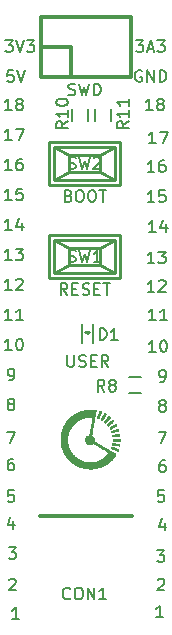
<source format=gbr>
G04 CAM350 V9.5.1 (Build 211) Date:  Tue May 10 22:39:24 2016 *
G04 Database: (Untitled) *
G04 Layer 9: STM32Mini-F_Sil *
%FSLAX45Y45*%
%MOMM*%
%SFA1.000B1.000*%

%MIA0B0*%
%IPPOS*%
%ADD27C,0.25400*%
%ADD28C,0.30480*%
%ADD29C,0.15000*%
%ADD73C,0.12700*%
%ADD35C,0.15240*%
%ADD36C,0.01000*%
%ADD37C,0.19558*%
%LNSTM32Mini-F_Sil*%
%LPD*%
G36*
X14516100Y-9571593D02*
G01Y-9569102D01*
Y-9566602*
Y-9564102*
Y-9561602*
Y-9559102*
Y-9556602*
Y-9554102*
Y-9551602*
Y-9549102*
Y-9546607*
X14516105Y-9546602*
X14518587*
X14518600Y-9546589*
Y-9544102*
Y-9541602*
Y-9539102*
Y-9536602*
Y-9534102*
Y-9531602*
Y-9529102*
Y-9526602*
Y-9524102*
Y-9521607*
X14518605Y-9521602*
X14521087*
X14521100Y-9521589*
Y-9519102*
Y-9516602*
Y-9514102*
Y-9511602*
Y-9509102*
Y-9506607*
X14521105Y-9506602*
X14523587*
X14523600Y-9506589*
Y-9504102*
Y-9501602*
Y-9499102*
Y-9496607*
X14523605Y-9496602*
X14526087*
X14526100Y-9496589*
Y-9494102*
Y-9491602*
Y-9489107*
X14526105Y-9489102*
X14528587*
X14528600Y-9489089*
Y-9486602*
Y-9484102*
Y-9481602*
Y-9479107*
X14528605Y-9479102*
X14531087*
X14531100Y-9479089*
Y-9476602*
Y-9474107*
X14531105Y-9474102*
X14533587*
X14533600Y-9474089*
Y-9471602*
Y-9469102*
Y-9466607*
X14533605Y-9466602*
X14536087*
X14536100Y-9466589*
Y-9464102*
Y-9461607*
X14536105Y-9461602*
X14538587*
X14538600Y-9461589*
Y-9459102*
Y-9456602*
Y-9454107*
X14538605Y-9454102*
X14541087*
X14541100Y-9454089*
Y-9451602*
Y-9449107*
X14541105Y-9449102*
X14543587*
X14543600Y-9449089*
Y-9446602*
Y-9444107*
X14543605Y-9444102*
X14546087*
X14546100Y-9444089*
Y-9441602*
Y-9439107*
X14546105Y-9439102*
X14548587*
X14548600Y-9439089*
Y-9436607*
X14548605Y-9436602*
X14551087*
X14551100Y-9436589*
Y-9434102*
Y-9431607*
X14551105Y-9431602*
X14553587*
X14553600Y-9431589*
Y-9429102*
Y-9426607*
X14553605Y-9426602*
X14556087*
X14556100Y-9426589*
Y-9424107*
X14556105Y-9424102*
X14558587*
X14558600Y-9424089*
Y-9421602*
Y-9419107*
X14558605Y-9419102*
X14561087*
X14561100Y-9419089*
Y-9416607*
X14561105Y-9416602*
X14563587*
X14563600Y-9416589*
Y-9414102*
Y-9411607*
X14563605Y-9411602*
X14566087*
X14566100Y-9411589*
Y-9409107*
X14566105Y-9409102*
X14568587*
X14568600Y-9409089*
Y-9406607*
X14568605Y-9406602*
X14571087*
X14571100Y-9406589*
Y-9404102*
Y-9401607*
X14571105Y-9401602*
X14573587*
X14573600Y-9401589*
Y-9399107*
X14573605Y-9399102*
X14576087*
X14576100Y-9399089*
Y-9396607*
X14576105Y-9396602*
X14578587*
X14578600Y-9396589*
Y-9394107*
X14578605Y-9394102*
X14581087*
X14581100Y-9394089*
Y-9391607*
X14581105Y-9391602*
X14583587*
X14583600Y-9391589*
Y-9389107*
X14583605Y-9389102*
X14586087*
X14586100Y-9389089*
Y-9386607*
X14586105Y-9386602*
X14588587*
X14588600Y-9386589*
Y-9384107*
X14588605Y-9384102*
X14591087*
X14591100Y-9384089*
Y-9381607*
X14591105Y-9381602*
X14593587*
X14593600Y-9381589*
Y-9379107*
X14593605Y-9379102*
X14596087*
X14596100Y-9379089*
Y-9376607*
X14596105Y-9376602*
X14598587*
X14598600Y-9376589*
Y-9374107*
X14598605Y-9374102*
X14601087*
X14601100Y-9374089*
Y-9371607*
X14601105Y-9371602*
X14603587*
X14603600Y-9371589*
Y-9369107*
X14603605Y-9369102*
X14606087*
X14606100Y-9369089*
Y-9366607*
X14606105Y-9366602*
X14608587*
X14608600Y-9366589*
Y-9364107*
X14608605Y-9364102*
X14611100*
X14613587*
X14613600Y-9364089*
Y-9361607*
X14613605Y-9361602*
X14616087*
X14616100Y-9361589*
Y-9359107*
X14616105Y-9359102*
X14618587*
X14618600Y-9359089*
Y-9356607*
X14618605Y-9356602*
X14621100*
X14623587*
X14623600Y-9356589*
Y-9354107*
X14623605Y-9354102*
X14626087*
X14626100Y-9354089*
Y-9351607*
X14626105Y-9351602*
X14628600*
X14631087*
X14631100Y-9351589*
Y-9349107*
X14631105Y-9349102*
X14633587*
X14633600Y-9349089*
Y-9346607*
X14633605Y-9346602*
X14636100*
X14638587*
X14638600Y-9346589*
Y-9344107*
X14638605Y-9344102*
X14641100*
X14643587*
X14643600Y-9344089*
Y-9341607*
X14643605Y-9341602*
X14646087*
X14646100Y-9341589*
Y-9339107*
X14646105Y-9339102*
X14648600*
X14651087*
X14651100Y-9339089*
Y-9336607*
X14651105Y-9336602*
X14653600*
X14656087*
X14656100Y-9336589*
Y-9334107*
X14656105Y-9334102*
X14658600*
X14661087*
X14661100Y-9334089*
Y-9331607*
X14661105Y-9331602*
X14663600*
X14666100*
X14668587*
X14668600Y-9331589*
Y-9329107*
X14668605Y-9329102*
X14671100*
X14673587*
X14673600Y-9329089*
Y-9326607*
X14673605Y-9326602*
X14676100*
X14678600*
X14681087*
X14681100Y-9326589*
Y-9324107*
X14681105Y-9324102*
X14683600*
X14686087*
X14686100Y-9324089*
Y-9321607*
X14686105Y-9321602*
X14688600*
X14691100*
X14693600*
X14696087*
X14696100Y-9321589*
Y-9319107*
X14696105Y-9319102*
X14698600*
X14701100*
X14703587*
X14703600Y-9319089*
Y-9316607*
X14703605Y-9316602*
X14706100*
X14708600*
X14711100*
X14713600*
X14716087*
X14716100Y-9316589*
Y-9314107*
X14716105Y-9314102*
X14718600*
X14721100*
X14723600*
X14726100*
X14728587*
X14728600Y-9314089*
Y-9311607*
X14728605Y-9311602*
X14731100*
X14733600*
X14736100*
X14738600*
X14741100*
X14743600*
X14746100*
X14748600*
X14751100*
X14753587*
X14753600Y-9311589*
Y-9309107*
X14753605Y-9309102*
X14756095*
X14756100Y-9309107*
Y-9311589*
X14756113Y-9311602*
X14758587*
X14758600Y-9311589*
Y-9309107*
X14758605Y-9309102*
X14761100*
X14763600*
X14766100*
X14768600*
X14771100*
X14773600*
X14776100*
X14778600*
X14781100*
X14783595*
X14783600Y-9309107*
Y-9311589*
X14783613Y-9311602*
X14786100*
X14788600*
X14791100*
X14793600*
X14796100*
X14798600*
X14801100*
X14803595*
X14803600Y-9311607*
Y-9314089*
X14803613Y-9314102*
X14806100*
X14808600*
X14811100*
X14813595*
X14813600Y-9314107*
X14813598Y-9316595*
X14813593Y-9316600*
X14811113Y-9316602*
X14811100Y-9316615*
Y-9319102*
Y-9321602*
Y-9324102*
Y-9326602*
Y-9329102*
X14811098Y-9331595*
X14811093Y-9331600*
X14808613Y-9331602*
X14808600Y-9331615*
Y-9334102*
Y-9336602*
Y-9339102*
Y-9341602*
X14808598Y-9344095*
X14808593Y-9344100*
X14806113Y-9344102*
X14806100Y-9344115*
Y-9346602*
Y-9349102*
Y-9351602*
Y-9354102*
Y-9356602*
X14806098Y-9359095*
X14806093Y-9359100*
X14803613Y-9359102*
X14803600Y-9359115*
Y-9361602*
Y-9364102*
Y-9366602*
Y-9369102*
Y-9371602*
X14803598Y-9374095*
X14803593Y-9374100*
X14801113Y-9374102*
X14801100Y-9374115*
Y-9376602*
Y-9379102*
Y-9381602*
Y-9384102*
X14801098Y-9386595*
X14801093Y-9386600*
X14798613Y-9386602*
X14798600Y-9386615*
Y-9389102*
Y-9391602*
Y-9394102*
Y-9396602*
Y-9399102*
X14798598Y-9401595*
X14798593Y-9401600*
X14796113Y-9401602*
X14796100Y-9401615*
Y-9404102*
Y-9406602*
Y-9409102*
Y-9411602*
X14796098Y-9414095*
X14796093Y-9414100*
X14793613Y-9414102*
X14793600Y-9414115*
Y-9416602*
Y-9419102*
Y-9421602*
Y-9424102*
Y-9426602*
X14793598Y-9429095*
X14793593Y-9429100*
X14791113Y-9429102*
X14791100Y-9429115*
Y-9431602*
Y-9434102*
Y-9436602*
Y-9439102*
X14791098Y-9441595*
X14791093Y-9441600*
X14788613Y-9441602*
X14788600Y-9441615*
Y-9444102*
Y-9446602*
Y-9449102*
Y-9451602*
Y-9454102*
X14788598Y-9456595*
X14788593Y-9456600*
X14786113Y-9456602*
X14786100Y-9456615*
Y-9459102*
Y-9461602*
Y-9464102*
Y-9466602*
X14786098Y-9469095*
X14786093Y-9469100*
X14783613Y-9469102*
X14783600Y-9469115*
Y-9471602*
Y-9474102*
Y-9476602*
Y-9479102*
Y-9481602*
X14783598Y-9484095*
X14783593Y-9484100*
X14781113Y-9484102*
X14781100Y-9484115*
Y-9486602*
Y-9489102*
Y-9491602*
Y-9494102*
X14781098Y-9496595*
X14781093Y-9496600*
X14778613Y-9496602*
X14778600Y-9496615*
Y-9499102*
Y-9501602*
Y-9504102*
Y-9506602*
Y-9509102*
X14778598Y-9511595*
X14778593Y-9511600*
X14776113Y-9511602*
X14776100Y-9511615*
Y-9514102*
Y-9516602*
Y-9519102*
Y-9521602*
X14776098Y-9524095*
X14776093Y-9524100*
X14773613Y-9524102*
X14773600Y-9524115*
Y-9526602*
Y-9529089*
X14773613Y-9529102*
X14776095*
X14776100Y-9529107*
Y-9531589*
X14776113Y-9531602*
X14778600*
X14781095*
X14781100Y-9531607*
Y-9534089*
X14781113Y-9534102*
X14783595*
X14783600Y-9534107*
Y-9536589*
X14783613Y-9536602*
X14786095*
X14786100Y-9536607*
Y-9539089*
X14786113Y-9539102*
X14788595*
X14788600Y-9539107*
Y-9541589*
X14788613Y-9541602*
X14791095*
X14791100Y-9541607*
Y-9544089*
X14791113Y-9544102*
X14793595*
X14793600Y-9544107*
Y-9546602*
Y-9549089*
X14793613Y-9549102*
X14796095*
X14796100Y-9549107*
Y-9551602*
Y-9554102*
Y-9556602*
Y-9559089*
X14796113Y-9559102*
X14798595*
X14798600Y-9559107*
Y-9561602*
X14798598Y-9564095*
X14798593Y-9564100*
X14796113Y-9564102*
X14796100Y-9564115*
Y-9566602*
Y-9569102*
Y-9571602*
Y-9574102*
Y-9576589*
X14796113Y-9576602*
X14798595*
X14798600Y-9576607*
Y-9579089*
X14798613Y-9579102*
X14801095*
X14801100Y-9579107*
Y-9581589*
X14801113Y-9581602*
X14803600*
X14806095*
X14806100Y-9581607*
Y-9584089*
X14806113Y-9584102*
X14808600*
X14811095*
X14811100Y-9584107*
Y-9586589*
X14811113Y-9586602*
X14813595*
X14813600Y-9586607*
Y-9589089*
X14813613Y-9589102*
X14816100*
X14818595*
X14818600Y-9589107*
Y-9591589*
X14818613Y-9591602*
X14821100*
X14823595*
X14823600Y-9591607*
Y-9594089*
X14823613Y-9594102*
X14826095*
X14826100Y-9594107*
Y-9596589*
X14826113Y-9596602*
X14828600*
X14831095*
X14831100Y-9596607*
Y-9599089*
X14831113Y-9599102*
X14833600*
X14836095*
X14836100Y-9599107*
Y-9601589*
X14836113Y-9601602*
X14838595*
X14838600Y-9601607*
Y-9604089*
X14838613Y-9604102*
X14841100*
X14843595*
X14843600Y-9604107*
Y-9606589*
X14843613Y-9606602*
X14846100*
X14848595*
X14848600Y-9606607*
Y-9609089*
X14848613Y-9609102*
X14851100*
X14853595*
X14853600Y-9609107*
Y-9611589*
X14853613Y-9611602*
X14856095*
X14856100Y-9611607*
Y-9614089*
X14856113Y-9614102*
X14858600*
X14861095*
X14861100Y-9614107*
Y-9616589*
X14861113Y-9616602*
X14863600*
X14866095*
X14866100Y-9616607*
Y-9619089*
X14866113Y-9619102*
X14868595*
X14868600Y-9619107*
Y-9621589*
X14868613Y-9621602*
X14871100*
X14873595*
X14873600Y-9621607*
Y-9624089*
X14873613Y-9624102*
X14876100*
X14878595*
X14878600Y-9624107*
Y-9626589*
X14878613Y-9626602*
X14881095*
X14881100Y-9626607*
Y-9629089*
X14881113Y-9629102*
X14883600*
X14886095*
X14886100Y-9629107*
Y-9631589*
X14886113Y-9631602*
X14888600*
X14891095*
X14891100Y-9631607*
Y-9634089*
X14891113Y-9634102*
X14893595*
X14893600Y-9634107*
Y-9636589*
X14893613Y-9636602*
X14896100*
X14898595*
X14898600Y-9636607*
Y-9639089*
X14898613Y-9639102*
X14901100*
X14903595*
X14903600Y-9639107*
Y-9641589*
X14903613Y-9641602*
X14906095*
X14906100Y-9641607*
Y-9644089*
X14906113Y-9644102*
X14908600*
X14911095*
X14911100Y-9644107*
Y-9646589*
X14911113Y-9646602*
X14913600*
X14916095*
X14916100Y-9646607*
Y-9649089*
X14916113Y-9649102*
X14918600*
X14921095*
X14921100Y-9649107*
Y-9651589*
X14921113Y-9651602*
X14923595*
X14923600Y-9651607*
Y-9654089*
X14923613Y-9654102*
X14926100*
X14928595*
X14928600Y-9654107*
Y-9656589*
X14928613Y-9656602*
X14931100*
X14933595*
X14933600Y-9656607*
Y-9659089*
X14933613Y-9659102*
X14936100*
X14938595*
X14938600Y-9659107*
Y-9661589*
X14938613Y-9661602*
X14941095*
X14941100Y-9661607*
Y-9664089*
X14941113Y-9664102*
X14943600*
X14946095*
X14946100Y-9664107*
Y-9666589*
X14946113Y-9666602*
X14948600*
X14951095*
X14951100Y-9666607*
Y-9669089*
X14951113Y-9669102*
X14953600*
X14956095*
X14956100Y-9669107*
Y-9671589*
X14956113Y-9671602*
X14958600*
X14961095*
X14961100Y-9671607*
Y-9674089*
X14961113Y-9674102*
X14963595*
X14963600Y-9674107*
Y-9676589*
X14963613Y-9676602*
X14966100*
X14968595*
X14968600Y-9676607*
Y-9679089*
X14968613Y-9679102*
X14971100*
X14973595*
X14973600Y-9679107*
Y-9681589*
X14973613Y-9681602*
X14976100*
X14978595*
X14978600Y-9681607*
Y-9684089*
X14978613Y-9684102*
X14981095*
X14981100Y-9684107*
Y-9686602*
X14981098Y-9689095*
X14981093Y-9689100*
X14978613Y-9689102*
X14978600Y-9689115*
X14978598Y-9691595*
X14978593Y-9691600*
X14976113Y-9691602*
X14976100Y-9691615*
Y-9694102*
X14976098Y-9696595*
X14976093Y-9696600*
X14973613Y-9696602*
X14973600Y-9696615*
X14973598Y-9699095*
X14973593Y-9699100*
X14971113Y-9699102*
X14971100Y-9699115*
Y-9701602*
X14971098Y-9704095*
X14971093Y-9704100*
X14968613Y-9704102*
X14968600Y-9704115*
X14968598Y-9706595*
X14968593Y-9706600*
X14966113Y-9706602*
X14966100Y-9706615*
X14966098Y-9709095*
X14966093Y-9709100*
X14963613Y-9709102*
X14963600Y-9709115*
Y-9711602*
X14963598Y-9714095*
X14963593Y-9714100*
X14961113Y-9714102*
X14961100Y-9714115*
X14961098Y-9716595*
X14961093Y-9716600*
X14958613Y-9716602*
X14958600Y-9716615*
X14958598Y-9719095*
X14958593Y-9719100*
X14956113Y-9719102*
X14956100Y-9719115*
X14956098Y-9721595*
X14956093Y-9721600*
X14953613Y-9721602*
X14953600Y-9721615*
X14953598Y-9724095*
X14953593Y-9724100*
X14951113Y-9724102*
X14951100Y-9724115*
Y-9726602*
X14951098Y-9729095*
X14951093Y-9729100*
X14948613Y-9729102*
X14948600Y-9729115*
X14948598Y-9731595*
X14948593Y-9731600*
X14946113Y-9731602*
X14946100Y-9731615*
X14946098Y-9734095*
X14946093Y-9734100*
X14943613Y-9734102*
X14943600Y-9734115*
X14943598Y-9736595*
X14943593Y-9736600*
X14941113Y-9736602*
X14941100Y-9736615*
X14941098Y-9739095*
X14941093Y-9739100*
X14938613Y-9739102*
X14938600Y-9739115*
X14938598Y-9741595*
X14938593Y-9741600*
X14936098*
X14933613Y-9741602*
X14933600Y-9741615*
X14933598Y-9744095*
X14933593Y-9744100*
X14931113Y-9744102*
X14931100Y-9744115*
X14931098Y-9746595*
X14931093Y-9746600*
X14928613Y-9746602*
X14928600Y-9746615*
X14928598Y-9749095*
X14928593Y-9749100*
X14926113Y-9749102*
X14926100Y-9749115*
X14926098Y-9751595*
X14926093Y-9751600*
X14923613Y-9751602*
X14923600Y-9751615*
X14923598Y-9754095*
X14923593Y-9754100*
X14921113Y-9754102*
X14921100Y-9754115*
X14921098Y-9756595*
X14921093Y-9756600*
X14918598*
X14916113Y-9756602*
X14916100Y-9756615*
X14916098Y-9759095*
X14916093Y-9759100*
X14913613Y-9759102*
X14913600Y-9759115*
X14913598Y-9761595*
X14913593Y-9761600*
X14911113Y-9761602*
X14911100Y-9761615*
X14911098Y-9764095*
X14911093Y-9764100*
X14908598*
X14906113Y-9764102*
X14906100Y-9764115*
X14906098Y-9766595*
X14906093Y-9766600*
X14903613Y-9766602*
X14903600Y-9766615*
X14903598Y-9769095*
X14903593Y-9769100*
X14901098*
X14898613Y-9769102*
X14898600Y-9769115*
X14898598Y-9771595*
X14898593Y-9771600*
X14896098*
X14893613Y-9771602*
X14893600Y-9771615*
X14893598Y-9774095*
X14893593Y-9774100*
X14891113Y-9774102*
X14891100Y-9774115*
X14891098Y-9776595*
X14891093Y-9776600*
X14888598*
X14886113Y-9776602*
X14886100Y-9776615*
X14886098Y-9779095*
X14886093Y-9779100*
X14883598*
X14881113Y-9779102*
X14881100Y-9779115*
X14881098Y-9781595*
X14881093Y-9781600*
X14878598*
X14876113Y-9781602*
X14876100Y-9781615*
X14876098Y-9784095*
X14876093Y-9784100*
X14873598*
X14871113Y-9784102*
X14871100Y-9784115*
X14871098Y-9786595*
X14871093Y-9786600*
X14868598*
X14866113Y-9786602*
X14866100Y-9786615*
X14866098Y-9789095*
X14866093Y-9789100*
X14863598*
X14861098*
X14858613Y-9789102*
X14858600Y-9789115*
X14858598Y-9791595*
X14858593Y-9791600*
X14856098*
X14853613Y-9791602*
X14853600Y-9791615*
X14853598Y-9794095*
X14853593Y-9794100*
X14851098*
X14848598*
X14846113Y-9794102*
X14846100Y-9794115*
X14846098Y-9796595*
X14846093Y-9796600*
X14843598*
X14841098*
X14838613Y-9796602*
X14838600Y-9796615*
X14838598Y-9799095*
X14838593Y-9799100*
X14836098*
X14833598*
X14831098*
X14828613Y-9799102*
X14828600Y-9799115*
X14828598Y-9801595*
X14828593Y-9801600*
X14826098*
X14823598*
X14821098*
X14818613Y-9801602*
X14818600Y-9801615*
X14818598Y-9804095*
X14818593Y-9804100*
X14816098*
X14813598*
X14811098*
X14808598*
X14806098*
X14803613Y-9804102*
X14803600Y-9804115*
X14803598Y-9806595*
X14803593Y-9806600*
X14801098*
X14798598*
X14796098*
X14793598*
X14791098*
X14788598*
X14786098*
X14783598*
X14781098*
X14778613Y-9806602*
X14778600Y-9806615*
X14778598Y-9809095*
X14778593Y-9809100*
X14776098*
X14773598*
X14771098*
X14768598*
X14766098*
X14763598*
X14761098*
X14758598*
X14756098*
X14753605Y-9809098*
X14753600Y-9809093*
Y-9806615*
X14753587Y-9806602*
X14751098Y-9806600*
X14748598*
X14746098*
X14743598*
X14741098*
X14738598*
X14736098*
X14733598*
X14731098*
X14728605Y-9806598*
X14728600Y-9806593*
Y-9804115*
X14728587Y-9804102*
X14726098Y-9804100*
X14723598*
X14721098*
X14718598*
X14716105Y-9804098*
X14716100Y-9804093*
Y-9801615*
X14716087Y-9801602*
X14713598Y-9801600*
X14711098*
X14708598*
X14706098*
X14703605Y-9801598*
X14703600Y-9801593*
Y-9799115*
X14703587Y-9799102*
X14701098Y-9799100*
X14698598*
X14696105Y-9799098*
X14696100Y-9799093*
Y-9796615*
X14696087Y-9796602*
X14693598Y-9796600*
X14691098*
X14688598*
X14686105Y-9796598*
X14686100Y-9796593*
Y-9794115*
X14686087Y-9794102*
X14683598Y-9794100*
X14681105Y-9794098*
X14681100Y-9794093*
Y-9791615*
X14681087Y-9791602*
X14678598Y-9791600*
X14676098*
X14673605Y-9791598*
X14673600Y-9791593*
Y-9789115*
X14673587Y-9789102*
X14671098Y-9789100*
X14668605Y-9789098*
X14668600Y-9789093*
Y-9786615*
X14668587Y-9786602*
X14666098Y-9786600*
X14663598*
X14661105Y-9786598*
X14661100Y-9786593*
Y-9784115*
X14661087Y-9784102*
X14658598Y-9784100*
X14656105Y-9784098*
X14656100Y-9784093*
Y-9781615*
X14656087Y-9781602*
X14653598Y-9781600*
X14651105Y-9781598*
X14651100Y-9781593*
Y-9779115*
X14651087Y-9779102*
X14648598Y-9779100*
X14646105Y-9779098*
X14646100Y-9779093*
Y-9776615*
X14646087Y-9776602*
X14643605Y-9776598*
X14643600Y-9776593*
Y-9774115*
X14643587Y-9774102*
X14641098Y-9774100*
X14638605Y-9774098*
X14638600Y-9774093*
Y-9771615*
X14638587Y-9771602*
X14636098Y-9771600*
X14633605Y-9771598*
X14633600Y-9771593*
Y-9769115*
X14633587Y-9769102*
X14631105Y-9769098*
X14631100Y-9769093*
Y-9766615*
X14631087Y-9766602*
X14628598Y-9766600*
X14626105Y-9766598*
X14626100Y-9766593*
Y-9764115*
X14626087Y-9764102*
X14623605Y-9764098*
X14623600Y-9764093*
Y-9761615*
X14623587Y-9761602*
X14621098Y-9761600*
X14618605Y-9761598*
X14618600Y-9761593*
Y-9759115*
X14618587Y-9759102*
X14616105Y-9759098*
X14616100Y-9759093*
Y-9756615*
X14616087Y-9756602*
X14613605Y-9756598*
X14613600Y-9756593*
Y-9754115*
X14613587Y-9754102*
X14611098Y-9754100*
X14608605Y-9754098*
X14608600Y-9754093*
Y-9751615*
X14608587Y-9751602*
X14606105Y-9751598*
X14606100Y-9751593*
Y-9749115*
X14606087Y-9749102*
X14603605Y-9749098*
X14603600Y-9749093*
Y-9746615*
X14603587Y-9746602*
X14601105Y-9746598*
X14601100Y-9746593*
Y-9744115*
X14601087Y-9744102*
X14598605Y-9744098*
X14598600Y-9744093*
Y-9741615*
X14598587Y-9741602*
X14596105Y-9741598*
X14596100Y-9741593*
Y-9739115*
X14596087Y-9739102*
X14593605Y-9739098*
X14593600Y-9739093*
Y-9736615*
X14593587Y-9736602*
X14591105Y-9736598*
X14591100Y-9736593*
Y-9734115*
X14591087Y-9734102*
X14588605Y-9734098*
X14588600Y-9734093*
Y-9731615*
X14588587Y-9731602*
X14586105Y-9731598*
X14586100Y-9731593*
Y-9729115*
X14586087Y-9729102*
X14583605Y-9729098*
X14583600Y-9729093*
Y-9726615*
X14583587Y-9726602*
X14581105Y-9726598*
X14581100Y-9726593*
Y-9724115*
X14581087Y-9724102*
X14578605Y-9724098*
X14578600Y-9724093*
Y-9721615*
X14578587Y-9721602*
X14576105Y-9721598*
X14576100Y-9721593*
Y-9719115*
X14576087Y-9719102*
X14573605Y-9719098*
X14573600Y-9719093*
Y-9716615*
X14573587Y-9716602*
X14571105Y-9716598*
X14571100Y-9716593*
Y-9714102*
Y-9711615*
X14571087Y-9711602*
X14568605Y-9711598*
X14568600Y-9711593*
Y-9709115*
X14568587Y-9709102*
X14566105Y-9709098*
X14566100Y-9709093*
Y-9706615*
X14566087Y-9706602*
X14563605Y-9706598*
X14563600Y-9706593*
Y-9704102*
Y-9701615*
X14563587Y-9701602*
X14561105Y-9701598*
X14561100Y-9701593*
Y-9699115*
X14561087Y-9699102*
X14558605Y-9699098*
X14558600Y-9699093*
Y-9696602*
Y-9694115*
X14558587Y-9694102*
X14556105Y-9694098*
X14556100Y-9694093*
Y-9691615*
X14556087Y-9691602*
X14553605Y-9691598*
X14553600Y-9691593*
Y-9689102*
Y-9686615*
X14553587Y-9686602*
X14551105Y-9686598*
X14551100Y-9686593*
Y-9684102*
Y-9681615*
X14551087Y-9681602*
X14548605Y-9681598*
X14548600Y-9681593*
Y-9679115*
X14548587Y-9679102*
X14546105Y-9679098*
X14546100Y-9679093*
Y-9676602*
Y-9674115*
X14546087Y-9674102*
X14543605Y-9674098*
X14543600Y-9674093*
Y-9671602*
Y-9669115*
X14543587Y-9669102*
X14541105Y-9669098*
X14541100Y-9669093*
Y-9666602*
Y-9664115*
X14541087Y-9664102*
X14538605Y-9664098*
X14538600Y-9664093*
Y-9661602*
Y-9659102*
Y-9656615*
X14538587Y-9656602*
X14536105Y-9656598*
X14536100Y-9656593*
Y-9654102*
Y-9651615*
X14536087Y-9651602*
X14533605Y-9651598*
X14533600Y-9651593*
Y-9649102*
Y-9646602*
Y-9644115*
X14533587Y-9644102*
X14531105Y-9644098*
X14531100Y-9644093*
Y-9641602*
Y-9639115*
X14531087Y-9639102*
X14528605Y-9639098*
X14528600Y-9639093*
Y-9636602*
Y-9634102*
Y-9631602*
Y-9629115*
X14528587Y-9629102*
X14526105Y-9629098*
X14526100Y-9629093*
Y-9626602*
Y-9624102*
Y-9621615*
X14526087Y-9621602*
X14523605Y-9621598*
X14523600Y-9621593*
Y-9619102*
Y-9616602*
Y-9614102*
Y-9611615*
X14523587Y-9611602*
X14521105Y-9611598*
X14521100Y-9611593*
Y-9609102*
Y-9606602*
Y-9604102*
Y-9601602*
Y-9599102*
Y-9596615*
X14521087Y-9596602*
X14518605Y-9596598*
X14518600Y-9596593*
Y-9594102*
Y-9591602*
Y-9589102*
Y-9586602*
Y-9584102*
Y-9581602*
Y-9579102*
Y-9576602*
Y-9574102*
Y-9571615*
X14518587Y-9571602*
X14516105Y-9571598*
X14516100Y-9571593*
G37*
%LPC*%
G36*
X14571113Y-9586602D02*
G01X14573595D01*
X14573600Y-9586607*
Y-9589102*
Y-9591602*
Y-9594102*
Y-9596602*
Y-9599102*
Y-9601589*
X14573613Y-9601602*
X14576095*
X14576100Y-9601607*
Y-9604102*
Y-9606602*
Y-9609102*
Y-9611589*
X14576113Y-9611602*
X14578595*
X14578600Y-9611607*
Y-9614102*
Y-9616602*
Y-9619089*
X14578613Y-9619102*
X14581095*
X14581100Y-9619107*
Y-9621602*
Y-9624102*
Y-9626602*
Y-9629089*
X14581113Y-9629102*
X14583595*
X14583600Y-9629107*
Y-9631602*
Y-9634089*
X14583613Y-9634102*
X14586095*
X14586100Y-9634107*
Y-9636602*
Y-9639089*
X14586113Y-9639102*
X14588595*
X14588600Y-9639107*
Y-9641602*
Y-9644102*
Y-9646589*
X14588613Y-9646602*
X14591095*
X14591100Y-9646607*
Y-9649102*
Y-9651589*
X14591113Y-9651602*
X14593595*
X14593600Y-9651607*
Y-9654102*
Y-9656589*
X14593613Y-9656602*
X14596095*
X14596100Y-9656607*
Y-9659089*
X14596113Y-9659102*
X14598595*
X14598600Y-9659107*
Y-9661602*
Y-9664089*
X14598613Y-9664102*
X14601095*
X14601100Y-9664107*
Y-9666602*
Y-9669089*
X14601113Y-9669102*
X14603595*
X14603600Y-9669107*
Y-9671589*
X14603613Y-9671602*
X14606095*
X14606100Y-9671607*
Y-9674102*
Y-9676589*
X14606113Y-9676602*
X14608595*
X14608600Y-9676607*
Y-9679089*
X14608613Y-9679102*
X14611095*
X14611100Y-9679107*
Y-9681589*
X14611113Y-9681602*
X14613595*
X14613600Y-9681607*
Y-9684089*
X14613613Y-9684102*
X14616095*
X14616100Y-9684107*
Y-9686602*
Y-9689089*
X14616113Y-9689102*
X14618595*
X14618600Y-9689107*
Y-9691589*
X14618613Y-9691602*
X14621095*
X14621100Y-9691607*
Y-9694089*
X14621113Y-9694102*
X14623595*
X14623600Y-9694107*
Y-9696589*
X14623613Y-9696602*
X14626095*
X14626100Y-9696607*
Y-9699089*
X14626113Y-9699102*
X14628595*
X14628600Y-9699107*
Y-9701589*
X14628613Y-9701602*
X14631095*
X14631100Y-9701607*
Y-9704089*
X14631113Y-9704102*
X14633595*
X14633600Y-9704107*
Y-9706589*
X14633613Y-9706602*
X14636095*
X14636100Y-9706607*
Y-9709089*
X14636113Y-9709102*
X14638595*
X14638600Y-9709107*
Y-9711589*
X14638613Y-9711602*
X14641100*
X14643595*
X14643600Y-9711607*
Y-9714089*
X14643613Y-9714102*
X14646095*
X14646100Y-9714107*
Y-9716589*
X14646113Y-9716602*
X14648595*
X14648600Y-9716607*
Y-9719089*
X14648613Y-9719102*
X14651100*
X14653595*
X14653600Y-9719107*
Y-9721589*
X14653613Y-9721602*
X14656095*
X14656100Y-9721607*
Y-9724089*
X14656113Y-9724102*
X14658595*
X14658600Y-9724107*
Y-9726589*
X14658613Y-9726602*
X14661100*
X14663595*
X14663600Y-9726607*
Y-9729089*
X14663613Y-9729102*
X14666100*
X14668595*
X14668600Y-9729107*
Y-9731589*
X14668613Y-9731602*
X14671095*
X14671100Y-9731607*
Y-9734089*
X14671113Y-9734102*
X14673600*
X14676095*
X14676100Y-9734107*
Y-9736589*
X14676113Y-9736602*
X14678600*
X14681095*
X14681100Y-9736607*
Y-9739089*
X14681113Y-9739102*
X14683600*
X14686100*
X14688595*
X14688600Y-9739107*
Y-9741589*
X14688613Y-9741602*
X14691100*
X14693595*
X14693600Y-9741607*
Y-9744089*
X14693613Y-9744102*
X14696100*
X14698600*
X14701095*
X14701100Y-9744107*
Y-9746589*
X14701113Y-9746602*
X14703600*
X14706100*
X14708595*
X14708600Y-9746607*
Y-9749089*
X14708613Y-9749102*
X14711100*
X14713600*
X14716095*
X14716100Y-9749107*
Y-9751589*
X14716113Y-9751602*
X14718600*
X14721100*
X14723600*
X14726100*
X14728595*
X14728600Y-9751607*
Y-9754089*
X14728613Y-9754102*
X14731100*
X14733600*
X14736100*
X14738600*
X14741100*
X14743600*
X14746100*
X14748595*
X14748600Y-9754107*
Y-9756589*
X14748613Y-9756602*
X14751100*
X14753600*
X14756100*
X14758600*
X14761100*
X14763600*
X14766100*
X14768600*
X14771100*
X14773600*
X14776100*
X14778600*
X14781100*
X14783587*
X14783600Y-9756589*
Y-9754107*
X14783605Y-9754102*
X14786100*
X14788600*
X14791100*
X14793600*
X14796100*
X14798600*
X14801087*
X14801100Y-9754089*
Y-9751607*
X14801105Y-9751602*
X14803600*
X14806100*
X14808600*
X14811100*
X14813587*
X14813600Y-9751589*
Y-9749107*
X14813605Y-9749102*
X14816100*
X14818600*
X14821087*
X14821100Y-9749089*
Y-9746607*
X14821105Y-9746602*
X14823600*
X14826100*
X14828587*
X14828600Y-9746589*
Y-9744107*
X14828605Y-9744102*
X14831100*
X14833600*
X14836087*
X14836100Y-9744089*
Y-9741607*
X14836105Y-9741602*
X14838600*
X14841087*
X14841100Y-9741589*
Y-9739107*
X14841105Y-9739102*
X14843600*
X14846100*
X14848587*
X14848600Y-9739089*
Y-9736607*
X14848605Y-9736602*
X14851100*
X14853587*
X14853600Y-9736589*
Y-9734107*
X14853605Y-9734102*
X14856100*
X14858587*
X14858600Y-9734089*
Y-9731607*
X14858605Y-9731602*
X14861087*
X14861100Y-9731589*
Y-9729107*
X14861105Y-9729102*
X14863600*
X14866087*
X14866100Y-9729089*
Y-9726607*
X14866105Y-9726602*
X14868600*
X14871087*
X14871100Y-9726589*
Y-9724107*
X14871105Y-9724102*
X14873587*
X14873600Y-9724089*
Y-9721607*
X14873605Y-9721602*
X14876100*
X14878587*
X14878600Y-9721589*
Y-9719107*
X14878605Y-9719102*
X14881087*
X14881100Y-9719089*
Y-9716607*
X14881105Y-9716602*
X14883587*
X14883600Y-9716589*
Y-9714107*
X14883605Y-9714102*
X14886100*
X14888587*
X14888600Y-9714089*
Y-9711607*
X14888605Y-9711602*
X14891087*
X14891100Y-9711589*
Y-9709107*
X14891105Y-9709102*
X14893587*
X14893600Y-9709089*
Y-9706607*
X14893605Y-9706602*
X14896087*
X14896100Y-9706589*
Y-9704107*
X14896105Y-9704102*
X14898587*
X14898600Y-9704089*
Y-9701607*
X14898605Y-9701602*
X14901087*
X14901100Y-9701589*
Y-9699107*
X14901105Y-9699102*
X14903587*
X14903600Y-9699089*
Y-9696607*
X14903605Y-9696602*
X14906087*
X14906100Y-9696589*
Y-9694107*
X14906105Y-9694102*
X14908587*
X14908600Y-9694089*
Y-9691607*
X14908605Y-9691602*
X14911087*
X14911100Y-9691589*
Y-9689107*
X14911105Y-9689102*
X14913587*
X14913600Y-9689089*
Y-9686607*
X14913605Y-9686602*
X14916087*
X14916100Y-9686589*
Y-9684102*
Y-9681607*
X14916105Y-9681602*
X14918587*
X14918600Y-9681589*
Y-9679107*
X14918605Y-9679102*
X14921087*
X14921100Y-9679089*
Y-9676607*
X14921105Y-9676602*
X14923587*
X14923600Y-9676589*
Y-9674102*
Y-9671607*
X14923605Y-9671602*
X14926087*
X14926100Y-9671589*
Y-9669115*
X14926087Y-9669102*
X14923605Y-9669098*
X14923600Y-9669093*
Y-9666615*
X14923587Y-9666602*
X14921098Y-9666600*
X14918605Y-9666598*
X14918600Y-9666593*
Y-9664115*
X14918587Y-9664102*
X14916098Y-9664100*
X14913605Y-9664098*
X14913600Y-9664093*
Y-9661615*
X14913587Y-9661602*
X14911105Y-9661598*
X14911100Y-9661593*
Y-9659115*
X14911087Y-9659102*
X14908598Y-9659100*
X14906105Y-9659098*
X14906100Y-9659093*
Y-9656615*
X14906087Y-9656602*
X14903598Y-9656600*
X14901105Y-9656598*
X14901100Y-9656593*
Y-9654115*
X14901087Y-9654102*
X14898598Y-9654100*
X14896105Y-9654098*
X14896100Y-9654093*
Y-9651615*
X14896087Y-9651602*
X14893605Y-9651598*
X14893600Y-9651593*
Y-9649115*
X14893587Y-9649102*
X14891098Y-9649100*
X14888605Y-9649098*
X14888600Y-9649093*
Y-9646615*
X14888587Y-9646602*
X14886098Y-9646600*
X14883605Y-9646598*
X14883600Y-9646593*
Y-9644115*
X14883587Y-9644102*
X14881105Y-9644098*
X14881100Y-9644093*
Y-9641615*
X14881087Y-9641602*
X14878598Y-9641600*
X14876105Y-9641598*
X14876100Y-9641593*
Y-9639115*
X14876087Y-9639102*
X14873598Y-9639100*
X14871105Y-9639098*
X14871100Y-9639093*
Y-9636615*
X14871087Y-9636602*
X14868605Y-9636598*
X14868600Y-9636593*
Y-9634115*
X14868587Y-9634102*
X14866098Y-9634100*
X14863605Y-9634098*
X14863600Y-9634093*
Y-9631615*
X14863587Y-9631602*
X14861098Y-9631600*
X14858605Y-9631598*
X14858600Y-9631593*
Y-9629115*
X14858587Y-9629102*
X14856105Y-9629098*
X14856100Y-9629093*
Y-9626615*
X14856087Y-9626602*
X14853598Y-9626600*
X14851105Y-9626598*
X14851100Y-9626593*
Y-9624115*
X14851087Y-9624102*
X14848598Y-9624100*
X14846105Y-9624098*
X14846100Y-9624093*
Y-9621615*
X14846087Y-9621602*
X14843605Y-9621598*
X14843600Y-9621593*
Y-9619115*
X14843587Y-9619102*
X14841098Y-9619100*
X14838605Y-9619098*
X14838600Y-9619093*
Y-9616615*
X14838587Y-9616602*
X14836098Y-9616600*
X14833605Y-9616598*
X14833600Y-9616593*
Y-9614115*
X14833587Y-9614102*
X14831105Y-9614098*
X14831100Y-9614093*
Y-9611615*
X14831087Y-9611602*
X14828598Y-9611600*
X14826105Y-9611598*
X14826100Y-9611593*
Y-9609115*
X14826087Y-9609102*
X14823598Y-9609100*
X14821105Y-9609098*
X14821100Y-9609093*
Y-9606615*
X14821087Y-9606602*
X14818598Y-9606600*
X14816105Y-9606598*
X14816100Y-9606593*
Y-9604115*
X14816087Y-9604102*
X14813605Y-9604098*
X14813600Y-9604093*
Y-9601615*
X14813587Y-9601602*
X14811098Y-9601600*
X14808605Y-9601598*
X14808600Y-9601593*
Y-9599115*
X14808587Y-9599102*
X14806098Y-9599100*
X14803605Y-9599098*
X14803600Y-9599093*
Y-9596615*
X14803587Y-9596602*
X14801105Y-9596598*
X14801100Y-9596593*
Y-9594115*
X14801087Y-9594102*
X14798598Y-9594100*
X14796105Y-9594098*
X14796100Y-9594093*
Y-9591615*
X14796087Y-9591602*
X14793598Y-9591600*
X14791105Y-9591598*
X14791100Y-9591593*
Y-9589115*
X14791087Y-9589102*
X14788598Y-9589100*
X14786113Y-9589102*
X14786100Y-9589115*
X14786098Y-9591595*
X14786093Y-9591600*
X14783598*
X14781113Y-9591602*
X14781100Y-9591615*
X14781098Y-9594095*
X14781093Y-9594100*
X14778613Y-9594102*
X14778600Y-9594115*
X14778598Y-9596595*
X14778593Y-9596600*
X14776098*
X14773598*
X14771113Y-9596602*
X14771100Y-9596615*
X14771098Y-9599095*
X14771093Y-9599100*
X14768598*
X14766098*
X14763598*
X14761098*
X14758598*
X14756098*
X14753598*
X14751098*
X14748605Y-9599098*
X14748600Y-9599093*
Y-9596615*
X14748587Y-9596602*
X14746098Y-9596600*
X14743605Y-9596598*
X14743600Y-9596593*
Y-9594115*
X14743587Y-9594102*
X14741105Y-9594098*
X14741100Y-9594093*
Y-9591615*
X14741087Y-9591602*
X14738598Y-9591600*
X14736105Y-9591598*
X14736100Y-9591593*
Y-9589115*
X14736087Y-9589102*
X14733605Y-9589098*
X14733600Y-9589093*
Y-9586615*
X14733587Y-9586602*
X14731105Y-9586598*
X14731100Y-9586593*
Y-9584102*
Y-9581615*
X14731087Y-9581602*
X14728605Y-9581598*
X14728600Y-9581593*
Y-9579102*
Y-9576615*
X14728587Y-9576602*
X14726105Y-9576598*
X14726100Y-9576593*
Y-9574102*
Y-9571602*
Y-9569115*
X14726087Y-9569102*
X14723605Y-9569098*
X14723600Y-9569093*
Y-9566602*
Y-9564107*
X14723605Y-9564102*
X14726087*
X14726100Y-9564089*
Y-9561615*
X14726087Y-9561602*
X14723605Y-9561598*
X14723600Y-9561593*
Y-9559107*
X14723605Y-9559102*
X14726087*
X14726100Y-9559089*
Y-9556602*
Y-9554102*
Y-9551602*
Y-9549107*
X14726105Y-9549102*
X14728587*
X14728600Y-9549089*
Y-9546602*
Y-9544107*
X14728605Y-9544102*
X14731087*
X14731100Y-9544089*
Y-9541607*
X14731105Y-9541602*
X14733587*
X14733600Y-9541589*
Y-9539107*
X14733605Y-9539102*
X14736087*
X14736100Y-9539089*
Y-9536607*
X14736105Y-9536602*
X14738587*
X14738600Y-9536589*
Y-9534107*
X14738605Y-9534102*
X14741087*
X14741100Y-9534089*
Y-9531607*
X14741105Y-9531602*
X14743600*
X14746087*
X14746100Y-9531589*
Y-9529107*
X14746105Y-9529102*
X14748600*
X14751100*
X14753587*
X14753600Y-9529089*
Y-9526607*
X14753605Y-9526602*
X14756100*
X14758600*
X14761087*
X14761100Y-9526589*
Y-9524102*
Y-9521602*
Y-9519107*
X14761105Y-9519102*
X14763587*
X14763600Y-9519089*
Y-9516602*
Y-9514102*
Y-9511602*
Y-9509102*
Y-9506602*
Y-9504107*
X14763605Y-9504102*
X14766087*
X14766100Y-9504089*
Y-9501602*
Y-9499102*
Y-9496602*
Y-9494102*
Y-9491602*
Y-9489107*
X14766105Y-9489102*
X14768587*
X14768600Y-9489089*
Y-9486602*
Y-9484102*
Y-9481602*
Y-9479102*
Y-9476607*
X14768605Y-9476602*
X14771087*
X14771100Y-9476589*
Y-9474102*
Y-9471602*
Y-9469102*
Y-9466602*
Y-9464102*
Y-9461607*
X14771105Y-9461602*
X14773587*
X14773600Y-9461589*
Y-9459102*
Y-9456602*
Y-9454102*
Y-9451602*
Y-9449107*
X14773605Y-9449102*
X14776087*
X14776100Y-9449089*
Y-9446602*
Y-9444102*
Y-9441602*
Y-9439102*
Y-9436602*
Y-9434107*
X14776105Y-9434102*
X14778587*
X14778600Y-9434089*
Y-9431602*
Y-9429102*
Y-9426602*
Y-9424102*
Y-9421607*
X14778605Y-9421602*
X14781087*
X14781100Y-9421589*
Y-9419102*
Y-9416602*
Y-9414102*
Y-9411602*
Y-9409102*
Y-9406607*
X14781105Y-9406602*
X14783587*
X14783600Y-9406589*
Y-9404102*
Y-9401602*
Y-9399102*
Y-9396602*
Y-9394107*
X14783605Y-9394102*
X14786087*
X14786100Y-9394089*
Y-9391602*
Y-9389102*
Y-9386602*
Y-9384102*
Y-9381602*
Y-9379107*
X14786105Y-9379102*
X14788587*
X14788600Y-9379089*
Y-9376602*
Y-9374102*
Y-9371615*
X14788587Y-9371602*
X14786105Y-9371598*
X14786100Y-9371593*
Y-9369115*
X14786087Y-9369102*
X14783598Y-9369100*
X14781098*
X14778598*
X14776098*
X14773598*
X14771098*
X14768598*
X14766098*
X14763598*
X14761098*
X14758598*
X14756098*
X14753598*
X14751098*
X14748598*
X14746098*
X14743613Y-9369102*
X14743600Y-9369115*
X14743598Y-9371595*
X14743593Y-9371600*
X14741098*
X14738598*
X14736098*
X14733598*
X14731098*
X14728598*
X14726113Y-9371602*
X14726100Y-9371615*
X14726098Y-9374095*
X14726093Y-9374100*
X14723598*
X14721098*
X14718598*
X14716098*
X14713613Y-9374102*
X14713600Y-9374115*
X14713598Y-9376595*
X14713593Y-9376600*
X14711098*
X14708598*
X14706113Y-9376602*
X14706100Y-9376615*
X14706098Y-9379095*
X14706093Y-9379100*
X14703598*
X14701098*
X14698613Y-9379102*
X14698600Y-9379115*
X14698598Y-9381595*
X14698593Y-9381600*
X14696098*
X14693598*
X14691113Y-9381602*
X14691100Y-9381615*
X14691098Y-9384095*
X14691093Y-9384100*
X14688598*
X14686113Y-9384102*
X14686100Y-9384115*
X14686098Y-9386595*
X14686093Y-9386600*
X14683598*
X14681113Y-9386602*
X14681100Y-9386615*
X14681098Y-9389095*
X14681093Y-9389100*
X14678598*
X14676113Y-9389102*
X14676100Y-9389115*
X14676098Y-9391595*
X14676093Y-9391600*
X14673598*
X14671113Y-9391602*
X14671100Y-9391615*
X14671098Y-9394095*
X14671093Y-9394100*
X14668598*
X14666113Y-9394102*
X14666100Y-9394115*
X14666098Y-9396595*
X14666093Y-9396600*
X14663613Y-9396602*
X14663600Y-9396615*
X14663598Y-9399095*
X14663593Y-9399100*
X14661098*
X14658613Y-9399102*
X14658600Y-9399115*
X14658598Y-9401595*
X14658593Y-9401600*
X14656113Y-9401602*
X14656100Y-9401615*
X14656098Y-9404095*
X14656093Y-9404100*
X14653598*
X14651113Y-9404102*
X14651100Y-9404115*
X14651098Y-9406595*
X14651093Y-9406600*
X14648613Y-9406602*
X14648600Y-9406615*
X14648598Y-9409095*
X14648593Y-9409100*
X14646113Y-9409102*
X14646100Y-9409115*
X14646098Y-9411595*
X14646093Y-9411600*
X14643598*
X14641113Y-9411602*
X14641100Y-9411615*
X14641098Y-9414095*
X14641093Y-9414100*
X14638613Y-9414102*
X14638600Y-9414115*
X14638598Y-9416595*
X14638593Y-9416600*
X14636113Y-9416602*
X14636100Y-9416615*
X14636098Y-9419095*
X14636093Y-9419100*
X14633613Y-9419102*
X14633600Y-9419115*
X14633598Y-9421595*
X14633593Y-9421600*
X14631113Y-9421602*
X14631100Y-9421615*
X14631098Y-9424095*
X14631093Y-9424100*
X14628613Y-9424102*
X14628600Y-9424115*
X14628598Y-9426595*
X14628593Y-9426600*
X14626113Y-9426602*
X14626100Y-9426615*
X14626098Y-9429095*
X14626093Y-9429100*
X14623613Y-9429102*
X14623600Y-9429115*
X14623598Y-9431595*
X14623593Y-9431600*
X14621113Y-9431602*
X14621100Y-9431615*
X14621098Y-9434095*
X14621093Y-9434100*
X14618613Y-9434102*
X14618600Y-9434115*
X14618598Y-9436595*
X14618593Y-9436600*
X14616113Y-9436602*
X14616100Y-9436615*
X14616098Y-9439095*
X14616093Y-9439100*
X14613613Y-9439102*
X14613600Y-9439115*
Y-9441602*
X14613598Y-9444095*
X14613593Y-9444100*
X14611113Y-9444102*
X14611100Y-9444115*
X14611098Y-9446595*
X14611093Y-9446600*
X14608613Y-9446602*
X14608600Y-9446615*
X14608598Y-9449095*
X14608593Y-9449100*
X14606113Y-9449102*
X14606100Y-9449115*
Y-9451602*
X14606098Y-9454095*
X14606093Y-9454100*
X14603613Y-9454102*
X14603600Y-9454115*
X14603598Y-9456595*
X14603593Y-9456600*
X14601113Y-9456602*
X14601100Y-9456615*
Y-9459102*
X14601098Y-9461595*
X14601093Y-9461600*
X14598613Y-9461602*
X14598600Y-9461615*
Y-9464102*
X14598598Y-9466595*
X14598593Y-9466600*
X14596113Y-9466602*
X14596100Y-9466615*
X14596098Y-9469095*
X14596093Y-9469100*
X14593613Y-9469102*
X14593600Y-9469115*
Y-9471602*
X14593598Y-9474095*
X14593593Y-9474100*
X14591113Y-9474102*
X14591100Y-9474115*
Y-9476602*
X14591098Y-9479095*
X14591093Y-9479100*
X14588613Y-9479102*
X14588600Y-9479115*
Y-9481602*
X14588598Y-9484095*
X14588593Y-9484100*
X14586113Y-9484102*
X14586100Y-9484115*
Y-9486602*
Y-9489102*
X14586098Y-9491595*
X14586093Y-9491600*
X14583613Y-9491602*
X14583600Y-9491615*
Y-9494102*
X14583598Y-9496595*
X14583593Y-9496600*
X14581113Y-9496602*
X14581100Y-9496615*
Y-9499102*
Y-9501602*
X14581098Y-9504095*
X14581093Y-9504100*
X14578613Y-9504102*
X14578600Y-9504115*
Y-9506602*
Y-9509102*
Y-9511602*
X14578598Y-9514095*
X14578593Y-9514100*
X14576113Y-9514102*
X14576100Y-9514115*
Y-9516602*
Y-9519102*
Y-9521602*
X14576098Y-9524095*
X14576093Y-9524100*
X14573613Y-9524102*
X14573600Y-9524115*
Y-9526602*
Y-9529102*
Y-9531602*
Y-9534102*
Y-9536602*
X14573598Y-9539095*
X14573593Y-9539100*
X14571113Y-9539102*
X14571100Y-9539115*
Y-9541602*
Y-9544102*
Y-9546602*
Y-9549102*
Y-9551602*
Y-9554102*
Y-9556602*
Y-9559102*
Y-9561602*
Y-9564102*
Y-9566602*
Y-9569102*
Y-9571602*
Y-9574102*
Y-9576602*
Y-9579102*
Y-9581602*
Y-9584102*
Y-9586589*
X14571113Y-9586602*
G37*
%LPD*%
G36*
X14958600Y-9571593D02*
G01Y-9569102D01*
Y-9566602*
Y-9564102*
Y-9561602*
Y-9559107*
X14958605Y-9559102*
X14961100*
X14963600*
X14966100*
X14968600*
X14971100*
X14973600*
X14976100*
X14978600*
X14981100*
X14983600*
X14986100*
X14988600*
X14991100*
X14993600*
X14996100*
X14998600*
X15001100*
X15003600*
X15006100*
X15008600*
X15011100*
X15013600*
X15016095*
X15016100Y-9559107*
Y-9561602*
Y-9564102*
Y-9566602*
Y-9569102*
X15016098Y-9571595*
X15016093Y-9571600*
X15013598*
X15011098*
X15008598*
X15006098*
X15003598*
X15001098*
X14998598*
X14996098*
X14993598*
X14991098*
X14988598*
X14986098*
X14983598*
X14981098*
X14978598*
X14976098*
X14973598*
X14971098*
X14968598*
X14966098*
X14963598*
X14961098*
X14958605Y-9571598*
X14958600Y-9571593*
G37*
G36*
X14953600Y-9606593D02*
G01Y-9604102D01*
Y-9601602*
Y-9599102*
Y-9596607*
X14953605Y-9596602*
X14956087*
X14956100Y-9596589*
Y-9594102*
Y-9591607*
X14956105Y-9591602*
X14958595*
X14958600Y-9591607*
Y-9594089*
X14958613Y-9594102*
X14961100*
X14963600*
X14966100*
X14968600*
X14971100*
X14973600*
X14976095*
X14976100Y-9594107*
Y-9596589*
X14976113Y-9596602*
X14978600*
X14981100*
X14983600*
X14986100*
X14988600*
X14991100*
X14993600*
X14996095*
X14996100Y-9596607*
Y-9599089*
X14996113Y-9599102*
X14998600*
X15001100*
X15003600*
X15006100*
X15008600*
X15011095*
X15011100Y-9599107*
Y-9601589*
X15011113Y-9601602*
X15013595*
X15013600Y-9601607*
X15013598Y-9604095*
X15013593Y-9604100*
X15011113Y-9604102*
X15011100Y-9604115*
Y-9606602*
Y-9609102*
Y-9611602*
X15011098Y-9614095*
X15011093Y-9614100*
X15008605Y-9614098*
X15008600Y-9614093*
Y-9611615*
X15008587Y-9611602*
X15006098Y-9611600*
X15003598*
X15001098*
X14998598*
X14996098*
X14993598*
X14991098*
X14988605Y-9611598*
X14988600Y-9611593*
Y-9609115*
X14988587Y-9609102*
X14986098Y-9609100*
X14983598*
X14981098*
X14978598*
X14976098*
X14973598*
X14971105Y-9609098*
X14971100Y-9609093*
Y-9606615*
X14971087Y-9606602*
X14968598Y-9606600*
X14966098*
X14963598*
X14961098*
X14958598*
X14956098*
X14953605Y-9606598*
X14953600Y-9606593*
G37*
G36*
Y-9529093D02*
G01Y-9526602D01*
Y-9524107*
X14953605Y-9524102*
X14956100*
X14958600*
X14961100*
X14963600*
X14966087*
X14966100Y-9524089*
Y-9521607*
X14966105Y-9521602*
X14968600*
X14971100*
X14973600*
X14976100*
X14978587*
X14978600Y-9521589*
Y-9519107*
X14978605Y-9519102*
X14981100*
X14983600*
X14986100*
X14988600*
X14991087*
X14991100Y-9519089*
Y-9516607*
X14991105Y-9516602*
X14993600*
X14996100*
X14998600*
X15001100*
X15003600*
X15006087*
X15006100Y-9516589*
Y-9514107*
X15006105Y-9514102*
X15008600*
X15011095*
X15011100Y-9514107*
Y-9516589*
X15011113Y-9516602*
X15013595*
X15013600Y-9516607*
Y-9519102*
Y-9521602*
Y-9524102*
X15013598Y-9526595*
X15013593Y-9526600*
X15011113Y-9526602*
X15011100Y-9526615*
X15011098Y-9529095*
X15011093Y-9529100*
X15008598*
X15006098*
X15003598*
X15001098*
X14998598*
X14996113Y-9529102*
X14996100Y-9529115*
X14996098Y-9531595*
X14996093Y-9531600*
X14993598*
X14991098*
X14988598*
X14986098*
X14983613Y-9531602*
X14983600Y-9531615*
X14983598Y-9534095*
X14983593Y-9534100*
X14981098*
X14978598*
X14976098*
X14973598*
X14971098*
X14968613Y-9534102*
X14968600Y-9534115*
X14968598Y-9536595*
X14968593Y-9536600*
X14966098*
X14963598*
X14961098*
X14958598*
X14956105Y-9536598*
X14956100Y-9536593*
Y-9534102*
Y-9531602*
Y-9529115*
X14956087Y-9529102*
X14953605Y-9529098*
X14953600Y-9529093*
G37*
G36*
X14946100Y-9499093D02*
G01Y-9496602D01*
Y-9494102*
Y-9491602*
Y-9489107*
X14946105Y-9489102*
X14948600*
X14951100*
X14953587*
X14953600Y-9489089*
Y-9486607*
X14953605Y-9486602*
X14956100*
X14958600*
X14961087*
X14961100Y-9486589*
Y-9484107*
X14961105Y-9484102*
X14963600*
X14966100*
X14968587*
X14968600Y-9484089*
Y-9481607*
X14968605Y-9481602*
X14971100*
X14973600*
X14976087*
X14976100Y-9481589*
Y-9479107*
X14976105Y-9479102*
X14978600*
X14981100*
X14983587*
X14983600Y-9479089*
Y-9476607*
X14983605Y-9476602*
X14986100*
X14988600*
X14991087*
X14991100Y-9476589*
Y-9474107*
X14991105Y-9474102*
X14993600*
X14996100*
X14998600*
X15001095*
X15001100Y-9474107*
Y-9476602*
Y-9479089*
X15001113Y-9479102*
X15003595*
X15003600Y-9479107*
Y-9481602*
Y-9484102*
X15003598Y-9486595*
X15003593Y-9486600*
X15001098*
X14998598*
X14996113Y-9486602*
X14996100Y-9486615*
X14996098Y-9489095*
X14996093Y-9489100*
X14993598*
X14991098*
X14988613Y-9489102*
X14988600Y-9489115*
X14988598Y-9491595*
X14988593Y-9491600*
X14986098*
X14983598*
X14981113Y-9491602*
X14981100Y-9491615*
X14981098Y-9494095*
X14981093Y-9494100*
X14978598*
X14976098*
X14973598*
X14971113Y-9494102*
X14971100Y-9494115*
X14971098Y-9496595*
X14971093Y-9496600*
X14968598*
X14966098*
X14963613Y-9496602*
X14963600Y-9496615*
X14963598Y-9499095*
X14963593Y-9499100*
X14961098*
X14958598*
X14956113Y-9499102*
X14956100Y-9499115*
X14956098Y-9501595*
X14956093Y-9501600*
X14953598*
X14951098*
X14948605Y-9501598*
X14948600Y-9501593*
Y-9499115*
X14948587Y-9499102*
X14946105Y-9499098*
X14946100Y-9499093*
G37*
G36*
X14943600Y-9636593D02*
G01Y-9634102D01*
Y-9631607*
X14943605Y-9631602*
X14946087*
X14946100Y-9631589*
Y-9629102*
Y-9626602*
Y-9624107*
X14946105Y-9624102*
X14948600*
X14951100*
X14953595*
X14953600Y-9624107*
Y-9626589*
X14953613Y-9626602*
X14956100*
X14958595*
X14958600Y-9626607*
Y-9629089*
X14958613Y-9629102*
X14961100*
X14963600*
X14966095*
X14966100Y-9629107*
Y-9631589*
X14966113Y-9631602*
X14968600*
X14971100*
X14973595*
X14973600Y-9631607*
Y-9634089*
X14973613Y-9634102*
X14976100*
X14978595*
X14978600Y-9634107*
Y-9636589*
X14978613Y-9636602*
X14981100*
X14983595*
X14983600Y-9636607*
Y-9639089*
X14983613Y-9639102*
X14986100*
X14988600*
X14991095*
X14991100Y-9639107*
Y-9641589*
X14991113Y-9641602*
X14993600*
X14996095*
X14996100Y-9641607*
Y-9644089*
X14996113Y-9644102*
X14998600*
X15001095*
X15001100Y-9644107*
Y-9646602*
X15001098Y-9649095*
X15001093Y-9649100*
X14998613Y-9649102*
X14998600Y-9649115*
Y-9651602*
Y-9654102*
X14998598Y-9656595*
X14998593Y-9656600*
X14996098*
X14993598*
X14991105Y-9656598*
X14991100Y-9656593*
Y-9654115*
X14991087Y-9654102*
X14988598Y-9654100*
X14986105Y-9654098*
X14986100Y-9654093*
Y-9651615*
X14986087Y-9651602*
X14983598Y-9651600*
X14981098*
X14978605Y-9651598*
X14978600Y-9651593*
Y-9649115*
X14978587Y-9649102*
X14976098Y-9649100*
X14973605Y-9649098*
X14973600Y-9649093*
Y-9646615*
X14973587Y-9646602*
X14971098Y-9646600*
X14968598*
X14966105Y-9646598*
X14966100Y-9646593*
Y-9644115*
X14966087Y-9644102*
X14963598Y-9644100*
X14961105Y-9644098*
X14961100Y-9644093*
Y-9641615*
X14961087Y-9641602*
X14958598Y-9641600*
X14956098*
X14953605Y-9641598*
X14953600Y-9641593*
Y-9639115*
X14953587Y-9639102*
X14951098Y-9639100*
X14948605Y-9639098*
X14948600Y-9639093*
Y-9636615*
X14948587Y-9636602*
X14946098Y-9636600*
X14943605Y-9636598*
X14943600Y-9636593*
G37*
G36*
X14883600Y-9411593D02*
G01Y-9409107D01*
X14883605Y-9409102*
X14886087*
X14886100Y-9409089*
Y-9406607*
X14886105Y-9406602*
X14888587*
X14888600Y-9406589*
Y-9404107*
X14888605Y-9404102*
X14891087*
X14891100Y-9404089*
Y-9401602*
Y-9399107*
X14891105Y-9399102*
X14893587*
X14893600Y-9399089*
Y-9396607*
X14893605Y-9396602*
X14896087*
X14896100Y-9396589*
Y-9394107*
X14896105Y-9394102*
X14898587*
X14898600Y-9394089*
Y-9391607*
X14898605Y-9391602*
X14901087*
X14901100Y-9391589*
Y-9389107*
X14901105Y-9389102*
X14903587*
X14903600Y-9389089*
Y-9386607*
X14903605Y-9386602*
X14906087*
X14906100Y-9386589*
Y-9384107*
X14906105Y-9384102*
X14908587*
X14908600Y-9384089*
Y-9381607*
X14908605Y-9381602*
X14911087*
X14911100Y-9381589*
Y-9379102*
Y-9376607*
X14911105Y-9376602*
X14913587*
X14913600Y-9376589*
Y-9374107*
X14913605Y-9374102*
X14916087*
X14916100Y-9374089*
Y-9371607*
X14916105Y-9371602*
X14918587*
X14918600Y-9371589*
Y-9369107*
X14918605Y-9369102*
X14921087*
X14921100Y-9369089*
Y-9366607*
X14921105Y-9366602*
X14923600*
X14926095*
X14926100Y-9366607*
Y-9369089*
X14926113Y-9369102*
X14928595*
X14928600Y-9369107*
Y-9371589*
X14928613Y-9371602*
X14931100*
X14933595*
X14933600Y-9371607*
X14933598Y-9374095*
X14933593Y-9374100*
X14931113Y-9374102*
X14931100Y-9374115*
X14931098Y-9376595*
X14931093Y-9376600*
X14928613Y-9376602*
X14928600Y-9376615*
X14928598Y-9379095*
X14928593Y-9379100*
X14926113Y-9379102*
X14926100Y-9379115*
Y-9381602*
X14926098Y-9384095*
X14926093Y-9384100*
X14923613Y-9384102*
X14923600Y-9384115*
X14923598Y-9386595*
X14923593Y-9386600*
X14921113Y-9386602*
X14921100Y-9386615*
X14921098Y-9389095*
X14921093Y-9389100*
X14918613Y-9389102*
X14918600Y-9389115*
X14918598Y-9391595*
X14918593Y-9391600*
X14916113Y-9391602*
X14916100Y-9391615*
X14916098Y-9394095*
X14916093Y-9394100*
X14913613Y-9394102*
X14913600Y-9394115*
X14913598Y-9396595*
X14913593Y-9396600*
X14911113Y-9396602*
X14911100Y-9396615*
X14911098Y-9399095*
X14911093Y-9399100*
X14908613Y-9399102*
X14908600Y-9399115*
Y-9401602*
X14908598Y-9404095*
X14908593Y-9404100*
X14906113Y-9404102*
X14906100Y-9404115*
X14906098Y-9406595*
X14906093Y-9406600*
X14903613Y-9406602*
X14903600Y-9406615*
X14903598Y-9409095*
X14903593Y-9409100*
X14901113Y-9409102*
X14901100Y-9409115*
X14901098Y-9411595*
X14901093Y-9411600*
X14898613Y-9411602*
X14898600Y-9411615*
X14898598Y-9414095*
X14898593Y-9414100*
X14896113Y-9414102*
X14896100Y-9414115*
X14896098Y-9416595*
X14896093Y-9416600*
X14893613Y-9416602*
X14893600Y-9416615*
X14893598Y-9419095*
X14893593Y-9419100*
X14891105Y-9419098*
X14891100Y-9419093*
Y-9416615*
X14891087Y-9416602*
X14888605Y-9416598*
X14888600Y-9416593*
Y-9414115*
X14888587Y-9414102*
X14886105Y-9414098*
X14886100Y-9414093*
Y-9411615*
X14886087Y-9411602*
X14883605Y-9411598*
X14883600Y-9411593*
G37*
G36*
X14911100Y-9439093D02*
G01Y-9436602D01*
Y-9434102*
Y-9431607*
X14911105Y-9431602*
X14913587*
X14913600Y-9431589*
Y-9429107*
X14913605Y-9429102*
X14916087*
X14916100Y-9429089*
Y-9426607*
X14916105Y-9426602*
X14918587*
X14918600Y-9426589*
Y-9424107*
X14918605Y-9424102*
X14921100*
X14923587*
X14923600Y-9424089*
Y-9421607*
X14923605Y-9421602*
X14926087*
X14926100Y-9421589*
Y-9419107*
X14926105Y-9419102*
X14928587*
X14928600Y-9419089*
Y-9416607*
X14928605Y-9416602*
X14931087*
X14931100Y-9416589*
Y-9414107*
X14931105Y-9414102*
X14933587*
X14933600Y-9414089*
Y-9411607*
X14933605Y-9411602*
X14936087*
X14936100Y-9411589*
Y-9409107*
X14936105Y-9409102*
X14938600*
X14941087*
X14941100Y-9409089*
Y-9406607*
X14941105Y-9406602*
X14943587*
X14943600Y-9406589*
Y-9404107*
X14943605Y-9404102*
X14946087*
X14946100Y-9404089*
Y-9401607*
X14946105Y-9401602*
X14948587*
X14948600Y-9401589*
Y-9399107*
X14948605Y-9399102*
X14951087*
X14951100Y-9399089*
Y-9396607*
X14951105Y-9396602*
X14953600*
X14956095*
X14956100Y-9396607*
Y-9399089*
X14956113Y-9399102*
X14958595*
X14958600Y-9399107*
Y-9401589*
X14958613Y-9401602*
X14961095*
X14961100Y-9401607*
Y-9404102*
Y-9406602*
X14961098Y-9409095*
X14961093Y-9409100*
X14958598*
X14956113Y-9409102*
X14956100Y-9409115*
X14956098Y-9411595*
X14956093Y-9411600*
X14953613Y-9411602*
X14953600Y-9411615*
X14953598Y-9414095*
X14953593Y-9414100*
X14951113Y-9414102*
X14951100Y-9414115*
X14951098Y-9416595*
X14951093Y-9416600*
X14948613Y-9416602*
X14948600Y-9416615*
X14948598Y-9419095*
X14948593Y-9419100*
X14946113Y-9419102*
X14946100Y-9419115*
X14946098Y-9421595*
X14946093Y-9421600*
X14943598*
X14941113Y-9421602*
X14941100Y-9421615*
X14941098Y-9424095*
X14941093Y-9424100*
X14938613Y-9424102*
X14938600Y-9424115*
X14938598Y-9426595*
X14938593Y-9426600*
X14936113Y-9426602*
X14936100Y-9426615*
X14936098Y-9429095*
X14936093Y-9429100*
X14933613Y-9429102*
X14933600Y-9429115*
X14933598Y-9431595*
X14933593Y-9431600*
X14931113Y-9431602*
X14931100Y-9431615*
X14931098Y-9434095*
X14931093Y-9434100*
X14928613Y-9434102*
X14928600Y-9434115*
X14928598Y-9436595*
X14928593Y-9436600*
X14926098*
X14923613Y-9436602*
X14923600Y-9436615*
X14923598Y-9439095*
X14923593Y-9439100*
X14921113Y-9439102*
X14921100Y-9439115*
X14921098Y-9441595*
X14921093Y-9441600*
X14918613Y-9441602*
X14918600Y-9441615*
X14918598Y-9444095*
X14918593Y-9444100*
X14916105Y-9444098*
X14916100Y-9444093*
Y-9441615*
X14916087Y-9441602*
X14913605Y-9441598*
X14913600Y-9441593*
Y-9439115*
X14913587Y-9439102*
X14911105Y-9439098*
X14911100Y-9439093*
G37*
G36*
X14856100Y-9394093D02*
G01Y-9391602D01*
Y-9389107*
X14856105Y-9389102*
X14858587*
X14858600Y-9389089*
Y-9386607*
X14858605Y-9386602*
X14861087*
X14861100Y-9386589*
Y-9384102*
Y-9381607*
X14861105Y-9381602*
X14863587*
X14863600Y-9381589*
Y-9379107*
X14863605Y-9379102*
X14866087*
X14866100Y-9379089*
Y-9376602*
Y-9374107*
X14866105Y-9374102*
X14868587*
X14868600Y-9374089*
Y-9371602*
Y-9369107*
X14868605Y-9369102*
X14871087*
X14871100Y-9369089*
Y-9366607*
X14871105Y-9366602*
X14873587*
X14873600Y-9366589*
Y-9364102*
Y-9361607*
X14873605Y-9361602*
X14876087*
X14876100Y-9361589*
Y-9359102*
Y-9356607*
X14876105Y-9356602*
X14878587*
X14878600Y-9356589*
Y-9354102*
Y-9351607*
X14878605Y-9351602*
X14881087*
X14881100Y-9351589*
Y-9349107*
X14881105Y-9349102*
X14883587*
X14883600Y-9349089*
Y-9346602*
Y-9344107*
X14883605Y-9344102*
X14886087*
X14886100Y-9344089*
Y-9341607*
X14886105Y-9341602*
X14888600*
X14891095*
X14891100Y-9341607*
Y-9344089*
X14891113Y-9344102*
X14893600*
X14896095*
X14896100Y-9344107*
Y-9346589*
X14896113Y-9346602*
X14898595*
X14898600Y-9346607*
X14898598Y-9349095*
X14898593Y-9349100*
X14896113Y-9349102*
X14896100Y-9349115*
Y-9351602*
X14896098Y-9354095*
X14896093Y-9354100*
X14893613Y-9354102*
X14893600Y-9354115*
X14893598Y-9356595*
X14893593Y-9356600*
X14891113Y-9356602*
X14891100Y-9356615*
Y-9359102*
X14891098Y-9361595*
X14891093Y-9361600*
X14888613Y-9361602*
X14888600Y-9361615*
X14888598Y-9364095*
X14888593Y-9364100*
X14886113Y-9364102*
X14886100Y-9364115*
Y-9366602*
X14886098Y-9369095*
X14886093Y-9369100*
X14883613Y-9369102*
X14883600Y-9369115*
Y-9371602*
X14883598Y-9374095*
X14883593Y-9374100*
X14881113Y-9374102*
X14881100Y-9374115*
X14881098Y-9376595*
X14881093Y-9376600*
X14878613Y-9376602*
X14878600Y-9376615*
Y-9379102*
X14878598Y-9381595*
X14878593Y-9381600*
X14876113Y-9381602*
X14876100Y-9381615*
Y-9384102*
X14876098Y-9386595*
X14876093Y-9386600*
X14873613Y-9386602*
X14873600Y-9386615*
Y-9389102*
X14873598Y-9391595*
X14873593Y-9391600*
X14871113Y-9391602*
X14871100Y-9391615*
X14871098Y-9394095*
X14871093Y-9394100*
X14868613Y-9394102*
X14868600Y-9394115*
Y-9396602*
X14868598Y-9399095*
X14868593Y-9399100*
X14866105Y-9399098*
X14866100Y-9399093*
Y-9396615*
X14866087Y-9396602*
X14863598Y-9396600*
X14861105Y-9396598*
X14861100Y-9396593*
Y-9394115*
X14861087Y-9394102*
X14858598Y-9394100*
X14856105Y-9394098*
X14856100Y-9394093*
G37*
G36*
X14931100Y-9466593D02*
G01Y-9464102D01*
Y-9461602*
Y-9459107*
X14931105Y-9459102*
X14933600*
X14936087*
X14936100Y-9459089*
Y-9456607*
X14936105Y-9456602*
X14938587*
X14938600Y-9456589*
Y-9454107*
X14938605Y-9454102*
X14941100*
X14943587*
X14943600Y-9454089*
Y-9451607*
X14943605Y-9451602*
X14946100*
X14948587*
X14948600Y-9451589*
Y-9449107*
X14948605Y-9449102*
X14951087*
X14951100Y-9449089*
Y-9446607*
X14951105Y-9446602*
X14953600*
X14956087*
X14956100Y-9446589*
Y-9444107*
X14956105Y-9444102*
X14958600*
X14961087*
X14961100Y-9444089*
Y-9441607*
X14961105Y-9441602*
X14963600*
X14966087*
X14966100Y-9441589*
Y-9439107*
X14966105Y-9439102*
X14968600*
X14971087*
X14971100Y-9439089*
Y-9436607*
X14971105Y-9436602*
X14973600*
X14976087*
X14976100Y-9436589*
Y-9434107*
X14976105Y-9434102*
X14978600*
X14981100*
X14983595*
X14983600Y-9434107*
Y-9436602*
Y-9439089*
X14983613Y-9439102*
X14986095*
X14986100Y-9439107*
Y-9441602*
X14986098Y-9444095*
X14986093Y-9444100*
X14983613Y-9444102*
X14983600Y-9444115*
X14983598Y-9446595*
X14983593Y-9446600*
X14981098*
X14978613Y-9446602*
X14978600Y-9446615*
X14978598Y-9449095*
X14978593Y-9449100*
X14976113Y-9449102*
X14976100Y-9449115*
X14976098Y-9451595*
X14976093Y-9451600*
X14973598*
X14971113Y-9451602*
X14971100Y-9451615*
X14971098Y-9454095*
X14971093Y-9454100*
X14968598*
X14966113Y-9454102*
X14966100Y-9454115*
X14966098Y-9456595*
X14966093Y-9456600*
X14963598*
X14961113Y-9456602*
X14961100Y-9456615*
X14961098Y-9459095*
X14961093Y-9459100*
X14958598*
X14956113Y-9459102*
X14956100Y-9459115*
X14956098Y-9461595*
X14956093Y-9461600*
X14953598*
X14951113Y-9461602*
X14951100Y-9461615*
X14951098Y-9464095*
X14951093Y-9464100*
X14948613Y-9464102*
X14948600Y-9464115*
X14948598Y-9466595*
X14948593Y-9466600*
X14946098*
X14943613Y-9466602*
X14943600Y-9466615*
X14943598Y-9469095*
X14943593Y-9469100*
X14941113Y-9469102*
X14941100Y-9469115*
X14941098Y-9471595*
X14941093Y-9471600*
X14938598*
X14936098*
X14933605Y-9471598*
X14933600Y-9471593*
Y-9469102*
Y-9466615*
X14933587Y-9466602*
X14931105Y-9466598*
X14931100Y-9466593*
G37*
G36*
X14826100Y-9379093D02*
G01Y-9376602D01*
Y-9374102*
Y-9371607*
X14826105Y-9371602*
X14828587*
X14828600Y-9371589*
Y-9369102*
Y-9366607*
X14828605Y-9366602*
X14831087*
X14831100Y-9366589*
Y-9364102*
Y-9361602*
Y-9359107*
X14831105Y-9359102*
X14833587*
X14833600Y-9359089*
Y-9356602*
Y-9354102*
Y-9351607*
X14833605Y-9351602*
X14836087*
X14836100Y-9351589*
Y-9349102*
Y-9346602*
Y-9344107*
X14836105Y-9344102*
X14838587*
X14838600Y-9344089*
Y-9341602*
Y-9339107*
X14838605Y-9339102*
X14841087*
X14841100Y-9339089*
Y-9336602*
Y-9334102*
Y-9331607*
X14841105Y-9331602*
X14843587*
X14843600Y-9331589*
Y-9329102*
Y-9326602*
Y-9324107*
X14843605Y-9324102*
X14846087*
X14846100Y-9324089*
Y-9321607*
X14846105Y-9321602*
X14848600*
X14851095*
X14851100Y-9321607*
Y-9324089*
X14851113Y-9324102*
X14853600*
X14856095*
X14856100Y-9324107*
Y-9326589*
X14856113Y-9326602*
X14858595*
X14858600Y-9326607*
X14858598Y-9329095*
X14858593Y-9329100*
X14856113Y-9329102*
X14856100Y-9329115*
Y-9331602*
X14856098Y-9334095*
X14856093Y-9334100*
X14853613Y-9334102*
X14853600Y-9334115*
Y-9336602*
Y-9339102*
X14853598Y-9341595*
X14853593Y-9341600*
X14851113Y-9341602*
X14851100Y-9341615*
Y-9344102*
Y-9346602*
X14851098Y-9349095*
X14851093Y-9349100*
X14848613Y-9349102*
X14848600Y-9349115*
Y-9351602*
Y-9354102*
X14848598Y-9356595*
X14848593Y-9356600*
X14846113Y-9356602*
X14846100Y-9356615*
Y-9359102*
X14846098Y-9361595*
X14846093Y-9361600*
X14843613Y-9361602*
X14843600Y-9361615*
Y-9364102*
Y-9366602*
X14843598Y-9369095*
X14843593Y-9369100*
X14841113Y-9369102*
X14841100Y-9369115*
Y-9371602*
Y-9374102*
X14841098Y-9376595*
X14841093Y-9376600*
X14838613Y-9376602*
X14838600Y-9376615*
Y-9379102*
X14838598Y-9381595*
X14838593Y-9381600*
X14836113Y-9381602*
X14836100Y-9381615*
X14836098Y-9384095*
X14836093Y-9384100*
X14833605Y-9384098*
X14833600Y-9384093*
Y-9381615*
X14833587Y-9381602*
X14831098Y-9381600*
X14828605Y-9381598*
X14828600Y-9381593*
Y-9379115*
X14828587Y-9379102*
X14826105Y-9379098*
X14826100Y-9379093*
G37*
G54D35*
X15382872Y-11068838D02*
G01X15325729D01*
X15354300D02*
G01Y-10968838D01*
X15344776Y-10983124*
X15335252Y-10992648*
X15325729Y-10997409*
X15338429Y-10749762D02*
G01X15343191Y-10745000D01*
X15352714Y-10740238*
X15376524*
X15386048Y-10745000*
X15390810Y-10749762*
X15395572Y-10759286*
Y-10768809*
X15390810Y-10783095*
X15333667Y-10840238*
X15395572*
X15333667Y-10498938D02*
G01X15395572D01*
X15362238Y-10537033*
X15376524*
X15386048Y-10541795*
X15390810Y-10546557*
X15395572Y-10556081*
Y-10579890*
X15390810Y-10589414*
X15386048Y-10594176*
X15376524Y-10598938*
X15347952*
X15338429Y-10594176*
X15333667Y-10589414*
X15398748Y-10265571D02*
G01Y-10332238D01*
X15374938Y-10227476D02*
G01X15351129Y-10298905D01*
X15413033*
X15390810Y-9990938D02*
G01X15343191D01*
X15338429Y-10038557*
X15343191Y-10033795*
X15352714Y-10029033*
X15376524*
X15386048Y-10033795*
X15390810Y-10038557*
X15395572Y-10048081*
Y-10071890*
X15390810Y-10081414*
X15386048Y-10086176*
X15376524Y-10090938*
X15352714*
X15343191Y-10086176*
X15338429Y-10081414*
X15398748Y-9736938D02*
G01X15379700D01*
X15370176Y-9741700*
X15365414Y-9746462*
X15355891Y-9760748*
X15351129Y-9779795*
Y-9817890*
X15355891Y-9827414*
X15360652Y-9832176*
X15370176Y-9836938*
X15389224*
X15398748Y-9832176*
X15403510Y-9827414*
X15408272Y-9817890*
Y-9794081*
X15403510Y-9784557*
X15398748Y-9779795*
X15389224Y-9775033*
X15370176*
X15360652Y-9779795*
X15355891Y-9784557*
X15351129Y-9794081*
X15346367Y-9495638D02*
G01X15413033D01*
X15370176Y-9595638*
Y-9271795D02*
G01X15360652Y-9267033D01*
X15355891Y-9262271*
X15351129Y-9252748*
Y-9247986*
X15355891Y-9238462*
X15360652Y-9233700*
X15370176Y-9228938*
X15389224*
X15398748Y-9233700*
X15403510Y-9238462*
X15408272Y-9247986*
Y-9252748*
X15403510Y-9262271*
X15398748Y-9267033*
X15389224Y-9271795*
X15370176*
X15360652Y-9276557*
X15355891Y-9281319*
X15351129Y-9290843*
Y-9309890*
X15355891Y-9319414*
X15360652Y-9324176*
X15370176Y-9328938*
X15389224*
X15398748Y-9324176*
X15403510Y-9319414*
X15408272Y-9309890*
Y-9290843*
X15403510Y-9281319*
X15398748Y-9276557*
X15389224Y-9271795*
X15360652Y-9074938D02*
G01X15379700D01*
X15389224Y-9070176*
X15393986Y-9065414*
X15403510Y-9051129*
X15408272Y-9032081*
Y-8993986*
X15403510Y-8984462*
X15398748Y-8979700*
X15389224Y-8974938*
X15370176*
X15360652Y-8979700*
X15355891Y-8984462*
X15351129Y-8993986*
Y-9017795*
X15355891Y-9027319*
X15360652Y-9032081*
X15370176Y-9036843*
X15389224*
X15398748Y-9032081*
X15403510Y-9027319*
X15408272Y-9017795*
X15322552Y-8820938D02*
G01X15265410D01*
X15293981D02*
G01Y-8720938D01*
X15284457Y-8735224*
X15274933Y-8744748*
X15265410Y-8749509*
X15384457Y-8720938D02*
G01X15393981D01*
X15403505Y-8725700*
X15408267Y-8730462*
X15413029Y-8739986*
X15417791Y-8759033*
Y-8782843*
X15413029Y-8801890*
X15408267Y-8811414*
X15403505Y-8816176*
X15393981Y-8820938*
X15384457*
X15374933Y-8816176*
X15370171Y-8811414*
X15365410Y-8801890*
X15360648Y-8782843*
Y-8759033*
X15365410Y-8739986*
X15370171Y-8730462*
X15374933Y-8725700*
X15384457Y-8720938*
X15322552Y-8554238D02*
G01X15265410D01*
X15293981D02*
G01Y-8454238D01*
X15284457Y-8468524*
X15274933Y-8478048*
X15265410Y-8482809*
X15417791Y-8554238D02*
G01X15360648D01*
X15389219D02*
G01Y-8454238D01*
X15379695Y-8468524*
X15370171Y-8478048*
X15360648Y-8482809*
X15309852Y-8312938D02*
G01X15252710D01*
X15281281D02*
G01Y-8212938D01*
X15271757Y-8227224*
X15262233Y-8236748*
X15252710Y-8241509*
X15347948Y-8222462D02*
G01X15352710Y-8217700D01*
X15362233Y-8212938*
X15386043*
X15395567Y-8217700*
X15400329Y-8222462*
X15405091Y-8231986*
Y-8241509*
X15400329Y-8255795*
X15343186Y-8312938*
X15405091*
X15309852Y-8071638D02*
G01X15252710D01*
X15281281D02*
G01Y-7971638D01*
X15271757Y-7985924*
X15262233Y-7995448*
X15252710Y-8000209*
X15343186Y-7971638D02*
G01X15405091D01*
X15371757Y-8009733*
X15386043*
X15395567Y-8014495*
X15400329Y-8019257*
X15405091Y-8028781*
Y-8052590*
X15400329Y-8062114*
X15395567Y-8066876*
X15386043Y-8071638*
X15357471*
X15347948Y-8066876*
X15343186Y-8062114*
X15322552Y-7804938D02*
G01X15265410D01*
X15293981D02*
G01Y-7704938D01*
X15284457Y-7719224*
X15274933Y-7728748*
X15265410Y-7733509*
X15408267Y-7738271D02*
G01Y-7804938D01*
X15384457Y-7700176D02*
G01X15360648Y-7771605D01*
X15422552*
X15309852Y-7550938D02*
G01X15252710D01*
X15281281D02*
G01Y-7450938D01*
X15271757Y-7465224*
X15262233Y-7474748*
X15252710Y-7479509*
X15400329Y-7450938D02*
G01X15352710D01*
X15347948Y-7498557*
X15352710Y-7493795*
X15362233Y-7489033*
X15386043*
X15395567Y-7493795*
X15400329Y-7498557*
X15405091Y-7508081*
Y-7531890*
X15400329Y-7541414*
X15395567Y-7546176*
X15386043Y-7550938*
X15362233*
X15352710Y-7546176*
X15347948Y-7541414*
X15309852Y-7296938D02*
G01X15252710D01*
X15281281D02*
G01Y-7196938D01*
X15271757Y-7211224*
X15262233Y-7220748*
X15252710Y-7225509*
X15395567Y-7196938D02*
G01X15376519D01*
X15366995Y-7201700*
X15362233Y-7206462*
X15352710Y-7220748*
X15347948Y-7239795*
Y-7277890*
X15352710Y-7287414*
X15357471Y-7292176*
X15366995Y-7296938*
X15386043*
X15395567Y-7292176*
X15400329Y-7287414*
X15405091Y-7277890*
Y-7254081*
X15400329Y-7244557*
X15395567Y-7239795*
X15386043Y-7235033*
X15366995*
X15357471Y-7239795*
X15352710Y-7244557*
X15347948Y-7254081*
X15322552Y-7055638D02*
G01X15265410D01*
X15293981D02*
G01Y-6955638D01*
X15284457Y-6969924*
X15274933Y-6979448*
X15265410Y-6984209*
X15355886Y-6955638D02*
G01X15422552D01*
X15379695Y-7055638*
X15297152Y-6776238D02*
G01X15240010D01*
X15268581D02*
G01Y-6676238D01*
X15259057Y-6690524*
X15249533Y-6700048*
X15240010Y-6704809*
X15354295Y-6719095D02*
G01X15344771Y-6714333D01*
X15340010Y-6709571*
X15335248Y-6700048*
Y-6695286*
X15340010Y-6685762*
X15344771Y-6681000*
X15354295Y-6676238*
X15373343*
X15382867Y-6681000*
X15387629Y-6685762*
X15392391Y-6695286*
Y-6700048*
X15387629Y-6709571*
X15382867Y-6714333*
X15373343Y-6719095*
X15354295*
X15344771Y-6723857*
X15340010Y-6728619*
X15335248Y-6738143*
Y-6757190*
X15340010Y-6766714*
X15344771Y-6771476*
X15354295Y-6776238*
X15373343*
X15382867Y-6771476*
X15387629Y-6766714*
X15392391Y-6757190*
Y-6738143*
X15387629Y-6728619*
X15382867Y-6723857*
X15373343Y-6719095*
X15201910Y-6439700D02*
G01X15192386Y-6434938D01*
X15178100*
X15163814Y-6439700*
X15154291Y-6449224*
X15149529Y-6458748*
X15144767Y-6477795*
Y-6492081*
X15149529Y-6511129*
X15154291Y-6520652*
X15163814Y-6530176*
X15178100Y-6534938*
X15187624*
X15201910Y-6530176*
X15206672Y-6525414*
Y-6492081*
X15187624*
X15249529Y-6534938D02*
G01Y-6434938D01*
X15306672Y-6534938*
Y-6434938*
X15354291Y-6534938D02*
G01Y-6434938D01*
X15378100*
X15392386Y-6439700*
X15401910Y-6449224*
X15406672Y-6458748*
X15411433Y-6477795*
Y-6492081*
X15406672Y-6511129*
X15401910Y-6520652*
X15392386Y-6530176*
X15378100Y-6534938*
X15354291*
X15154291Y-6180938D02*
G01X15216195D01*
X15182862Y-6219033*
X15197148*
X15206672Y-6223795*
X15211433Y-6228557*
X15216195Y-6238081*
Y-6261890*
X15211433Y-6271414*
X15206672Y-6276176*
X15197148Y-6280938*
X15168576*
X15159052Y-6276176*
X15154291Y-6271414*
X15254291Y-6252367D02*
G01X15301910D01*
X15244767Y-6280938D02*
G01X15278100Y-6180938D01*
X15311433Y-6280938*
X15335243Y-6180938D02*
G01X15397148D01*
X15363814Y-6219033*
X15378100*
X15387624Y-6223795*
X15392386Y-6228557*
X15397148Y-6238081*
Y-6261890*
X15392386Y-6271414*
X15387624Y-6276176*
X15378100Y-6280938*
X15349529*
X15340005Y-6276176*
X15335243Y-6271414*
X14163672Y-11081538D02*
G01X14106529D01*
X14135100D02*
G01Y-10981538D01*
X14125576Y-10995824*
X14116052Y-11005348*
X14106529Y-11010109*
X14081129Y-10749762D02*
G01X14085891Y-10745000D01*
X14095414Y-10740238*
X14119224*
X14128748Y-10745000*
X14133510Y-10749762*
X14138272Y-10759286*
Y-10768809*
X14133510Y-10783095*
X14076367Y-10840238*
X14138272*
X14076367Y-10473538D02*
G01X14138272D01*
X14104938Y-10511633*
X14119224*
X14128748Y-10516395*
X14133510Y-10521157*
X14138272Y-10530681*
Y-10554490*
X14133510Y-10564014*
X14128748Y-10568776*
X14119224Y-10573538*
X14090652*
X14081129Y-10568776*
X14076367Y-10564014*
X14116048Y-10252871D02*
G01Y-10319538D01*
X14092238Y-10214776D02*
G01X14068429Y-10286205D01*
X14130333*
X14120810Y-9990938D02*
G01X14073191D01*
X14068429Y-10038557*
X14073191Y-10033795*
X14082714Y-10029033*
X14106524*
X14116048Y-10033795*
X14120810Y-10038557*
X14125572Y-10048081*
Y-10071890*
X14120810Y-10081414*
X14116048Y-10086176*
X14106524Y-10090938*
X14082714*
X14073191Y-10086176*
X14068429Y-10081414*
X14116048Y-9724238D02*
G01X14097000D01*
X14087476Y-9729000*
X14082714Y-9733762*
X14073191Y-9748048*
X14068429Y-9767095*
Y-9805190*
X14073191Y-9814714*
X14077952Y-9819476*
X14087476Y-9824238*
X14106524*
X14116048Y-9819476*
X14120810Y-9814714*
X14125572Y-9805190*
Y-9781381*
X14120810Y-9771857*
X14116048Y-9767095*
X14106524Y-9762333*
X14087476*
X14077952Y-9767095*
X14073191Y-9771857*
X14068429Y-9781381*
X14063667Y-9495638D02*
G01X14130333D01*
X14087476Y-9595638*
Y-9259095D02*
G01X14077952Y-9254333D01*
X14073191Y-9249571*
X14068429Y-9240048*
Y-9235286*
X14073191Y-9225762*
X14077952Y-9221000*
X14087476Y-9216238*
X14106524*
X14116048Y-9221000*
X14120810Y-9225762*
X14125572Y-9235286*
Y-9240048*
X14120810Y-9249571*
X14116048Y-9254333*
X14106524Y-9259095*
X14087476*
X14077952Y-9263857*
X14073191Y-9268619*
X14068429Y-9278143*
Y-9297190*
X14073191Y-9306714*
X14077952Y-9311476*
X14087476Y-9316238*
X14106524*
X14116048Y-9311476*
X14120810Y-9306714*
X14125572Y-9297190*
Y-9278143*
X14120810Y-9268619*
X14116048Y-9263857*
X14106524Y-9259095*
X14077952Y-9062238D02*
G01X14097000D01*
X14106524Y-9057476*
X14111286Y-9052714*
X14120810Y-9038429*
X14125572Y-9019381*
Y-8981286*
X14120810Y-8971762*
X14116048Y-8967000*
X14106524Y-8962238*
X14087476*
X14077952Y-8967000*
X14073191Y-8971762*
X14068429Y-8981286*
Y-9005095*
X14073191Y-9014619*
X14077952Y-9019381*
X14087476Y-9024143*
X14106524*
X14116048Y-9019381*
X14120810Y-9014619*
X14125572Y-9005095*
X14103352Y-8808238D02*
G01X14046210D01*
X14074781D02*
G01Y-8708238D01*
X14065257Y-8722524*
X14055733Y-8732048*
X14046210Y-8736809*
X14165257Y-8708238D02*
G01X14174781D01*
X14184305Y-8713000*
X14189067Y-8717762*
X14193829Y-8727286*
X14198591Y-8746333*
Y-8770143*
X14193829Y-8789190*
X14189067Y-8798714*
X14184305Y-8803476*
X14174781Y-8808238*
X14165257*
X14155733Y-8803476*
X14150971Y-8798714*
X14146210Y-8789190*
X14141448Y-8770143*
Y-8746333*
X14146210Y-8727286*
X14150971Y-8717762*
X14155733Y-8713000*
X14165257Y-8708238*
X14103352Y-8554238D02*
G01X14046210D01*
X14074781D02*
G01Y-8454238D01*
X14065257Y-8468524*
X14055733Y-8478048*
X14046210Y-8482809*
X14198591Y-8554238D02*
G01X14141448D01*
X14170019D02*
G01Y-8454238D01*
X14160495Y-8468524*
X14150971Y-8478048*
X14141448Y-8482809*
X14103352Y-8300238D02*
G01X14046210D01*
X14074781D02*
G01Y-8200238D01*
X14065257Y-8214524*
X14055733Y-8224048*
X14046210Y-8228809*
X14141448Y-8209762D02*
G01X14146210Y-8205000D01*
X14155733Y-8200238*
X14179543*
X14189067Y-8205000*
X14193829Y-8209762*
X14198591Y-8219286*
Y-8228809*
X14193829Y-8243095*
X14136686Y-8300238*
X14198591*
X14103352Y-8046238D02*
G01X14046210D01*
X14074781D02*
G01Y-7946238D01*
X14065257Y-7960524*
X14055733Y-7970048*
X14046210Y-7974809*
X14136686Y-7946238D02*
G01X14198591D01*
X14165257Y-7984333*
X14179543*
X14189067Y-7989095*
X14193829Y-7993857*
X14198591Y-8003381*
Y-8027190*
X14193829Y-8036714*
X14189067Y-8041476*
X14179543Y-8046238*
X14150971*
X14141448Y-8041476*
X14136686Y-8036714*
X14103352Y-7792238D02*
G01X14046210D01*
X14074781D02*
G01Y-7692238D01*
X14065257Y-7706524*
X14055733Y-7716048*
X14046210Y-7720809*
X14189067Y-7725571D02*
G01Y-7792238D01*
X14165257Y-7687476D02*
G01X14141448Y-7758905D01*
X14203352*
X14103352Y-7538238D02*
G01X14046210D01*
X14074781D02*
G01Y-7438238D01*
X14065257Y-7452524*
X14055733Y-7462048*
X14046210Y-7466809*
X14193829Y-7438238D02*
G01X14146210D01*
X14141448Y-7485857*
X14146210Y-7481095*
X14155733Y-7476333*
X14179543*
X14189067Y-7481095*
X14193829Y-7485857*
X14198591Y-7495381*
Y-7519190*
X14193829Y-7528714*
X14189067Y-7533476*
X14179543Y-7538238*
X14155733*
X14146210Y-7533476*
X14141448Y-7528714*
X14103352Y-7284238D02*
G01X14046210D01*
X14074781D02*
G01Y-7184238D01*
X14065257Y-7198524*
X14055733Y-7208048*
X14046210Y-7212809*
X14189067Y-7184238D02*
G01X14170019D01*
X14160495Y-7189000*
X14155733Y-7193762*
X14146210Y-7208048*
X14141448Y-7227095*
Y-7265190*
X14146210Y-7274714*
X14150971Y-7279476*
X14160495Y-7284238*
X14179543*
X14189067Y-7279476*
X14193829Y-7274714*
X14198591Y-7265190*
Y-7241381*
X14193829Y-7231857*
X14189067Y-7227095*
X14179543Y-7222333*
X14160495*
X14150971Y-7227095*
X14146210Y-7231857*
X14141448Y-7241381*
X14103352Y-7030238D02*
G01X14046210D01*
X14074781D02*
G01Y-6930238D01*
X14065257Y-6944524*
X14055733Y-6954048*
X14046210Y-6958809*
X14136686Y-6930238D02*
G01X14203352D01*
X14160495Y-7030238*
X14103352Y-6776238D02*
G01X14046210D01*
X14074781D02*
G01Y-6676238D01*
X14065257Y-6690524*
X14055733Y-6700048*
X14046210Y-6704809*
X14160495Y-6719095D02*
G01X14150971Y-6714333D01*
X14146210Y-6709571*
X14141448Y-6700048*
Y-6695286*
X14146210Y-6685762*
X14150971Y-6681000*
X14160495Y-6676238*
X14179543*
X14189067Y-6681000*
X14193829Y-6685762*
X14198591Y-6695286*
Y-6700048*
X14193829Y-6709571*
X14189067Y-6714333*
X14179543Y-6719095*
X14160495*
X14150971Y-6723857*
X14146210Y-6728619*
X14141448Y-6738143*
Y-6757190*
X14146210Y-6766714*
X14150971Y-6771476*
X14160495Y-6776238*
X14179543*
X14189067Y-6771476*
X14193829Y-6766714*
X14198591Y-6757190*
Y-6738143*
X14193829Y-6728619*
X14189067Y-6723857*
X14179543Y-6719095*
X14116052Y-6434938D02*
G01X14068433D01*
X14063671Y-6482557*
X14068433Y-6477795*
X14077957Y-6473033*
X14101767*
X14111291Y-6477795*
X14116052Y-6482557*
X14120814Y-6492081*
Y-6515891*
X14116052Y-6525414*
X14111291Y-6530176*
X14101767Y-6534938*
X14077957*
X14068433Y-6530176*
X14063671Y-6525414*
X14149386Y-6434938D02*
G01X14182719Y-6534938D01*
X14216052Y-6434938*
X14049391Y-6180938D02*
G01X14111295D01*
X14077962Y-6219033*
X14092248*
X14101772Y-6223795*
X14106533Y-6228557*
X14111295Y-6238081*
Y-6261890*
X14106533Y-6271414*
X14101772Y-6276176*
X14092248Y-6280938*
X14063676*
X14054152Y-6276176*
X14049391Y-6271414*
X14139867Y-6180938D02*
G01X14173200Y-6280938D01*
X14206533Y-6180938*
X14230343D02*
G01X14292248D01*
X14258914Y-6219033*
X14273200*
X14282724Y-6223795*
X14287486Y-6228557*
X14292248Y-6238081*
Y-6261890*
X14287486Y-6271414*
X14282724Y-6276176*
X14273200Y-6280938*
X14244629*
X14235105Y-6276176*
X14230343Y-6271414*
G54D27*
X14849348Y-7943596D02*
G01X14979396Y-7873746D01*
X14849348Y-8083804D02*
G01X14979396Y-8153654D01*
X14589252Y-8083804D02*
G01X14459204Y-8153654D01*
Y-7873746D02*
G01X14589252Y-7943596D01*
X14459204Y-7873746D02*
G01X14979396D01*
Y-7873746D02*
G01Y-8153654D01*
Y-8153654D02*
G01X14459204D01*
Y-8153654D02*
G01Y-7873746D01*
X14589252Y-7943596D02*
G01X14849348D01*
Y-7943596D02*
G01Y-8083804D01*
Y-8083804D02*
G01X14589252D01*
Y-8083804D02*
G01Y-7943596D01*
X14419326Y-7833614D02*
G01X15019274D01*
Y-7833614D02*
G01Y-8193786D01*
Y-8193786D02*
G01X14419326D01*
Y-8193786D02*
G01Y-7833614D01*
X14849348Y-7156196D02*
G01X14979396Y-7086346D01*
X14849348Y-7296404D02*
G01X14979396Y-7366254D01*
X14589252Y-7296404D02*
G01X14459204Y-7366254D01*
Y-7086346D02*
G01X14589252Y-7156196D01*
X14459204Y-7086346D02*
G01X14979396D01*
Y-7086346D02*
G01Y-7366254D01*
Y-7366254D02*
G01X14459204D01*
Y-7366254D02*
G01Y-7086346D01*
X14589252Y-7156196D02*
G01X14849348D01*
Y-7156196D02*
G01Y-7296404D01*
Y-7296404D02*
G01X14589252D01*
Y-7296404D02*
G01Y-7156196D01*
X14419326Y-7046214D02*
G01X15019274D01*
Y-7046214D02*
G01Y-7406386D01*
Y-7406386D02*
G01X14419326D01*
Y-7406386D02*
G01Y-7046214D01*
G54D73*
X14734794Y-8661400D02*
G01X14754606D01*
X14764766Y-8651494D02*
G01X14724634D01*
Y-8651494D02*
G01X14744700Y-8671306D01*
Y-8671306D02*
G01X14764766Y-8651494D01*
X14794738Y-8581390D02*
G01Y-8741410D01*
X14694662D02*
G01Y-8581390D01*
G54D29*
X15198560Y-9168320D02*
G01X15098560D01*
Y-9033320D02*
G01X15198560D01*
G54D28*
X14351000Y-5981700D02*
G01X15113000D01*
Y-5981700D02*
G01Y-6489700D01*
Y-6489700D02*
G01X14351000D01*
Y-6235700D02*
G01X14605000D01*
Y-6235700D02*
G01Y-6489700D01*
X14351000Y-5981700D02*
G01Y-6489700D01*
X15121890Y-10212324D02*
G01X14342110D01*
G54D36*
X14753600Y-9309100D02*
G01X14756100D01*
Y-9311600*
X14753600*
Y-9309100*
X14758600D02*
G01X14761100D01*
Y-9311600*
X14758600*
Y-9309100*
X14761100D02*
G01X14763600D01*
Y-9311600*
X14761100*
Y-9309100*
X14763600D02*
G01X14766100D01*
Y-9311600*
X14763600*
Y-9309100*
X14766100D02*
G01X14768600D01*
Y-9311600*
X14766100*
Y-9309100*
X14768600D02*
G01X14771100D01*
Y-9311600*
X14768600*
Y-9309100*
X14771100D02*
G01X14773600D01*
Y-9311600*
X14771100*
Y-9309100*
X14773600D02*
G01X14776100D01*
Y-9311600*
X14773600*
Y-9309100*
X14776100D02*
G01X14778600D01*
Y-9311600*
X14776100*
Y-9309100*
X14778600D02*
G01X14781100D01*
Y-9311600*
X14778600*
Y-9309100*
X14781100D02*
G01X14783600D01*
Y-9311600*
X14781100*
Y-9309100*
X14728600Y-9311600D02*
G01X14731100D01*
Y-9314100*
X14728600*
Y-9311600*
X14731100D02*
G01X14733600D01*
Y-9314100*
X14731100*
Y-9311600*
X14733600D02*
G01X14736100D01*
Y-9314100*
X14733600*
Y-9311600*
X14736100D02*
G01X14738600D01*
Y-9314100*
X14736100*
Y-9311600*
X14738600D02*
G01X14741100D01*
Y-9314100*
X14738600*
Y-9311600*
X14741100D02*
G01X14743600D01*
Y-9314100*
X14741100*
Y-9311600*
X14743600D02*
G01X14746100D01*
Y-9314100*
X14743600*
Y-9311600*
X14746100D02*
G01X14748600D01*
Y-9314100*
X14746100*
Y-9311600*
X14748600D02*
G01X14751100D01*
Y-9314100*
X14748600*
Y-9311600*
X14751100D02*
G01X14753600D01*
Y-9314100*
X14751100*
Y-9311600*
X14753600D02*
G01X14756100D01*
Y-9314100*
X14753600*
Y-9311600*
X14756100D02*
G01X14758600D01*
Y-9314100*
X14756100*
Y-9311600*
X14758600D02*
G01X14761100D01*
Y-9314100*
X14758600*
Y-9311600*
X14761100D02*
G01X14763600D01*
Y-9314100*
X14761100*
Y-9311600*
X14763600D02*
G01X14766100D01*
Y-9314100*
X14763600*
Y-9311600*
X14766100D02*
G01X14768600D01*
Y-9314100*
X14766100*
Y-9311600*
X14768600D02*
G01X14771100D01*
Y-9314100*
X14768600*
Y-9311600*
X14771100D02*
G01X14773600D01*
Y-9314100*
X14771100*
Y-9311600*
X14773600D02*
G01X14776100D01*
Y-9314100*
X14773600*
Y-9311600*
X14776100D02*
G01X14778600D01*
Y-9314100*
X14776100*
Y-9311600*
X14778600D02*
G01X14781100D01*
Y-9314100*
X14778600*
Y-9311600*
X14781100D02*
G01X14783600D01*
Y-9314100*
X14781100*
Y-9311600*
X14783600D02*
G01X14786100D01*
Y-9314100*
X14783600*
Y-9311600*
X14786100D02*
G01X14788600D01*
Y-9314100*
X14786100*
Y-9311600*
X14788600D02*
G01X14791100D01*
Y-9314100*
X14788600*
Y-9311600*
X14791100D02*
G01X14793600D01*
Y-9314100*
X14791100*
Y-9311600*
X14793600D02*
G01X14796100D01*
Y-9314100*
X14793600*
Y-9311600*
X14796100D02*
G01X14798600D01*
Y-9314100*
X14796100*
Y-9311600*
X14798600D02*
G01X14801100D01*
Y-9314100*
X14798600*
Y-9311600*
X14801100D02*
G01X14803600D01*
Y-9314100*
X14801100*
Y-9311600*
X14716100Y-9314100D02*
G01X14718600D01*
Y-9316600*
X14716100*
Y-9314100*
X14718600D02*
G01X14721100D01*
Y-9316600*
X14718600*
Y-9314100*
X14721100D02*
G01X14723600D01*
Y-9316600*
X14721100*
Y-9314100*
X14723600D02*
G01X14726100D01*
Y-9316600*
X14723600*
Y-9314100*
X14726100D02*
G01X14728600D01*
Y-9316600*
X14726100*
Y-9314100*
X14728600D02*
G01X14731100D01*
Y-9316600*
X14728600*
Y-9314100*
X14731100D02*
G01X14733600D01*
Y-9316600*
X14731100*
Y-9314100*
X14733600D02*
G01X14736100D01*
Y-9316600*
X14733600*
Y-9314100*
X14736100D02*
G01X14738600D01*
Y-9316600*
X14736100*
Y-9314100*
X14738600D02*
G01X14741100D01*
Y-9316600*
X14738600*
Y-9314100*
X14741100D02*
G01X14743600D01*
Y-9316600*
X14741100*
Y-9314100*
X14743600D02*
G01X14746100D01*
Y-9316600*
X14743600*
Y-9314100*
X14746100D02*
G01X14748600D01*
Y-9316600*
X14746100*
Y-9314100*
X14748600D02*
G01X14751100D01*
Y-9316600*
X14748600*
Y-9314100*
X14751100D02*
G01X14753600D01*
Y-9316600*
X14751100*
Y-9314100*
X14753600D02*
G01X14756100D01*
Y-9316600*
X14753600*
Y-9314100*
X14756100D02*
G01X14758600D01*
Y-9316600*
X14756100*
Y-9314100*
X14758600D02*
G01X14761100D01*
Y-9316600*
X14758600*
Y-9314100*
X14761100D02*
G01X14763600D01*
Y-9316600*
X14761100*
Y-9314100*
X14763600D02*
G01X14766100D01*
Y-9316600*
X14763600*
Y-9314100*
X14766100D02*
G01X14768600D01*
Y-9316600*
X14766100*
Y-9314100*
X14768600D02*
G01X14771100D01*
Y-9316600*
X14768600*
Y-9314100*
X14771100D02*
G01X14773600D01*
Y-9316600*
X14771100*
Y-9314100*
X14773600D02*
G01X14776100D01*
Y-9316600*
X14773600*
Y-9314100*
X14776100D02*
G01X14778600D01*
Y-9316600*
X14776100*
Y-9314100*
X14778600D02*
G01X14781100D01*
Y-9316600*
X14778600*
Y-9314100*
X14781100D02*
G01X14783600D01*
Y-9316600*
X14781100*
Y-9314100*
X14783600D02*
G01X14786100D01*
Y-9316600*
X14783600*
Y-9314100*
X14786100D02*
G01X14788600D01*
Y-9316600*
X14786100*
Y-9314100*
X14788600D02*
G01X14791100D01*
Y-9316600*
X14788600*
Y-9314100*
X14791100D02*
G01X14793600D01*
Y-9316600*
X14791100*
Y-9314100*
X14793600D02*
G01X14796100D01*
Y-9316600*
X14793600*
Y-9314100*
X14796100D02*
G01X14798600D01*
Y-9316600*
X14796100*
Y-9314100*
X14798600D02*
G01X14801100D01*
Y-9316600*
X14798600*
Y-9314100*
X14801100D02*
G01X14803600D01*
Y-9316600*
X14801100*
Y-9314100*
X14803600D02*
G01X14806100D01*
Y-9316600*
X14803600*
Y-9314100*
X14806100D02*
G01X14808600D01*
Y-9316600*
X14806100*
Y-9314100*
X14808600D02*
G01X14811100D01*
Y-9316600*
X14808600*
Y-9314100*
X14811100D02*
G01X14813600D01*
Y-9316600*
X14811100*
Y-9314100*
X14703600Y-9316600D02*
G01X14706100D01*
Y-9319100*
X14703600*
Y-9316600*
X14706100D02*
G01X14708600D01*
Y-9319100*
X14706100*
Y-9316600*
X14708600D02*
G01X14711100D01*
Y-9319100*
X14708600*
Y-9316600*
X14711100D02*
G01X14713600D01*
Y-9319100*
X14711100*
Y-9316600*
X14713600D02*
G01X14716100D01*
Y-9319100*
X14713600*
Y-9316600*
X14716100D02*
G01X14718600D01*
Y-9319100*
X14716100*
Y-9316600*
X14718600D02*
G01X14721100D01*
Y-9319100*
X14718600*
Y-9316600*
X14721100D02*
G01X14723600D01*
Y-9319100*
X14721100*
Y-9316600*
X14723600D02*
G01X14726100D01*
Y-9319100*
X14723600*
Y-9316600*
X14726100D02*
G01X14728600D01*
Y-9319100*
X14726100*
Y-9316600*
X14728600D02*
G01X14731100D01*
Y-9319100*
X14728600*
Y-9316600*
X14731100D02*
G01X14733600D01*
Y-9319100*
X14731100*
Y-9316600*
X14733600D02*
G01X14736100D01*
Y-9319100*
X14733600*
Y-9316600*
X14736100D02*
G01X14738600D01*
Y-9319100*
X14736100*
Y-9316600*
X14738600D02*
G01X14741100D01*
Y-9319100*
X14738600*
Y-9316600*
X14741100D02*
G01X14743600D01*
Y-9319100*
X14741100*
Y-9316600*
X14743600D02*
G01X14746100D01*
Y-9319100*
X14743600*
Y-9316600*
X14746100D02*
G01X14748600D01*
Y-9319100*
X14746100*
Y-9316600*
X14748600D02*
G01X14751100D01*
Y-9319100*
X14748600*
Y-9316600*
X14751100D02*
G01X14753600D01*
Y-9319100*
X14751100*
Y-9316600*
X14753600D02*
G01X14756100D01*
Y-9319100*
X14753600*
Y-9316600*
X14756100D02*
G01X14758600D01*
Y-9319100*
X14756100*
Y-9316600*
X14758600D02*
G01X14761100D01*
Y-9319100*
X14758600*
Y-9316600*
X14761100D02*
G01X14763600D01*
Y-9319100*
X14761100*
Y-9316600*
X14763600D02*
G01X14766100D01*
Y-9319100*
X14763600*
Y-9316600*
X14766100D02*
G01X14768600D01*
Y-9319100*
X14766100*
Y-9316600*
X14768600D02*
G01X14771100D01*
Y-9319100*
X14768600*
Y-9316600*
X14771100D02*
G01X14773600D01*
Y-9319100*
X14771100*
Y-9316600*
X14773600D02*
G01X14776100D01*
Y-9319100*
X14773600*
Y-9316600*
X14776100D02*
G01X14778600D01*
Y-9319100*
X14776100*
Y-9316600*
X14778600D02*
G01X14781100D01*
Y-9319100*
X14778600*
Y-9316600*
X14781100D02*
G01X14783600D01*
Y-9319100*
X14781100*
Y-9316600*
X14783600D02*
G01X14786100D01*
Y-9319100*
X14783600*
Y-9316600*
X14786100D02*
G01X14788600D01*
Y-9319100*
X14786100*
Y-9316600*
X14788600D02*
G01X14791100D01*
Y-9319100*
X14788600*
Y-9316600*
X14791100D02*
G01X14793600D01*
Y-9319100*
X14791100*
Y-9316600*
X14793600D02*
G01X14796100D01*
Y-9319100*
X14793600*
Y-9316600*
X14796100D02*
G01X14798600D01*
Y-9319100*
X14796100*
Y-9316600*
X14798600D02*
G01X14801100D01*
Y-9319100*
X14798600*
Y-9316600*
X14801100D02*
G01X14803600D01*
Y-9319100*
X14801100*
Y-9316600*
X14803600D02*
G01X14806100D01*
Y-9319100*
X14803600*
Y-9316600*
X14806100D02*
G01X14808600D01*
Y-9319100*
X14806100*
Y-9316600*
X14808600D02*
G01X14811100D01*
Y-9319100*
X14808600*
Y-9316600*
X14696100Y-9319100D02*
G01X14698600D01*
Y-9321600*
X14696100*
Y-9319100*
X14698600D02*
G01X14701100D01*
Y-9321600*
X14698600*
Y-9319100*
X14701100D02*
G01X14703600D01*
Y-9321600*
X14701100*
Y-9319100*
X14703600D02*
G01X14706100D01*
Y-9321600*
X14703600*
Y-9319100*
X14706100D02*
G01X14708600D01*
Y-9321600*
X14706100*
Y-9319100*
X14708600D02*
G01X14711100D01*
Y-9321600*
X14708600*
Y-9319100*
X14711100D02*
G01X14713600D01*
Y-9321600*
X14711100*
Y-9319100*
X14713600D02*
G01X14716100D01*
Y-9321600*
X14713600*
Y-9319100*
X14716100D02*
G01X14718600D01*
Y-9321600*
X14716100*
Y-9319100*
X14718600D02*
G01X14721100D01*
Y-9321600*
X14718600*
Y-9319100*
X14721100D02*
G01X14723600D01*
Y-9321600*
X14721100*
Y-9319100*
X14723600D02*
G01X14726100D01*
Y-9321600*
X14723600*
Y-9319100*
X14726100D02*
G01X14728600D01*
Y-9321600*
X14726100*
Y-9319100*
X14728600D02*
G01X14731100D01*
Y-9321600*
X14728600*
Y-9319100*
X14731100D02*
G01X14733600D01*
Y-9321600*
X14731100*
Y-9319100*
X14733600D02*
G01X14736100D01*
Y-9321600*
X14733600*
Y-9319100*
X14736100D02*
G01X14738600D01*
Y-9321600*
X14736100*
Y-9319100*
X14738600D02*
G01X14741100D01*
Y-9321600*
X14738600*
Y-9319100*
X14741100D02*
G01X14743600D01*
Y-9321600*
X14741100*
Y-9319100*
X14743600D02*
G01X14746100D01*
Y-9321600*
X14743600*
Y-9319100*
X14746100D02*
G01X14748600D01*
Y-9321600*
X14746100*
Y-9319100*
X14748600D02*
G01X14751100D01*
Y-9321600*
X14748600*
Y-9319100*
X14751100D02*
G01X14753600D01*
Y-9321600*
X14751100*
Y-9319100*
X14753600D02*
G01X14756100D01*
Y-9321600*
X14753600*
Y-9319100*
X14756100D02*
G01X14758600D01*
Y-9321600*
X14756100*
Y-9319100*
X14758600D02*
G01X14761100D01*
Y-9321600*
X14758600*
Y-9319100*
X14761100D02*
G01X14763600D01*
Y-9321600*
X14761100*
Y-9319100*
X14763600D02*
G01X14766100D01*
Y-9321600*
X14763600*
Y-9319100*
X14766100D02*
G01X14768600D01*
Y-9321600*
X14766100*
Y-9319100*
X14768600D02*
G01X14771100D01*
Y-9321600*
X14768600*
Y-9319100*
X14771100D02*
G01X14773600D01*
Y-9321600*
X14771100*
Y-9319100*
X14773600D02*
G01X14776100D01*
Y-9321600*
X14773600*
Y-9319100*
X14776100D02*
G01X14778600D01*
Y-9321600*
X14776100*
Y-9319100*
X14778600D02*
G01X14781100D01*
Y-9321600*
X14778600*
Y-9319100*
X14781100D02*
G01X14783600D01*
Y-9321600*
X14781100*
Y-9319100*
X14783600D02*
G01X14786100D01*
Y-9321600*
X14783600*
Y-9319100*
X14786100D02*
G01X14788600D01*
Y-9321600*
X14786100*
Y-9319100*
X14788600D02*
G01X14791100D01*
Y-9321600*
X14788600*
Y-9319100*
X14791100D02*
G01X14793600D01*
Y-9321600*
X14791100*
Y-9319100*
X14793600D02*
G01X14796100D01*
Y-9321600*
X14793600*
Y-9319100*
X14796100D02*
G01X14798600D01*
Y-9321600*
X14796100*
Y-9319100*
X14798600D02*
G01X14801100D01*
Y-9321600*
X14798600*
Y-9319100*
X14801100D02*
G01X14803600D01*
Y-9321600*
X14801100*
Y-9319100*
X14803600D02*
G01X14806100D01*
Y-9321600*
X14803600*
Y-9319100*
X14806100D02*
G01X14808600D01*
Y-9321600*
X14806100*
Y-9319100*
X14808600D02*
G01X14811100D01*
Y-9321600*
X14808600*
Y-9319100*
X14686100Y-9321600D02*
G01X14688600D01*
Y-9324100*
X14686100*
Y-9321600*
X14688600D02*
G01X14691100D01*
Y-9324100*
X14688600*
Y-9321600*
X14691100D02*
G01X14693600D01*
Y-9324100*
X14691100*
Y-9321600*
X14693600D02*
G01X14696100D01*
Y-9324100*
X14693600*
Y-9321600*
X14696100D02*
G01X14698600D01*
Y-9324100*
X14696100*
Y-9321600*
X14698600D02*
G01X14701100D01*
Y-9324100*
X14698600*
Y-9321600*
X14701100D02*
G01X14703600D01*
Y-9324100*
X14701100*
Y-9321600*
X14703600D02*
G01X14706100D01*
Y-9324100*
X14703600*
Y-9321600*
X14706100D02*
G01X14708600D01*
Y-9324100*
X14706100*
Y-9321600*
X14708600D02*
G01X14711100D01*
Y-9324100*
X14708600*
Y-9321600*
X14711100D02*
G01X14713600D01*
Y-9324100*
X14711100*
Y-9321600*
X14713600D02*
G01X14716100D01*
Y-9324100*
X14713600*
Y-9321600*
X14716100D02*
G01X14718600D01*
Y-9324100*
X14716100*
Y-9321600*
X14718600D02*
G01X14721100D01*
Y-9324100*
X14718600*
Y-9321600*
X14721100D02*
G01X14723600D01*
Y-9324100*
X14721100*
Y-9321600*
X14723600D02*
G01X14726100D01*
Y-9324100*
X14723600*
Y-9321600*
X14726100D02*
G01X14728600D01*
Y-9324100*
X14726100*
Y-9321600*
X14728600D02*
G01X14731100D01*
Y-9324100*
X14728600*
Y-9321600*
X14731100D02*
G01X14733600D01*
Y-9324100*
X14731100*
Y-9321600*
X14733600D02*
G01X14736100D01*
Y-9324100*
X14733600*
Y-9321600*
X14736100D02*
G01X14738600D01*
Y-9324100*
X14736100*
Y-9321600*
X14738600D02*
G01X14741100D01*
Y-9324100*
X14738600*
Y-9321600*
X14741100D02*
G01X14743600D01*
Y-9324100*
X14741100*
Y-9321600*
X14743600D02*
G01X14746100D01*
Y-9324100*
X14743600*
Y-9321600*
X14746100D02*
G01X14748600D01*
Y-9324100*
X14746100*
Y-9321600*
X14748600D02*
G01X14751100D01*
Y-9324100*
X14748600*
Y-9321600*
X14751100D02*
G01X14753600D01*
Y-9324100*
X14751100*
Y-9321600*
X14753600D02*
G01X14756100D01*
Y-9324100*
X14753600*
Y-9321600*
X14756100D02*
G01X14758600D01*
Y-9324100*
X14756100*
Y-9321600*
X14758600D02*
G01X14761100D01*
Y-9324100*
X14758600*
Y-9321600*
X14761100D02*
G01X14763600D01*
Y-9324100*
X14761100*
Y-9321600*
X14763600D02*
G01X14766100D01*
Y-9324100*
X14763600*
Y-9321600*
X14766100D02*
G01X14768600D01*
Y-9324100*
X14766100*
Y-9321600*
X14768600D02*
G01X14771100D01*
Y-9324100*
X14768600*
Y-9321600*
X14771100D02*
G01X14773600D01*
Y-9324100*
X14771100*
Y-9321600*
X14773600D02*
G01X14776100D01*
Y-9324100*
X14773600*
Y-9321600*
X14776100D02*
G01X14778600D01*
Y-9324100*
X14776100*
Y-9321600*
X14778600D02*
G01X14781100D01*
Y-9324100*
X14778600*
Y-9321600*
X14781100D02*
G01X14783600D01*
Y-9324100*
X14781100*
Y-9321600*
X14783600D02*
G01X14786100D01*
Y-9324100*
X14783600*
Y-9321600*
X14786100D02*
G01X14788600D01*
Y-9324100*
X14786100*
Y-9321600*
X14788600D02*
G01X14791100D01*
Y-9324100*
X14788600*
Y-9321600*
X14791100D02*
G01X14793600D01*
Y-9324100*
X14791100*
Y-9321600*
X14793600D02*
G01X14796100D01*
Y-9324100*
X14793600*
Y-9321600*
X14796100D02*
G01X14798600D01*
Y-9324100*
X14796100*
Y-9321600*
X14798600D02*
G01X14801100D01*
Y-9324100*
X14798600*
Y-9321600*
X14801100D02*
G01X14803600D01*
Y-9324100*
X14801100*
Y-9321600*
X14803600D02*
G01X14806100D01*
Y-9324100*
X14803600*
Y-9321600*
X14806100D02*
G01X14808600D01*
Y-9324100*
X14806100*
Y-9321600*
X14808600D02*
G01X14811100D01*
Y-9324100*
X14808600*
Y-9321600*
X14846100D02*
G01X14848600D01*
Y-9324100*
X14846100*
Y-9321600*
X14848600D02*
G01X14851100D01*
Y-9324100*
X14848600*
Y-9321600*
X14681100Y-9324100D02*
G01X14683600D01*
Y-9326600*
X14681100*
Y-9324100*
X14683600D02*
G01X14686100D01*
Y-9326600*
X14683600*
Y-9324100*
X14686100D02*
G01X14688600D01*
Y-9326600*
X14686100*
Y-9324100*
X14688600D02*
G01X14691100D01*
Y-9326600*
X14688600*
Y-9324100*
X14691100D02*
G01X14693600D01*
Y-9326600*
X14691100*
Y-9324100*
X14693600D02*
G01X14696100D01*
Y-9326600*
X14693600*
Y-9324100*
X14696100D02*
G01X14698600D01*
Y-9326600*
X14696100*
Y-9324100*
X14698600D02*
G01X14701100D01*
Y-9326600*
X14698600*
Y-9324100*
X14701100D02*
G01X14703600D01*
Y-9326600*
X14701100*
Y-9324100*
X14703600D02*
G01X14706100D01*
Y-9326600*
X14703600*
Y-9324100*
X14706100D02*
G01X14708600D01*
Y-9326600*
X14706100*
Y-9324100*
X14708600D02*
G01X14711100D01*
Y-9326600*
X14708600*
Y-9324100*
X14711100D02*
G01X14713600D01*
Y-9326600*
X14711100*
Y-9324100*
X14713600D02*
G01X14716100D01*
Y-9326600*
X14713600*
Y-9324100*
X14716100D02*
G01X14718600D01*
Y-9326600*
X14716100*
Y-9324100*
X14718600D02*
G01X14721100D01*
Y-9326600*
X14718600*
Y-9324100*
X14721100D02*
G01X14723600D01*
Y-9326600*
X14721100*
Y-9324100*
X14723600D02*
G01X14726100D01*
Y-9326600*
X14723600*
Y-9324100*
X14726100D02*
G01X14728600D01*
Y-9326600*
X14726100*
Y-9324100*
X14728600D02*
G01X14731100D01*
Y-9326600*
X14728600*
Y-9324100*
X14731100D02*
G01X14733600D01*
Y-9326600*
X14731100*
Y-9324100*
X14733600D02*
G01X14736100D01*
Y-9326600*
X14733600*
Y-9324100*
X14736100D02*
G01X14738600D01*
Y-9326600*
X14736100*
Y-9324100*
X14738600D02*
G01X14741100D01*
Y-9326600*
X14738600*
Y-9324100*
X14741100D02*
G01X14743600D01*
Y-9326600*
X14741100*
Y-9324100*
X14743600D02*
G01X14746100D01*
Y-9326600*
X14743600*
Y-9324100*
X14746100D02*
G01X14748600D01*
Y-9326600*
X14746100*
Y-9324100*
X14748600D02*
G01X14751100D01*
Y-9326600*
X14748600*
Y-9324100*
X14751100D02*
G01X14753600D01*
Y-9326600*
X14751100*
Y-9324100*
X14753600D02*
G01X14756100D01*
Y-9326600*
X14753600*
Y-9324100*
X14756100D02*
G01X14758600D01*
Y-9326600*
X14756100*
Y-9324100*
X14758600D02*
G01X14761100D01*
Y-9326600*
X14758600*
Y-9324100*
X14761100D02*
G01X14763600D01*
Y-9326600*
X14761100*
Y-9324100*
X14763600D02*
G01X14766100D01*
Y-9326600*
X14763600*
Y-9324100*
X14766100D02*
G01X14768600D01*
Y-9326600*
X14766100*
Y-9324100*
X14768600D02*
G01X14771100D01*
Y-9326600*
X14768600*
Y-9324100*
X14771100D02*
G01X14773600D01*
Y-9326600*
X14771100*
Y-9324100*
X14773600D02*
G01X14776100D01*
Y-9326600*
X14773600*
Y-9324100*
X14776100D02*
G01X14778600D01*
Y-9326600*
X14776100*
Y-9324100*
X14778600D02*
G01X14781100D01*
Y-9326600*
X14778600*
Y-9324100*
X14781100D02*
G01X14783600D01*
Y-9326600*
X14781100*
Y-9324100*
X14783600D02*
G01X14786100D01*
Y-9326600*
X14783600*
Y-9324100*
X14786100D02*
G01X14788600D01*
Y-9326600*
X14786100*
Y-9324100*
X14788600D02*
G01X14791100D01*
Y-9326600*
X14788600*
Y-9324100*
X14791100D02*
G01X14793600D01*
Y-9326600*
X14791100*
Y-9324100*
X14793600D02*
G01X14796100D01*
Y-9326600*
X14793600*
Y-9324100*
X14796100D02*
G01X14798600D01*
Y-9326600*
X14796100*
Y-9324100*
X14798600D02*
G01X14801100D01*
Y-9326600*
X14798600*
Y-9324100*
X14801100D02*
G01X14803600D01*
Y-9326600*
X14801100*
Y-9324100*
X14803600D02*
G01X14806100D01*
Y-9326600*
X14803600*
Y-9324100*
X14806100D02*
G01X14808600D01*
Y-9326600*
X14806100*
Y-9324100*
X14808600D02*
G01X14811100D01*
Y-9326600*
X14808600*
Y-9324100*
X14843600D02*
G01X14846100D01*
Y-9326600*
X14843600*
Y-9324100*
X14846100D02*
G01X14848600D01*
Y-9326600*
X14846100*
Y-9324100*
X14848600D02*
G01X14851100D01*
Y-9326600*
X14848600*
Y-9324100*
X14851100D02*
G01X14853600D01*
Y-9326600*
X14851100*
Y-9324100*
X14853600D02*
G01X14856100D01*
Y-9326600*
X14853600*
Y-9324100*
X14673600Y-9326600D02*
G01X14676100D01*
Y-9329100*
X14673600*
Y-9326600*
X14676100D02*
G01X14678600D01*
Y-9329100*
X14676100*
Y-9326600*
X14678600D02*
G01X14681100D01*
Y-9329100*
X14678600*
Y-9326600*
X14681100D02*
G01X14683600D01*
Y-9329100*
X14681100*
Y-9326600*
X14683600D02*
G01X14686100D01*
Y-9329100*
X14683600*
Y-9326600*
X14686100D02*
G01X14688600D01*
Y-9329100*
X14686100*
Y-9326600*
X14688600D02*
G01X14691100D01*
Y-9329100*
X14688600*
Y-9326600*
X14691100D02*
G01X14693600D01*
Y-9329100*
X14691100*
Y-9326600*
X14693600D02*
G01X14696100D01*
Y-9329100*
X14693600*
Y-9326600*
X14696100D02*
G01X14698600D01*
Y-9329100*
X14696100*
Y-9326600*
X14698600D02*
G01X14701100D01*
Y-9329100*
X14698600*
Y-9326600*
X14701100D02*
G01X14703600D01*
Y-9329100*
X14701100*
Y-9326600*
X14703600D02*
G01X14706100D01*
Y-9329100*
X14703600*
Y-9326600*
X14706100D02*
G01X14708600D01*
Y-9329100*
X14706100*
Y-9326600*
X14708600D02*
G01X14711100D01*
Y-9329100*
X14708600*
Y-9326600*
X14711100D02*
G01X14713600D01*
Y-9329100*
X14711100*
Y-9326600*
X14713600D02*
G01X14716100D01*
Y-9329100*
X14713600*
Y-9326600*
X14716100D02*
G01X14718600D01*
Y-9329100*
X14716100*
Y-9326600*
X14718600D02*
G01X14721100D01*
Y-9329100*
X14718600*
Y-9326600*
X14721100D02*
G01X14723600D01*
Y-9329100*
X14721100*
Y-9326600*
X14723600D02*
G01X14726100D01*
Y-9329100*
X14723600*
Y-9326600*
X14726100D02*
G01X14728600D01*
Y-9329100*
X14726100*
Y-9326600*
X14728600D02*
G01X14731100D01*
Y-9329100*
X14728600*
Y-9326600*
X14731100D02*
G01X14733600D01*
Y-9329100*
X14731100*
Y-9326600*
X14733600D02*
G01X14736100D01*
Y-9329100*
X14733600*
Y-9326600*
X14736100D02*
G01X14738600D01*
Y-9329100*
X14736100*
Y-9326600*
X14738600D02*
G01X14741100D01*
Y-9329100*
X14738600*
Y-9326600*
X14741100D02*
G01X14743600D01*
Y-9329100*
X14741100*
Y-9326600*
X14743600D02*
G01X14746100D01*
Y-9329100*
X14743600*
Y-9326600*
X14746100D02*
G01X14748600D01*
Y-9329100*
X14746100*
Y-9326600*
X14748600D02*
G01X14751100D01*
Y-9329100*
X14748600*
Y-9326600*
X14751100D02*
G01X14753600D01*
Y-9329100*
X14751100*
Y-9326600*
X14753600D02*
G01X14756100D01*
Y-9329100*
X14753600*
Y-9326600*
X14756100D02*
G01X14758600D01*
Y-9329100*
X14756100*
Y-9326600*
X14758600D02*
G01X14761100D01*
Y-9329100*
X14758600*
Y-9326600*
X14761100D02*
G01X14763600D01*
Y-9329100*
X14761100*
Y-9326600*
X14763600D02*
G01X14766100D01*
Y-9329100*
X14763600*
Y-9326600*
X14766100D02*
G01X14768600D01*
Y-9329100*
X14766100*
Y-9326600*
X14768600D02*
G01X14771100D01*
Y-9329100*
X14768600*
Y-9326600*
X14771100D02*
G01X14773600D01*
Y-9329100*
X14771100*
Y-9326600*
X14773600D02*
G01X14776100D01*
Y-9329100*
X14773600*
Y-9326600*
X14776100D02*
G01X14778600D01*
Y-9329100*
X14776100*
Y-9326600*
X14778600D02*
G01X14781100D01*
Y-9329100*
X14778600*
Y-9326600*
X14781100D02*
G01X14783600D01*
Y-9329100*
X14781100*
Y-9326600*
X14783600D02*
G01X14786100D01*
Y-9329100*
X14783600*
Y-9326600*
X14786100D02*
G01X14788600D01*
Y-9329100*
X14786100*
Y-9326600*
X14788600D02*
G01X14791100D01*
Y-9329100*
X14788600*
Y-9326600*
X14791100D02*
G01X14793600D01*
Y-9329100*
X14791100*
Y-9326600*
X14793600D02*
G01X14796100D01*
Y-9329100*
X14793600*
Y-9326600*
X14796100D02*
G01X14798600D01*
Y-9329100*
X14796100*
Y-9326600*
X14798600D02*
G01X14801100D01*
Y-9329100*
X14798600*
Y-9326600*
X14801100D02*
G01X14803600D01*
Y-9329100*
X14801100*
Y-9326600*
X14803600D02*
G01X14806100D01*
Y-9329100*
X14803600*
Y-9326600*
X14806100D02*
G01X14808600D01*
Y-9329100*
X14806100*
Y-9326600*
X14808600D02*
G01X14811100D01*
Y-9329100*
X14808600*
Y-9326600*
X14843600D02*
G01X14846100D01*
Y-9329100*
X14843600*
Y-9326600*
X14846100D02*
G01X14848600D01*
Y-9329100*
X14846100*
Y-9326600*
X14848600D02*
G01X14851100D01*
Y-9329100*
X14848600*
Y-9326600*
X14851100D02*
G01X14853600D01*
Y-9329100*
X14851100*
Y-9326600*
X14853600D02*
G01X14856100D01*
Y-9329100*
X14853600*
Y-9326600*
X14856100D02*
G01X14858600D01*
Y-9329100*
X14856100*
Y-9326600*
X14668600Y-9329100D02*
G01X14671100D01*
Y-9331600*
X14668600*
Y-9329100*
X14671100D02*
G01X14673600D01*
Y-9331600*
X14671100*
Y-9329100*
X14673600D02*
G01X14676100D01*
Y-9331600*
X14673600*
Y-9329100*
X14676100D02*
G01X14678600D01*
Y-9331600*
X14676100*
Y-9329100*
X14678600D02*
G01X14681100D01*
Y-9331600*
X14678600*
Y-9329100*
X14681100D02*
G01X14683600D01*
Y-9331600*
X14681100*
Y-9329100*
X14683600D02*
G01X14686100D01*
Y-9331600*
X14683600*
Y-9329100*
X14686100D02*
G01X14688600D01*
Y-9331600*
X14686100*
Y-9329100*
X14688600D02*
G01X14691100D01*
Y-9331600*
X14688600*
Y-9329100*
X14691100D02*
G01X14693600D01*
Y-9331600*
X14691100*
Y-9329100*
X14693600D02*
G01X14696100D01*
Y-9331600*
X14693600*
Y-9329100*
X14696100D02*
G01X14698600D01*
Y-9331600*
X14696100*
Y-9329100*
X14698600D02*
G01X14701100D01*
Y-9331600*
X14698600*
Y-9329100*
X14701100D02*
G01X14703600D01*
Y-9331600*
X14701100*
Y-9329100*
X14703600D02*
G01X14706100D01*
Y-9331600*
X14703600*
Y-9329100*
X14706100D02*
G01X14708600D01*
Y-9331600*
X14706100*
Y-9329100*
X14708600D02*
G01X14711100D01*
Y-9331600*
X14708600*
Y-9329100*
X14711100D02*
G01X14713600D01*
Y-9331600*
X14711100*
Y-9329100*
X14713600D02*
G01X14716100D01*
Y-9331600*
X14713600*
Y-9329100*
X14716100D02*
G01X14718600D01*
Y-9331600*
X14716100*
Y-9329100*
X14718600D02*
G01X14721100D01*
Y-9331600*
X14718600*
Y-9329100*
X14721100D02*
G01X14723600D01*
Y-9331600*
X14721100*
Y-9329100*
X14723600D02*
G01X14726100D01*
Y-9331600*
X14723600*
Y-9329100*
X14726100D02*
G01X14728600D01*
Y-9331600*
X14726100*
Y-9329100*
X14728600D02*
G01X14731100D01*
Y-9331600*
X14728600*
Y-9329100*
X14731100D02*
G01X14733600D01*
Y-9331600*
X14731100*
Y-9329100*
X14733600D02*
G01X14736100D01*
Y-9331600*
X14733600*
Y-9329100*
X14736100D02*
G01X14738600D01*
Y-9331600*
X14736100*
Y-9329100*
X14738600D02*
G01X14741100D01*
Y-9331600*
X14738600*
Y-9329100*
X14741100D02*
G01X14743600D01*
Y-9331600*
X14741100*
Y-9329100*
X14743600D02*
G01X14746100D01*
Y-9331600*
X14743600*
Y-9329100*
X14746100D02*
G01X14748600D01*
Y-9331600*
X14746100*
Y-9329100*
X14748600D02*
G01X14751100D01*
Y-9331600*
X14748600*
Y-9329100*
X14751100D02*
G01X14753600D01*
Y-9331600*
X14751100*
Y-9329100*
X14753600D02*
G01X14756100D01*
Y-9331600*
X14753600*
Y-9329100*
X14756100D02*
G01X14758600D01*
Y-9331600*
X14756100*
Y-9329100*
X14758600D02*
G01X14761100D01*
Y-9331600*
X14758600*
Y-9329100*
X14761100D02*
G01X14763600D01*
Y-9331600*
X14761100*
Y-9329100*
X14763600D02*
G01X14766100D01*
Y-9331600*
X14763600*
Y-9329100*
X14766100D02*
G01X14768600D01*
Y-9331600*
X14766100*
Y-9329100*
X14768600D02*
G01X14771100D01*
Y-9331600*
X14768600*
Y-9329100*
X14771100D02*
G01X14773600D01*
Y-9331600*
X14771100*
Y-9329100*
X14773600D02*
G01X14776100D01*
Y-9331600*
X14773600*
Y-9329100*
X14776100D02*
G01X14778600D01*
Y-9331600*
X14776100*
Y-9329100*
X14778600D02*
G01X14781100D01*
Y-9331600*
X14778600*
Y-9329100*
X14781100D02*
G01X14783600D01*
Y-9331600*
X14781100*
Y-9329100*
X14783600D02*
G01X14786100D01*
Y-9331600*
X14783600*
Y-9329100*
X14786100D02*
G01X14788600D01*
Y-9331600*
X14786100*
Y-9329100*
X14788600D02*
G01X14791100D01*
Y-9331600*
X14788600*
Y-9329100*
X14791100D02*
G01X14793600D01*
Y-9331600*
X14791100*
Y-9329100*
X14793600D02*
G01X14796100D01*
Y-9331600*
X14793600*
Y-9329100*
X14796100D02*
G01X14798600D01*
Y-9331600*
X14796100*
Y-9329100*
X14798600D02*
G01X14801100D01*
Y-9331600*
X14798600*
Y-9329100*
X14801100D02*
G01X14803600D01*
Y-9331600*
X14801100*
Y-9329100*
X14803600D02*
G01X14806100D01*
Y-9331600*
X14803600*
Y-9329100*
X14806100D02*
G01X14808600D01*
Y-9331600*
X14806100*
Y-9329100*
X14808600D02*
G01X14811100D01*
Y-9331600*
X14808600*
Y-9329100*
X14843600D02*
G01X14846100D01*
Y-9331600*
X14843600*
Y-9329100*
X14846100D02*
G01X14848600D01*
Y-9331600*
X14846100*
Y-9329100*
X14848600D02*
G01X14851100D01*
Y-9331600*
X14848600*
Y-9329100*
X14851100D02*
G01X14853600D01*
Y-9331600*
X14851100*
Y-9329100*
X14853600D02*
G01X14856100D01*
Y-9331600*
X14853600*
Y-9329100*
X14661100Y-9331600D02*
G01X14663600D01*
Y-9334100*
X14661100*
Y-9331600*
X14663600D02*
G01X14666100D01*
Y-9334100*
X14663600*
Y-9331600*
X14666100D02*
G01X14668600D01*
Y-9334100*
X14666100*
Y-9331600*
X14668600D02*
G01X14671100D01*
Y-9334100*
X14668600*
Y-9331600*
X14671100D02*
G01X14673600D01*
Y-9334100*
X14671100*
Y-9331600*
X14673600D02*
G01X14676100D01*
Y-9334100*
X14673600*
Y-9331600*
X14676100D02*
G01X14678600D01*
Y-9334100*
X14676100*
Y-9331600*
X14678600D02*
G01X14681100D01*
Y-9334100*
X14678600*
Y-9331600*
X14681100D02*
G01X14683600D01*
Y-9334100*
X14681100*
Y-9331600*
X14683600D02*
G01X14686100D01*
Y-9334100*
X14683600*
Y-9331600*
X14686100D02*
G01X14688600D01*
Y-9334100*
X14686100*
Y-9331600*
X14688600D02*
G01X14691100D01*
Y-9334100*
X14688600*
Y-9331600*
X14691100D02*
G01X14693600D01*
Y-9334100*
X14691100*
Y-9331600*
X14693600D02*
G01X14696100D01*
Y-9334100*
X14693600*
Y-9331600*
X14696100D02*
G01X14698600D01*
Y-9334100*
X14696100*
Y-9331600*
X14698600D02*
G01X14701100D01*
Y-9334100*
X14698600*
Y-9331600*
X14701100D02*
G01X14703600D01*
Y-9334100*
X14701100*
Y-9331600*
X14703600D02*
G01X14706100D01*
Y-9334100*
X14703600*
Y-9331600*
X14706100D02*
G01X14708600D01*
Y-9334100*
X14706100*
Y-9331600*
X14708600D02*
G01X14711100D01*
Y-9334100*
X14708600*
Y-9331600*
X14711100D02*
G01X14713600D01*
Y-9334100*
X14711100*
Y-9331600*
X14713600D02*
G01X14716100D01*
Y-9334100*
X14713600*
Y-9331600*
X14716100D02*
G01X14718600D01*
Y-9334100*
X14716100*
Y-9331600*
X14718600D02*
G01X14721100D01*
Y-9334100*
X14718600*
Y-9331600*
X14721100D02*
G01X14723600D01*
Y-9334100*
X14721100*
Y-9331600*
X14723600D02*
G01X14726100D01*
Y-9334100*
X14723600*
Y-9331600*
X14726100D02*
G01X14728600D01*
Y-9334100*
X14726100*
Y-9331600*
X14728600D02*
G01X14731100D01*
Y-9334100*
X14728600*
Y-9331600*
X14731100D02*
G01X14733600D01*
Y-9334100*
X14731100*
Y-9331600*
X14733600D02*
G01X14736100D01*
Y-9334100*
X14733600*
Y-9331600*
X14736100D02*
G01X14738600D01*
Y-9334100*
X14736100*
Y-9331600*
X14738600D02*
G01X14741100D01*
Y-9334100*
X14738600*
Y-9331600*
X14741100D02*
G01X14743600D01*
Y-9334100*
X14741100*
Y-9331600*
X14743600D02*
G01X14746100D01*
Y-9334100*
X14743600*
Y-9331600*
X14746100D02*
G01X14748600D01*
Y-9334100*
X14746100*
Y-9331600*
X14748600D02*
G01X14751100D01*
Y-9334100*
X14748600*
Y-9331600*
X14751100D02*
G01X14753600D01*
Y-9334100*
X14751100*
Y-9331600*
X14753600D02*
G01X14756100D01*
Y-9334100*
X14753600*
Y-9331600*
X14756100D02*
G01X14758600D01*
Y-9334100*
X14756100*
Y-9331600*
X14758600D02*
G01X14761100D01*
Y-9334100*
X14758600*
Y-9331600*
X14761100D02*
G01X14763600D01*
Y-9334100*
X14761100*
Y-9331600*
X14763600D02*
G01X14766100D01*
Y-9334100*
X14763600*
Y-9331600*
X14766100D02*
G01X14768600D01*
Y-9334100*
X14766100*
Y-9331600*
X14768600D02*
G01X14771100D01*
Y-9334100*
X14768600*
Y-9331600*
X14771100D02*
G01X14773600D01*
Y-9334100*
X14771100*
Y-9331600*
X14773600D02*
G01X14776100D01*
Y-9334100*
X14773600*
Y-9331600*
X14776100D02*
G01X14778600D01*
Y-9334100*
X14776100*
Y-9331600*
X14778600D02*
G01X14781100D01*
Y-9334100*
X14778600*
Y-9331600*
X14781100D02*
G01X14783600D01*
Y-9334100*
X14781100*
Y-9331600*
X14783600D02*
G01X14786100D01*
Y-9334100*
X14783600*
Y-9331600*
X14786100D02*
G01X14788600D01*
Y-9334100*
X14786100*
Y-9331600*
X14788600D02*
G01X14791100D01*
Y-9334100*
X14788600*
Y-9331600*
X14791100D02*
G01X14793600D01*
Y-9334100*
X14791100*
Y-9331600*
X14793600D02*
G01X14796100D01*
Y-9334100*
X14793600*
Y-9331600*
X14796100D02*
G01X14798600D01*
Y-9334100*
X14796100*
Y-9331600*
X14798600D02*
G01X14801100D01*
Y-9334100*
X14798600*
Y-9331600*
X14801100D02*
G01X14803600D01*
Y-9334100*
X14801100*
Y-9331600*
X14803600D02*
G01X14806100D01*
Y-9334100*
X14803600*
Y-9331600*
X14806100D02*
G01X14808600D01*
Y-9334100*
X14806100*
Y-9331600*
X14841100D02*
G01X14843600D01*
Y-9334100*
X14841100*
Y-9331600*
X14843600D02*
G01X14846100D01*
Y-9334100*
X14843600*
Y-9331600*
X14846100D02*
G01X14848600D01*
Y-9334100*
X14846100*
Y-9331600*
X14848600D02*
G01X14851100D01*
Y-9334100*
X14848600*
Y-9331600*
X14851100D02*
G01X14853600D01*
Y-9334100*
X14851100*
Y-9331600*
X14853600D02*
G01X14856100D01*
Y-9334100*
X14853600*
Y-9331600*
X14656100Y-9334100D02*
G01X14658600D01*
Y-9336600*
X14656100*
Y-9334100*
X14658600D02*
G01X14661100D01*
Y-9336600*
X14658600*
Y-9334100*
X14661100D02*
G01X14663600D01*
Y-9336600*
X14661100*
Y-9334100*
X14663600D02*
G01X14666100D01*
Y-9336600*
X14663600*
Y-9334100*
X14666100D02*
G01X14668600D01*
Y-9336600*
X14666100*
Y-9334100*
X14668600D02*
G01X14671100D01*
Y-9336600*
X14668600*
Y-9334100*
X14671100D02*
G01X14673600D01*
Y-9336600*
X14671100*
Y-9334100*
X14673600D02*
G01X14676100D01*
Y-9336600*
X14673600*
Y-9334100*
X14676100D02*
G01X14678600D01*
Y-9336600*
X14676100*
Y-9334100*
X14678600D02*
G01X14681100D01*
Y-9336600*
X14678600*
Y-9334100*
X14681100D02*
G01X14683600D01*
Y-9336600*
X14681100*
Y-9334100*
X14683600D02*
G01X14686100D01*
Y-9336600*
X14683600*
Y-9334100*
X14686100D02*
G01X14688600D01*
Y-9336600*
X14686100*
Y-9334100*
X14688600D02*
G01X14691100D01*
Y-9336600*
X14688600*
Y-9334100*
X14691100D02*
G01X14693600D01*
Y-9336600*
X14691100*
Y-9334100*
X14693600D02*
G01X14696100D01*
Y-9336600*
X14693600*
Y-9334100*
X14696100D02*
G01X14698600D01*
Y-9336600*
X14696100*
Y-9334100*
X14698600D02*
G01X14701100D01*
Y-9336600*
X14698600*
Y-9334100*
X14701100D02*
G01X14703600D01*
Y-9336600*
X14701100*
Y-9334100*
X14703600D02*
G01X14706100D01*
Y-9336600*
X14703600*
Y-9334100*
X14706100D02*
G01X14708600D01*
Y-9336600*
X14706100*
Y-9334100*
X14708600D02*
G01X14711100D01*
Y-9336600*
X14708600*
Y-9334100*
X14711100D02*
G01X14713600D01*
Y-9336600*
X14711100*
Y-9334100*
X14713600D02*
G01X14716100D01*
Y-9336600*
X14713600*
Y-9334100*
X14716100D02*
G01X14718600D01*
Y-9336600*
X14716100*
Y-9334100*
X14718600D02*
G01X14721100D01*
Y-9336600*
X14718600*
Y-9334100*
X14721100D02*
G01X14723600D01*
Y-9336600*
X14721100*
Y-9334100*
X14723600D02*
G01X14726100D01*
Y-9336600*
X14723600*
Y-9334100*
X14726100D02*
G01X14728600D01*
Y-9336600*
X14726100*
Y-9334100*
X14728600D02*
G01X14731100D01*
Y-9336600*
X14728600*
Y-9334100*
X14731100D02*
G01X14733600D01*
Y-9336600*
X14731100*
Y-9334100*
X14733600D02*
G01X14736100D01*
Y-9336600*
X14733600*
Y-9334100*
X14736100D02*
G01X14738600D01*
Y-9336600*
X14736100*
Y-9334100*
X14738600D02*
G01X14741100D01*
Y-9336600*
X14738600*
Y-9334100*
X14741100D02*
G01X14743600D01*
Y-9336600*
X14741100*
Y-9334100*
X14743600D02*
G01X14746100D01*
Y-9336600*
X14743600*
Y-9334100*
X14746100D02*
G01X14748600D01*
Y-9336600*
X14746100*
Y-9334100*
X14748600D02*
G01X14751100D01*
Y-9336600*
X14748600*
Y-9334100*
X14751100D02*
G01X14753600D01*
Y-9336600*
X14751100*
Y-9334100*
X14753600D02*
G01X14756100D01*
Y-9336600*
X14753600*
Y-9334100*
X14756100D02*
G01X14758600D01*
Y-9336600*
X14756100*
Y-9334100*
X14758600D02*
G01X14761100D01*
Y-9336600*
X14758600*
Y-9334100*
X14761100D02*
G01X14763600D01*
Y-9336600*
X14761100*
Y-9334100*
X14763600D02*
G01X14766100D01*
Y-9336600*
X14763600*
Y-9334100*
X14766100D02*
G01X14768600D01*
Y-9336600*
X14766100*
Y-9334100*
X14768600D02*
G01X14771100D01*
Y-9336600*
X14768600*
Y-9334100*
X14771100D02*
G01X14773600D01*
Y-9336600*
X14771100*
Y-9334100*
X14773600D02*
G01X14776100D01*
Y-9336600*
X14773600*
Y-9334100*
X14776100D02*
G01X14778600D01*
Y-9336600*
X14776100*
Y-9334100*
X14778600D02*
G01X14781100D01*
Y-9336600*
X14778600*
Y-9334100*
X14781100D02*
G01X14783600D01*
Y-9336600*
X14781100*
Y-9334100*
X14783600D02*
G01X14786100D01*
Y-9336600*
X14783600*
Y-9334100*
X14786100D02*
G01X14788600D01*
Y-9336600*
X14786100*
Y-9334100*
X14788600D02*
G01X14791100D01*
Y-9336600*
X14788600*
Y-9334100*
X14791100D02*
G01X14793600D01*
Y-9336600*
X14791100*
Y-9334100*
X14793600D02*
G01X14796100D01*
Y-9336600*
X14793600*
Y-9334100*
X14796100D02*
G01X14798600D01*
Y-9336600*
X14796100*
Y-9334100*
X14798600D02*
G01X14801100D01*
Y-9336600*
X14798600*
Y-9334100*
X14801100D02*
G01X14803600D01*
Y-9336600*
X14801100*
Y-9334100*
X14803600D02*
G01X14806100D01*
Y-9336600*
X14803600*
Y-9334100*
X14806100D02*
G01X14808600D01*
Y-9336600*
X14806100*
Y-9334100*
X14841100D02*
G01X14843600D01*
Y-9336600*
X14841100*
Y-9334100*
X14843600D02*
G01X14846100D01*
Y-9336600*
X14843600*
Y-9334100*
X14846100D02*
G01X14848600D01*
Y-9336600*
X14846100*
Y-9334100*
X14848600D02*
G01X14851100D01*
Y-9336600*
X14848600*
Y-9334100*
X14851100D02*
G01X14853600D01*
Y-9336600*
X14851100*
Y-9334100*
X14651100Y-9336600D02*
G01X14653600D01*
Y-9339100*
X14651100*
Y-9336600*
X14653600D02*
G01X14656100D01*
Y-9339100*
X14653600*
Y-9336600*
X14656100D02*
G01X14658600D01*
Y-9339100*
X14656100*
Y-9336600*
X14658600D02*
G01X14661100D01*
Y-9339100*
X14658600*
Y-9336600*
X14661100D02*
G01X14663600D01*
Y-9339100*
X14661100*
Y-9336600*
X14663600D02*
G01X14666100D01*
Y-9339100*
X14663600*
Y-9336600*
X14666100D02*
G01X14668600D01*
Y-9339100*
X14666100*
Y-9336600*
X14668600D02*
G01X14671100D01*
Y-9339100*
X14668600*
Y-9336600*
X14671100D02*
G01X14673600D01*
Y-9339100*
X14671100*
Y-9336600*
X14673600D02*
G01X14676100D01*
Y-9339100*
X14673600*
Y-9336600*
X14676100D02*
G01X14678600D01*
Y-9339100*
X14676100*
Y-9336600*
X14678600D02*
G01X14681100D01*
Y-9339100*
X14678600*
Y-9336600*
X14681100D02*
G01X14683600D01*
Y-9339100*
X14681100*
Y-9336600*
X14683600D02*
G01X14686100D01*
Y-9339100*
X14683600*
Y-9336600*
X14686100D02*
G01X14688600D01*
Y-9339100*
X14686100*
Y-9336600*
X14688600D02*
G01X14691100D01*
Y-9339100*
X14688600*
Y-9336600*
X14691100D02*
G01X14693600D01*
Y-9339100*
X14691100*
Y-9336600*
X14693600D02*
G01X14696100D01*
Y-9339100*
X14693600*
Y-9336600*
X14696100D02*
G01X14698600D01*
Y-9339100*
X14696100*
Y-9336600*
X14698600D02*
G01X14701100D01*
Y-9339100*
X14698600*
Y-9336600*
X14701100D02*
G01X14703600D01*
Y-9339100*
X14701100*
Y-9336600*
X14703600D02*
G01X14706100D01*
Y-9339100*
X14703600*
Y-9336600*
X14706100D02*
G01X14708600D01*
Y-9339100*
X14706100*
Y-9336600*
X14708600D02*
G01X14711100D01*
Y-9339100*
X14708600*
Y-9336600*
X14711100D02*
G01X14713600D01*
Y-9339100*
X14711100*
Y-9336600*
X14713600D02*
G01X14716100D01*
Y-9339100*
X14713600*
Y-9336600*
X14716100D02*
G01X14718600D01*
Y-9339100*
X14716100*
Y-9336600*
X14718600D02*
G01X14721100D01*
Y-9339100*
X14718600*
Y-9336600*
X14721100D02*
G01X14723600D01*
Y-9339100*
X14721100*
Y-9336600*
X14723600D02*
G01X14726100D01*
Y-9339100*
X14723600*
Y-9336600*
X14726100D02*
G01X14728600D01*
Y-9339100*
X14726100*
Y-9336600*
X14728600D02*
G01X14731100D01*
Y-9339100*
X14728600*
Y-9336600*
X14731100D02*
G01X14733600D01*
Y-9339100*
X14731100*
Y-9336600*
X14733600D02*
G01X14736100D01*
Y-9339100*
X14733600*
Y-9336600*
X14736100D02*
G01X14738600D01*
Y-9339100*
X14736100*
Y-9336600*
X14738600D02*
G01X14741100D01*
Y-9339100*
X14738600*
Y-9336600*
X14741100D02*
G01X14743600D01*
Y-9339100*
X14741100*
Y-9336600*
X14743600D02*
G01X14746100D01*
Y-9339100*
X14743600*
Y-9336600*
X14746100D02*
G01X14748600D01*
Y-9339100*
X14746100*
Y-9336600*
X14748600D02*
G01X14751100D01*
Y-9339100*
X14748600*
Y-9336600*
X14751100D02*
G01X14753600D01*
Y-9339100*
X14751100*
Y-9336600*
X14753600D02*
G01X14756100D01*
Y-9339100*
X14753600*
Y-9336600*
X14756100D02*
G01X14758600D01*
Y-9339100*
X14756100*
Y-9336600*
X14758600D02*
G01X14761100D01*
Y-9339100*
X14758600*
Y-9336600*
X14761100D02*
G01X14763600D01*
Y-9339100*
X14761100*
Y-9336600*
X14763600D02*
G01X14766100D01*
Y-9339100*
X14763600*
Y-9336600*
X14766100D02*
G01X14768600D01*
Y-9339100*
X14766100*
Y-9336600*
X14768600D02*
G01X14771100D01*
Y-9339100*
X14768600*
Y-9336600*
X14771100D02*
G01X14773600D01*
Y-9339100*
X14771100*
Y-9336600*
X14773600D02*
G01X14776100D01*
Y-9339100*
X14773600*
Y-9336600*
X14776100D02*
G01X14778600D01*
Y-9339100*
X14776100*
Y-9336600*
X14778600D02*
G01X14781100D01*
Y-9339100*
X14778600*
Y-9336600*
X14781100D02*
G01X14783600D01*
Y-9339100*
X14781100*
Y-9336600*
X14783600D02*
G01X14786100D01*
Y-9339100*
X14783600*
Y-9336600*
X14786100D02*
G01X14788600D01*
Y-9339100*
X14786100*
Y-9336600*
X14788600D02*
G01X14791100D01*
Y-9339100*
X14788600*
Y-9336600*
X14791100D02*
G01X14793600D01*
Y-9339100*
X14791100*
Y-9336600*
X14793600D02*
G01X14796100D01*
Y-9339100*
X14793600*
Y-9336600*
X14796100D02*
G01X14798600D01*
Y-9339100*
X14796100*
Y-9336600*
X14798600D02*
G01X14801100D01*
Y-9339100*
X14798600*
Y-9336600*
X14801100D02*
G01X14803600D01*
Y-9339100*
X14801100*
Y-9336600*
X14803600D02*
G01X14806100D01*
Y-9339100*
X14803600*
Y-9336600*
X14806100D02*
G01X14808600D01*
Y-9339100*
X14806100*
Y-9336600*
X14841100D02*
G01X14843600D01*
Y-9339100*
X14841100*
Y-9336600*
X14843600D02*
G01X14846100D01*
Y-9339100*
X14843600*
Y-9336600*
X14846100D02*
G01X14848600D01*
Y-9339100*
X14846100*
Y-9336600*
X14848600D02*
G01X14851100D01*
Y-9339100*
X14848600*
Y-9336600*
X14851100D02*
G01X14853600D01*
Y-9339100*
X14851100*
Y-9336600*
X14646100Y-9339100D02*
G01X14648600D01*
Y-9341600*
X14646100*
Y-9339100*
X14648600D02*
G01X14651100D01*
Y-9341600*
X14648600*
Y-9339100*
X14651100D02*
G01X14653600D01*
Y-9341600*
X14651100*
Y-9339100*
X14653600D02*
G01X14656100D01*
Y-9341600*
X14653600*
Y-9339100*
X14656100D02*
G01X14658600D01*
Y-9341600*
X14656100*
Y-9339100*
X14658600D02*
G01X14661100D01*
Y-9341600*
X14658600*
Y-9339100*
X14661100D02*
G01X14663600D01*
Y-9341600*
X14661100*
Y-9339100*
X14663600D02*
G01X14666100D01*
Y-9341600*
X14663600*
Y-9339100*
X14666100D02*
G01X14668600D01*
Y-9341600*
X14666100*
Y-9339100*
X14668600D02*
G01X14671100D01*
Y-9341600*
X14668600*
Y-9339100*
X14671100D02*
G01X14673600D01*
Y-9341600*
X14671100*
Y-9339100*
X14673600D02*
G01X14676100D01*
Y-9341600*
X14673600*
Y-9339100*
X14676100D02*
G01X14678600D01*
Y-9341600*
X14676100*
Y-9339100*
X14678600D02*
G01X14681100D01*
Y-9341600*
X14678600*
Y-9339100*
X14681100D02*
G01X14683600D01*
Y-9341600*
X14681100*
Y-9339100*
X14683600D02*
G01X14686100D01*
Y-9341600*
X14683600*
Y-9339100*
X14686100D02*
G01X14688600D01*
Y-9341600*
X14686100*
Y-9339100*
X14688600D02*
G01X14691100D01*
Y-9341600*
X14688600*
Y-9339100*
X14691100D02*
G01X14693600D01*
Y-9341600*
X14691100*
Y-9339100*
X14693600D02*
G01X14696100D01*
Y-9341600*
X14693600*
Y-9339100*
X14696100D02*
G01X14698600D01*
Y-9341600*
X14696100*
Y-9339100*
X14698600D02*
G01X14701100D01*
Y-9341600*
X14698600*
Y-9339100*
X14701100D02*
G01X14703600D01*
Y-9341600*
X14701100*
Y-9339100*
X14703600D02*
G01X14706100D01*
Y-9341600*
X14703600*
Y-9339100*
X14706100D02*
G01X14708600D01*
Y-9341600*
X14706100*
Y-9339100*
X14708600D02*
G01X14711100D01*
Y-9341600*
X14708600*
Y-9339100*
X14711100D02*
G01X14713600D01*
Y-9341600*
X14711100*
Y-9339100*
X14713600D02*
G01X14716100D01*
Y-9341600*
X14713600*
Y-9339100*
X14716100D02*
G01X14718600D01*
Y-9341600*
X14716100*
Y-9339100*
X14718600D02*
G01X14721100D01*
Y-9341600*
X14718600*
Y-9339100*
X14721100D02*
G01X14723600D01*
Y-9341600*
X14721100*
Y-9339100*
X14723600D02*
G01X14726100D01*
Y-9341600*
X14723600*
Y-9339100*
X14726100D02*
G01X14728600D01*
Y-9341600*
X14726100*
Y-9339100*
X14728600D02*
G01X14731100D01*
Y-9341600*
X14728600*
Y-9339100*
X14731100D02*
G01X14733600D01*
Y-9341600*
X14731100*
Y-9339100*
X14733600D02*
G01X14736100D01*
Y-9341600*
X14733600*
Y-9339100*
X14736100D02*
G01X14738600D01*
Y-9341600*
X14736100*
Y-9339100*
X14738600D02*
G01X14741100D01*
Y-9341600*
X14738600*
Y-9339100*
X14741100D02*
G01X14743600D01*
Y-9341600*
X14741100*
Y-9339100*
X14743600D02*
G01X14746100D01*
Y-9341600*
X14743600*
Y-9339100*
X14746100D02*
G01X14748600D01*
Y-9341600*
X14746100*
Y-9339100*
X14748600D02*
G01X14751100D01*
Y-9341600*
X14748600*
Y-9339100*
X14751100D02*
G01X14753600D01*
Y-9341600*
X14751100*
Y-9339100*
X14753600D02*
G01X14756100D01*
Y-9341600*
X14753600*
Y-9339100*
X14756100D02*
G01X14758600D01*
Y-9341600*
X14756100*
Y-9339100*
X14758600D02*
G01X14761100D01*
Y-9341600*
X14758600*
Y-9339100*
X14761100D02*
G01X14763600D01*
Y-9341600*
X14761100*
Y-9339100*
X14763600D02*
G01X14766100D01*
Y-9341600*
X14763600*
Y-9339100*
X14766100D02*
G01X14768600D01*
Y-9341600*
X14766100*
Y-9339100*
X14768600D02*
G01X14771100D01*
Y-9341600*
X14768600*
Y-9339100*
X14771100D02*
G01X14773600D01*
Y-9341600*
X14771100*
Y-9339100*
X14773600D02*
G01X14776100D01*
Y-9341600*
X14773600*
Y-9339100*
X14776100D02*
G01X14778600D01*
Y-9341600*
X14776100*
Y-9339100*
X14778600D02*
G01X14781100D01*
Y-9341600*
X14778600*
Y-9339100*
X14781100D02*
G01X14783600D01*
Y-9341600*
X14781100*
Y-9339100*
X14783600D02*
G01X14786100D01*
Y-9341600*
X14783600*
Y-9339100*
X14786100D02*
G01X14788600D01*
Y-9341600*
X14786100*
Y-9339100*
X14788600D02*
G01X14791100D01*
Y-9341600*
X14788600*
Y-9339100*
X14791100D02*
G01X14793600D01*
Y-9341600*
X14791100*
Y-9339100*
X14793600D02*
G01X14796100D01*
Y-9341600*
X14793600*
Y-9339100*
X14796100D02*
G01X14798600D01*
Y-9341600*
X14796100*
Y-9339100*
X14798600D02*
G01X14801100D01*
Y-9341600*
X14798600*
Y-9339100*
X14801100D02*
G01X14803600D01*
Y-9341600*
X14801100*
Y-9339100*
X14803600D02*
G01X14806100D01*
Y-9341600*
X14803600*
Y-9339100*
X14806100D02*
G01X14808600D01*
Y-9341600*
X14806100*
Y-9339100*
X14838600D02*
G01X14841100D01*
Y-9341600*
X14838600*
Y-9339100*
X14841100D02*
G01X14843600D01*
Y-9341600*
X14841100*
Y-9339100*
X14843600D02*
G01X14846100D01*
Y-9341600*
X14843600*
Y-9339100*
X14846100D02*
G01X14848600D01*
Y-9341600*
X14846100*
Y-9339100*
X14848600D02*
G01X14851100D01*
Y-9341600*
X14848600*
Y-9339100*
X14851100D02*
G01X14853600D01*
Y-9341600*
X14851100*
Y-9339100*
X14643600Y-9341600D02*
G01X14646100D01*
Y-9344100*
X14643600*
Y-9341600*
X14646100D02*
G01X14648600D01*
Y-9344100*
X14646100*
Y-9341600*
X14648600D02*
G01X14651100D01*
Y-9344100*
X14648600*
Y-9341600*
X14651100D02*
G01X14653600D01*
Y-9344100*
X14651100*
Y-9341600*
X14653600D02*
G01X14656100D01*
Y-9344100*
X14653600*
Y-9341600*
X14656100D02*
G01X14658600D01*
Y-9344100*
X14656100*
Y-9341600*
X14658600D02*
G01X14661100D01*
Y-9344100*
X14658600*
Y-9341600*
X14661100D02*
G01X14663600D01*
Y-9344100*
X14661100*
Y-9341600*
X14663600D02*
G01X14666100D01*
Y-9344100*
X14663600*
Y-9341600*
X14666100D02*
G01X14668600D01*
Y-9344100*
X14666100*
Y-9341600*
X14668600D02*
G01X14671100D01*
Y-9344100*
X14668600*
Y-9341600*
X14671100D02*
G01X14673600D01*
Y-9344100*
X14671100*
Y-9341600*
X14673600D02*
G01X14676100D01*
Y-9344100*
X14673600*
Y-9341600*
X14676100D02*
G01X14678600D01*
Y-9344100*
X14676100*
Y-9341600*
X14678600D02*
G01X14681100D01*
Y-9344100*
X14678600*
Y-9341600*
X14681100D02*
G01X14683600D01*
Y-9344100*
X14681100*
Y-9341600*
X14683600D02*
G01X14686100D01*
Y-9344100*
X14683600*
Y-9341600*
X14686100D02*
G01X14688600D01*
Y-9344100*
X14686100*
Y-9341600*
X14688600D02*
G01X14691100D01*
Y-9344100*
X14688600*
Y-9341600*
X14691100D02*
G01X14693600D01*
Y-9344100*
X14691100*
Y-9341600*
X14693600D02*
G01X14696100D01*
Y-9344100*
X14693600*
Y-9341600*
X14696100D02*
G01X14698600D01*
Y-9344100*
X14696100*
Y-9341600*
X14698600D02*
G01X14701100D01*
Y-9344100*
X14698600*
Y-9341600*
X14701100D02*
G01X14703600D01*
Y-9344100*
X14701100*
Y-9341600*
X14703600D02*
G01X14706100D01*
Y-9344100*
X14703600*
Y-9341600*
X14706100D02*
G01X14708600D01*
Y-9344100*
X14706100*
Y-9341600*
X14708600D02*
G01X14711100D01*
Y-9344100*
X14708600*
Y-9341600*
X14711100D02*
G01X14713600D01*
Y-9344100*
X14711100*
Y-9341600*
X14713600D02*
G01X14716100D01*
Y-9344100*
X14713600*
Y-9341600*
X14716100D02*
G01X14718600D01*
Y-9344100*
X14716100*
Y-9341600*
X14718600D02*
G01X14721100D01*
Y-9344100*
X14718600*
Y-9341600*
X14721100D02*
G01X14723600D01*
Y-9344100*
X14721100*
Y-9341600*
X14723600D02*
G01X14726100D01*
Y-9344100*
X14723600*
Y-9341600*
X14726100D02*
G01X14728600D01*
Y-9344100*
X14726100*
Y-9341600*
X14728600D02*
G01X14731100D01*
Y-9344100*
X14728600*
Y-9341600*
X14731100D02*
G01X14733600D01*
Y-9344100*
X14731100*
Y-9341600*
X14733600D02*
G01X14736100D01*
Y-9344100*
X14733600*
Y-9341600*
X14736100D02*
G01X14738600D01*
Y-9344100*
X14736100*
Y-9341600*
X14738600D02*
G01X14741100D01*
Y-9344100*
X14738600*
Y-9341600*
X14741100D02*
G01X14743600D01*
Y-9344100*
X14741100*
Y-9341600*
X14743600D02*
G01X14746100D01*
Y-9344100*
X14743600*
Y-9341600*
X14746100D02*
G01X14748600D01*
Y-9344100*
X14746100*
Y-9341600*
X14748600D02*
G01X14751100D01*
Y-9344100*
X14748600*
Y-9341600*
X14751100D02*
G01X14753600D01*
Y-9344100*
X14751100*
Y-9341600*
X14753600D02*
G01X14756100D01*
Y-9344100*
X14753600*
Y-9341600*
X14756100D02*
G01X14758600D01*
Y-9344100*
X14756100*
Y-9341600*
X14758600D02*
G01X14761100D01*
Y-9344100*
X14758600*
Y-9341600*
X14761100D02*
G01X14763600D01*
Y-9344100*
X14761100*
Y-9341600*
X14763600D02*
G01X14766100D01*
Y-9344100*
X14763600*
Y-9341600*
X14766100D02*
G01X14768600D01*
Y-9344100*
X14766100*
Y-9341600*
X14768600D02*
G01X14771100D01*
Y-9344100*
X14768600*
Y-9341600*
X14771100D02*
G01X14773600D01*
Y-9344100*
X14771100*
Y-9341600*
X14773600D02*
G01X14776100D01*
Y-9344100*
X14773600*
Y-9341600*
X14776100D02*
G01X14778600D01*
Y-9344100*
X14776100*
Y-9341600*
X14778600D02*
G01X14781100D01*
Y-9344100*
X14778600*
Y-9341600*
X14781100D02*
G01X14783600D01*
Y-9344100*
X14781100*
Y-9341600*
X14783600D02*
G01X14786100D01*
Y-9344100*
X14783600*
Y-9341600*
X14786100D02*
G01X14788600D01*
Y-9344100*
X14786100*
Y-9341600*
X14788600D02*
G01X14791100D01*
Y-9344100*
X14788600*
Y-9341600*
X14791100D02*
G01X14793600D01*
Y-9344100*
X14791100*
Y-9341600*
X14793600D02*
G01X14796100D01*
Y-9344100*
X14793600*
Y-9341600*
X14796100D02*
G01X14798600D01*
Y-9344100*
X14796100*
Y-9341600*
X14798600D02*
G01X14801100D01*
Y-9344100*
X14798600*
Y-9341600*
X14801100D02*
G01X14803600D01*
Y-9344100*
X14801100*
Y-9341600*
X14803600D02*
G01X14806100D01*
Y-9344100*
X14803600*
Y-9341600*
X14806100D02*
G01X14808600D01*
Y-9344100*
X14806100*
Y-9341600*
X14838600D02*
G01X14841100D01*
Y-9344100*
X14838600*
Y-9341600*
X14841100D02*
G01X14843600D01*
Y-9344100*
X14841100*
Y-9341600*
X14843600D02*
G01X14846100D01*
Y-9344100*
X14843600*
Y-9341600*
X14846100D02*
G01X14848600D01*
Y-9344100*
X14846100*
Y-9341600*
X14848600D02*
G01X14851100D01*
Y-9344100*
X14848600*
Y-9341600*
X14886100D02*
G01X14888600D01*
Y-9344100*
X14886100*
Y-9341600*
X14888600D02*
G01X14891100D01*
Y-9344100*
X14888600*
Y-9341600*
X14638600Y-9344100D02*
G01X14641100D01*
Y-9346600*
X14638600*
Y-9344100*
X14641100D02*
G01X14643600D01*
Y-9346600*
X14641100*
Y-9344100*
X14643600D02*
G01X14646100D01*
Y-9346600*
X14643600*
Y-9344100*
X14646100D02*
G01X14648600D01*
Y-9346600*
X14646100*
Y-9344100*
X14648600D02*
G01X14651100D01*
Y-9346600*
X14648600*
Y-9344100*
X14651100D02*
G01X14653600D01*
Y-9346600*
X14651100*
Y-9344100*
X14653600D02*
G01X14656100D01*
Y-9346600*
X14653600*
Y-9344100*
X14656100D02*
G01X14658600D01*
Y-9346600*
X14656100*
Y-9344100*
X14658600D02*
G01X14661100D01*
Y-9346600*
X14658600*
Y-9344100*
X14661100D02*
G01X14663600D01*
Y-9346600*
X14661100*
Y-9344100*
X14663600D02*
G01X14666100D01*
Y-9346600*
X14663600*
Y-9344100*
X14666100D02*
G01X14668600D01*
Y-9346600*
X14666100*
Y-9344100*
X14668600D02*
G01X14671100D01*
Y-9346600*
X14668600*
Y-9344100*
X14671100D02*
G01X14673600D01*
Y-9346600*
X14671100*
Y-9344100*
X14673600D02*
G01X14676100D01*
Y-9346600*
X14673600*
Y-9344100*
X14676100D02*
G01X14678600D01*
Y-9346600*
X14676100*
Y-9344100*
X14678600D02*
G01X14681100D01*
Y-9346600*
X14678600*
Y-9344100*
X14681100D02*
G01X14683600D01*
Y-9346600*
X14681100*
Y-9344100*
X14683600D02*
G01X14686100D01*
Y-9346600*
X14683600*
Y-9344100*
X14686100D02*
G01X14688600D01*
Y-9346600*
X14686100*
Y-9344100*
X14688600D02*
G01X14691100D01*
Y-9346600*
X14688600*
Y-9344100*
X14691100D02*
G01X14693600D01*
Y-9346600*
X14691100*
Y-9344100*
X14693600D02*
G01X14696100D01*
Y-9346600*
X14693600*
Y-9344100*
X14696100D02*
G01X14698600D01*
Y-9346600*
X14696100*
Y-9344100*
X14698600D02*
G01X14701100D01*
Y-9346600*
X14698600*
Y-9344100*
X14701100D02*
G01X14703600D01*
Y-9346600*
X14701100*
Y-9344100*
X14703600D02*
G01X14706100D01*
Y-9346600*
X14703600*
Y-9344100*
X14706100D02*
G01X14708600D01*
Y-9346600*
X14706100*
Y-9344100*
X14708600D02*
G01X14711100D01*
Y-9346600*
X14708600*
Y-9344100*
X14711100D02*
G01X14713600D01*
Y-9346600*
X14711100*
Y-9344100*
X14713600D02*
G01X14716100D01*
Y-9346600*
X14713600*
Y-9344100*
X14716100D02*
G01X14718600D01*
Y-9346600*
X14716100*
Y-9344100*
X14718600D02*
G01X14721100D01*
Y-9346600*
X14718600*
Y-9344100*
X14721100D02*
G01X14723600D01*
Y-9346600*
X14721100*
Y-9344100*
X14723600D02*
G01X14726100D01*
Y-9346600*
X14723600*
Y-9344100*
X14726100D02*
G01X14728600D01*
Y-9346600*
X14726100*
Y-9344100*
X14728600D02*
G01X14731100D01*
Y-9346600*
X14728600*
Y-9344100*
X14731100D02*
G01X14733600D01*
Y-9346600*
X14731100*
Y-9344100*
X14733600D02*
G01X14736100D01*
Y-9346600*
X14733600*
Y-9344100*
X14736100D02*
G01X14738600D01*
Y-9346600*
X14736100*
Y-9344100*
X14738600D02*
G01X14741100D01*
Y-9346600*
X14738600*
Y-9344100*
X14741100D02*
G01X14743600D01*
Y-9346600*
X14741100*
Y-9344100*
X14743600D02*
G01X14746100D01*
Y-9346600*
X14743600*
Y-9344100*
X14746100D02*
G01X14748600D01*
Y-9346600*
X14746100*
Y-9344100*
X14748600D02*
G01X14751100D01*
Y-9346600*
X14748600*
Y-9344100*
X14751100D02*
G01X14753600D01*
Y-9346600*
X14751100*
Y-9344100*
X14753600D02*
G01X14756100D01*
Y-9346600*
X14753600*
Y-9344100*
X14756100D02*
G01X14758600D01*
Y-9346600*
X14756100*
Y-9344100*
X14758600D02*
G01X14761100D01*
Y-9346600*
X14758600*
Y-9344100*
X14761100D02*
G01X14763600D01*
Y-9346600*
X14761100*
Y-9344100*
X14763600D02*
G01X14766100D01*
Y-9346600*
X14763600*
Y-9344100*
X14766100D02*
G01X14768600D01*
Y-9346600*
X14766100*
Y-9344100*
X14768600D02*
G01X14771100D01*
Y-9346600*
X14768600*
Y-9344100*
X14771100D02*
G01X14773600D01*
Y-9346600*
X14771100*
Y-9344100*
X14773600D02*
G01X14776100D01*
Y-9346600*
X14773600*
Y-9344100*
X14776100D02*
G01X14778600D01*
Y-9346600*
X14776100*
Y-9344100*
X14778600D02*
G01X14781100D01*
Y-9346600*
X14778600*
Y-9344100*
X14781100D02*
G01X14783600D01*
Y-9346600*
X14781100*
Y-9344100*
X14783600D02*
G01X14786100D01*
Y-9346600*
X14783600*
Y-9344100*
X14786100D02*
G01X14788600D01*
Y-9346600*
X14786100*
Y-9344100*
X14788600D02*
G01X14791100D01*
Y-9346600*
X14788600*
Y-9344100*
X14791100D02*
G01X14793600D01*
Y-9346600*
X14791100*
Y-9344100*
X14793600D02*
G01X14796100D01*
Y-9346600*
X14793600*
Y-9344100*
X14796100D02*
G01X14798600D01*
Y-9346600*
X14796100*
Y-9344100*
X14798600D02*
G01X14801100D01*
Y-9346600*
X14798600*
Y-9344100*
X14801100D02*
G01X14803600D01*
Y-9346600*
X14801100*
Y-9344100*
X14803600D02*
G01X14806100D01*
Y-9346600*
X14803600*
Y-9344100*
X14836100D02*
G01X14838600D01*
Y-9346600*
X14836100*
Y-9344100*
X14838600D02*
G01X14841100D01*
Y-9346600*
X14838600*
Y-9344100*
X14841100D02*
G01X14843600D01*
Y-9346600*
X14841100*
Y-9344100*
X14843600D02*
G01X14846100D01*
Y-9346600*
X14843600*
Y-9344100*
X14846100D02*
G01X14848600D01*
Y-9346600*
X14846100*
Y-9344100*
X14848600D02*
G01X14851100D01*
Y-9346600*
X14848600*
Y-9344100*
X14883600D02*
G01X14886100D01*
Y-9346600*
X14883600*
Y-9344100*
X14886100D02*
G01X14888600D01*
Y-9346600*
X14886100*
Y-9344100*
X14888600D02*
G01X14891100D01*
Y-9346600*
X14888600*
Y-9344100*
X14891100D02*
G01X14893600D01*
Y-9346600*
X14891100*
Y-9344100*
X14893600D02*
G01X14896100D01*
Y-9346600*
X14893600*
Y-9344100*
X14633600Y-9346600D02*
G01X14636100D01*
Y-9349100*
X14633600*
Y-9346600*
X14636100D02*
G01X14638600D01*
Y-9349100*
X14636100*
Y-9346600*
X14638600D02*
G01X14641100D01*
Y-9349100*
X14638600*
Y-9346600*
X14641100D02*
G01X14643600D01*
Y-9349100*
X14641100*
Y-9346600*
X14643600D02*
G01X14646100D01*
Y-9349100*
X14643600*
Y-9346600*
X14646100D02*
G01X14648600D01*
Y-9349100*
X14646100*
Y-9346600*
X14648600D02*
G01X14651100D01*
Y-9349100*
X14648600*
Y-9346600*
X14651100D02*
G01X14653600D01*
Y-9349100*
X14651100*
Y-9346600*
X14653600D02*
G01X14656100D01*
Y-9349100*
X14653600*
Y-9346600*
X14656100D02*
G01X14658600D01*
Y-9349100*
X14656100*
Y-9346600*
X14658600D02*
G01X14661100D01*
Y-9349100*
X14658600*
Y-9346600*
X14661100D02*
G01X14663600D01*
Y-9349100*
X14661100*
Y-9346600*
X14663600D02*
G01X14666100D01*
Y-9349100*
X14663600*
Y-9346600*
X14666100D02*
G01X14668600D01*
Y-9349100*
X14666100*
Y-9346600*
X14668600D02*
G01X14671100D01*
Y-9349100*
X14668600*
Y-9346600*
X14671100D02*
G01X14673600D01*
Y-9349100*
X14671100*
Y-9346600*
X14673600D02*
G01X14676100D01*
Y-9349100*
X14673600*
Y-9346600*
X14676100D02*
G01X14678600D01*
Y-9349100*
X14676100*
Y-9346600*
X14678600D02*
G01X14681100D01*
Y-9349100*
X14678600*
Y-9346600*
X14681100D02*
G01X14683600D01*
Y-9349100*
X14681100*
Y-9346600*
X14683600D02*
G01X14686100D01*
Y-9349100*
X14683600*
Y-9346600*
X14686100D02*
G01X14688600D01*
Y-9349100*
X14686100*
Y-9346600*
X14688600D02*
G01X14691100D01*
Y-9349100*
X14688600*
Y-9346600*
X14691100D02*
G01X14693600D01*
Y-9349100*
X14691100*
Y-9346600*
X14693600D02*
G01X14696100D01*
Y-9349100*
X14693600*
Y-9346600*
X14696100D02*
G01X14698600D01*
Y-9349100*
X14696100*
Y-9346600*
X14698600D02*
G01X14701100D01*
Y-9349100*
X14698600*
Y-9346600*
X14701100D02*
G01X14703600D01*
Y-9349100*
X14701100*
Y-9346600*
X14703600D02*
G01X14706100D01*
Y-9349100*
X14703600*
Y-9346600*
X14706100D02*
G01X14708600D01*
Y-9349100*
X14706100*
Y-9346600*
X14708600D02*
G01X14711100D01*
Y-9349100*
X14708600*
Y-9346600*
X14711100D02*
G01X14713600D01*
Y-9349100*
X14711100*
Y-9346600*
X14713600D02*
G01X14716100D01*
Y-9349100*
X14713600*
Y-9346600*
X14716100D02*
G01X14718600D01*
Y-9349100*
X14716100*
Y-9346600*
X14718600D02*
G01X14721100D01*
Y-9349100*
X14718600*
Y-9346600*
X14721100D02*
G01X14723600D01*
Y-9349100*
X14721100*
Y-9346600*
X14723600D02*
G01X14726100D01*
Y-9349100*
X14723600*
Y-9346600*
X14726100D02*
G01X14728600D01*
Y-9349100*
X14726100*
Y-9346600*
X14728600D02*
G01X14731100D01*
Y-9349100*
X14728600*
Y-9346600*
X14731100D02*
G01X14733600D01*
Y-9349100*
X14731100*
Y-9346600*
X14733600D02*
G01X14736100D01*
Y-9349100*
X14733600*
Y-9346600*
X14736100D02*
G01X14738600D01*
Y-9349100*
X14736100*
Y-9346600*
X14738600D02*
G01X14741100D01*
Y-9349100*
X14738600*
Y-9346600*
X14741100D02*
G01X14743600D01*
Y-9349100*
X14741100*
Y-9346600*
X14743600D02*
G01X14746100D01*
Y-9349100*
X14743600*
Y-9346600*
X14746100D02*
G01X14748600D01*
Y-9349100*
X14746100*
Y-9346600*
X14748600D02*
G01X14751100D01*
Y-9349100*
X14748600*
Y-9346600*
X14751100D02*
G01X14753600D01*
Y-9349100*
X14751100*
Y-9346600*
X14753600D02*
G01X14756100D01*
Y-9349100*
X14753600*
Y-9346600*
X14756100D02*
G01X14758600D01*
Y-9349100*
X14756100*
Y-9346600*
X14758600D02*
G01X14761100D01*
Y-9349100*
X14758600*
Y-9346600*
X14761100D02*
G01X14763600D01*
Y-9349100*
X14761100*
Y-9346600*
X14763600D02*
G01X14766100D01*
Y-9349100*
X14763600*
Y-9346600*
X14766100D02*
G01X14768600D01*
Y-9349100*
X14766100*
Y-9346600*
X14768600D02*
G01X14771100D01*
Y-9349100*
X14768600*
Y-9346600*
X14771100D02*
G01X14773600D01*
Y-9349100*
X14771100*
Y-9346600*
X14773600D02*
G01X14776100D01*
Y-9349100*
X14773600*
Y-9346600*
X14776100D02*
G01X14778600D01*
Y-9349100*
X14776100*
Y-9346600*
X14778600D02*
G01X14781100D01*
Y-9349100*
X14778600*
Y-9346600*
X14781100D02*
G01X14783600D01*
Y-9349100*
X14781100*
Y-9346600*
X14783600D02*
G01X14786100D01*
Y-9349100*
X14783600*
Y-9346600*
X14786100D02*
G01X14788600D01*
Y-9349100*
X14786100*
Y-9346600*
X14788600D02*
G01X14791100D01*
Y-9349100*
X14788600*
Y-9346600*
X14791100D02*
G01X14793600D01*
Y-9349100*
X14791100*
Y-9346600*
X14793600D02*
G01X14796100D01*
Y-9349100*
X14793600*
Y-9346600*
X14796100D02*
G01X14798600D01*
Y-9349100*
X14796100*
Y-9346600*
X14798600D02*
G01X14801100D01*
Y-9349100*
X14798600*
Y-9346600*
X14801100D02*
G01X14803600D01*
Y-9349100*
X14801100*
Y-9346600*
X14803600D02*
G01X14806100D01*
Y-9349100*
X14803600*
Y-9346600*
X14836100D02*
G01X14838600D01*
Y-9349100*
X14836100*
Y-9346600*
X14838600D02*
G01X14841100D01*
Y-9349100*
X14838600*
Y-9346600*
X14841100D02*
G01X14843600D01*
Y-9349100*
X14841100*
Y-9346600*
X14843600D02*
G01X14846100D01*
Y-9349100*
X14843600*
Y-9346600*
X14846100D02*
G01X14848600D01*
Y-9349100*
X14846100*
Y-9346600*
X14848600D02*
G01X14851100D01*
Y-9349100*
X14848600*
Y-9346600*
X14883600D02*
G01X14886100D01*
Y-9349100*
X14883600*
Y-9346600*
X14886100D02*
G01X14888600D01*
Y-9349100*
X14886100*
Y-9346600*
X14888600D02*
G01X14891100D01*
Y-9349100*
X14888600*
Y-9346600*
X14891100D02*
G01X14893600D01*
Y-9349100*
X14891100*
Y-9346600*
X14893600D02*
G01X14896100D01*
Y-9349100*
X14893600*
Y-9346600*
X14896100D02*
G01X14898600D01*
Y-9349100*
X14896100*
Y-9346600*
X14631100Y-9349100D02*
G01X14633600D01*
Y-9351600*
X14631100*
Y-9349100*
X14633600D02*
G01X14636100D01*
Y-9351600*
X14633600*
Y-9349100*
X14636100D02*
G01X14638600D01*
Y-9351600*
X14636100*
Y-9349100*
X14638600D02*
G01X14641100D01*
Y-9351600*
X14638600*
Y-9349100*
X14641100D02*
G01X14643600D01*
Y-9351600*
X14641100*
Y-9349100*
X14643600D02*
G01X14646100D01*
Y-9351600*
X14643600*
Y-9349100*
X14646100D02*
G01X14648600D01*
Y-9351600*
X14646100*
Y-9349100*
X14648600D02*
G01X14651100D01*
Y-9351600*
X14648600*
Y-9349100*
X14651100D02*
G01X14653600D01*
Y-9351600*
X14651100*
Y-9349100*
X14653600D02*
G01X14656100D01*
Y-9351600*
X14653600*
Y-9349100*
X14656100D02*
G01X14658600D01*
Y-9351600*
X14656100*
Y-9349100*
X14658600D02*
G01X14661100D01*
Y-9351600*
X14658600*
Y-9349100*
X14661100D02*
G01X14663600D01*
Y-9351600*
X14661100*
Y-9349100*
X14663600D02*
G01X14666100D01*
Y-9351600*
X14663600*
Y-9349100*
X14666100D02*
G01X14668600D01*
Y-9351600*
X14666100*
Y-9349100*
X14668600D02*
G01X14671100D01*
Y-9351600*
X14668600*
Y-9349100*
X14671100D02*
G01X14673600D01*
Y-9351600*
X14671100*
Y-9349100*
X14673600D02*
G01X14676100D01*
Y-9351600*
X14673600*
Y-9349100*
X14676100D02*
G01X14678600D01*
Y-9351600*
X14676100*
Y-9349100*
X14678600D02*
G01X14681100D01*
Y-9351600*
X14678600*
Y-9349100*
X14681100D02*
G01X14683600D01*
Y-9351600*
X14681100*
Y-9349100*
X14683600D02*
G01X14686100D01*
Y-9351600*
X14683600*
Y-9349100*
X14686100D02*
G01X14688600D01*
Y-9351600*
X14686100*
Y-9349100*
X14688600D02*
G01X14691100D01*
Y-9351600*
X14688600*
Y-9349100*
X14691100D02*
G01X14693600D01*
Y-9351600*
X14691100*
Y-9349100*
X14693600D02*
G01X14696100D01*
Y-9351600*
X14693600*
Y-9349100*
X14696100D02*
G01X14698600D01*
Y-9351600*
X14696100*
Y-9349100*
X14698600D02*
G01X14701100D01*
Y-9351600*
X14698600*
Y-9349100*
X14701100D02*
G01X14703600D01*
Y-9351600*
X14701100*
Y-9349100*
X14703600D02*
G01X14706100D01*
Y-9351600*
X14703600*
Y-9349100*
X14706100D02*
G01X14708600D01*
Y-9351600*
X14706100*
Y-9349100*
X14708600D02*
G01X14711100D01*
Y-9351600*
X14708600*
Y-9349100*
X14711100D02*
G01X14713600D01*
Y-9351600*
X14711100*
Y-9349100*
X14713600D02*
G01X14716100D01*
Y-9351600*
X14713600*
Y-9349100*
X14716100D02*
G01X14718600D01*
Y-9351600*
X14716100*
Y-9349100*
X14718600D02*
G01X14721100D01*
Y-9351600*
X14718600*
Y-9349100*
X14721100D02*
G01X14723600D01*
Y-9351600*
X14721100*
Y-9349100*
X14723600D02*
G01X14726100D01*
Y-9351600*
X14723600*
Y-9349100*
X14726100D02*
G01X14728600D01*
Y-9351600*
X14726100*
Y-9349100*
X14728600D02*
G01X14731100D01*
Y-9351600*
X14728600*
Y-9349100*
X14731100D02*
G01X14733600D01*
Y-9351600*
X14731100*
Y-9349100*
X14733600D02*
G01X14736100D01*
Y-9351600*
X14733600*
Y-9349100*
X14736100D02*
G01X14738600D01*
Y-9351600*
X14736100*
Y-9349100*
X14738600D02*
G01X14741100D01*
Y-9351600*
X14738600*
Y-9349100*
X14741100D02*
G01X14743600D01*
Y-9351600*
X14741100*
Y-9349100*
X14743600D02*
G01X14746100D01*
Y-9351600*
X14743600*
Y-9349100*
X14746100D02*
G01X14748600D01*
Y-9351600*
X14746100*
Y-9349100*
X14748600D02*
G01X14751100D01*
Y-9351600*
X14748600*
Y-9349100*
X14751100D02*
G01X14753600D01*
Y-9351600*
X14751100*
Y-9349100*
X14753600D02*
G01X14756100D01*
Y-9351600*
X14753600*
Y-9349100*
X14756100D02*
G01X14758600D01*
Y-9351600*
X14756100*
Y-9349100*
X14758600D02*
G01X14761100D01*
Y-9351600*
X14758600*
Y-9349100*
X14761100D02*
G01X14763600D01*
Y-9351600*
X14761100*
Y-9349100*
X14763600D02*
G01X14766100D01*
Y-9351600*
X14763600*
Y-9349100*
X14766100D02*
G01X14768600D01*
Y-9351600*
X14766100*
Y-9349100*
X14768600D02*
G01X14771100D01*
Y-9351600*
X14768600*
Y-9349100*
X14771100D02*
G01X14773600D01*
Y-9351600*
X14771100*
Y-9349100*
X14773600D02*
G01X14776100D01*
Y-9351600*
X14773600*
Y-9349100*
X14776100D02*
G01X14778600D01*
Y-9351600*
X14776100*
Y-9349100*
X14778600D02*
G01X14781100D01*
Y-9351600*
X14778600*
Y-9349100*
X14781100D02*
G01X14783600D01*
Y-9351600*
X14781100*
Y-9349100*
X14783600D02*
G01X14786100D01*
Y-9351600*
X14783600*
Y-9349100*
X14786100D02*
G01X14788600D01*
Y-9351600*
X14786100*
Y-9349100*
X14788600D02*
G01X14791100D01*
Y-9351600*
X14788600*
Y-9349100*
X14791100D02*
G01X14793600D01*
Y-9351600*
X14791100*
Y-9349100*
X14793600D02*
G01X14796100D01*
Y-9351600*
X14793600*
Y-9349100*
X14796100D02*
G01X14798600D01*
Y-9351600*
X14796100*
Y-9349100*
X14798600D02*
G01X14801100D01*
Y-9351600*
X14798600*
Y-9349100*
X14801100D02*
G01X14803600D01*
Y-9351600*
X14801100*
Y-9349100*
X14803600D02*
G01X14806100D01*
Y-9351600*
X14803600*
Y-9349100*
X14836100D02*
G01X14838600D01*
Y-9351600*
X14836100*
Y-9349100*
X14838600D02*
G01X14841100D01*
Y-9351600*
X14838600*
Y-9349100*
X14841100D02*
G01X14843600D01*
Y-9351600*
X14841100*
Y-9349100*
X14843600D02*
G01X14846100D01*
Y-9351600*
X14843600*
Y-9349100*
X14846100D02*
G01X14848600D01*
Y-9351600*
X14846100*
Y-9349100*
X14881100D02*
G01X14883600D01*
Y-9351600*
X14881100*
Y-9349100*
X14883600D02*
G01X14886100D01*
Y-9351600*
X14883600*
Y-9349100*
X14886100D02*
G01X14888600D01*
Y-9351600*
X14886100*
Y-9349100*
X14888600D02*
G01X14891100D01*
Y-9351600*
X14888600*
Y-9349100*
X14891100D02*
G01X14893600D01*
Y-9351600*
X14891100*
Y-9349100*
X14893600D02*
G01X14896100D01*
Y-9351600*
X14893600*
Y-9349100*
X14626100Y-9351600D02*
G01X14628600D01*
Y-9354100*
X14626100*
Y-9351600*
X14628600D02*
G01X14631100D01*
Y-9354100*
X14628600*
Y-9351600*
X14631100D02*
G01X14633600D01*
Y-9354100*
X14631100*
Y-9351600*
X14633600D02*
G01X14636100D01*
Y-9354100*
X14633600*
Y-9351600*
X14636100D02*
G01X14638600D01*
Y-9354100*
X14636100*
Y-9351600*
X14638600D02*
G01X14641100D01*
Y-9354100*
X14638600*
Y-9351600*
X14641100D02*
G01X14643600D01*
Y-9354100*
X14641100*
Y-9351600*
X14643600D02*
G01X14646100D01*
Y-9354100*
X14643600*
Y-9351600*
X14646100D02*
G01X14648600D01*
Y-9354100*
X14646100*
Y-9351600*
X14648600D02*
G01X14651100D01*
Y-9354100*
X14648600*
Y-9351600*
X14651100D02*
G01X14653600D01*
Y-9354100*
X14651100*
Y-9351600*
X14653600D02*
G01X14656100D01*
Y-9354100*
X14653600*
Y-9351600*
X14656100D02*
G01X14658600D01*
Y-9354100*
X14656100*
Y-9351600*
X14658600D02*
G01X14661100D01*
Y-9354100*
X14658600*
Y-9351600*
X14661100D02*
G01X14663600D01*
Y-9354100*
X14661100*
Y-9351600*
X14663600D02*
G01X14666100D01*
Y-9354100*
X14663600*
Y-9351600*
X14666100D02*
G01X14668600D01*
Y-9354100*
X14666100*
Y-9351600*
X14668600D02*
G01X14671100D01*
Y-9354100*
X14668600*
Y-9351600*
X14671100D02*
G01X14673600D01*
Y-9354100*
X14671100*
Y-9351600*
X14673600D02*
G01X14676100D01*
Y-9354100*
X14673600*
Y-9351600*
X14676100D02*
G01X14678600D01*
Y-9354100*
X14676100*
Y-9351600*
X14678600D02*
G01X14681100D01*
Y-9354100*
X14678600*
Y-9351600*
X14681100D02*
G01X14683600D01*
Y-9354100*
X14681100*
Y-9351600*
X14683600D02*
G01X14686100D01*
Y-9354100*
X14683600*
Y-9351600*
X14686100D02*
G01X14688600D01*
Y-9354100*
X14686100*
Y-9351600*
X14688600D02*
G01X14691100D01*
Y-9354100*
X14688600*
Y-9351600*
X14691100D02*
G01X14693600D01*
Y-9354100*
X14691100*
Y-9351600*
X14693600D02*
G01X14696100D01*
Y-9354100*
X14693600*
Y-9351600*
X14696100D02*
G01X14698600D01*
Y-9354100*
X14696100*
Y-9351600*
X14698600D02*
G01X14701100D01*
Y-9354100*
X14698600*
Y-9351600*
X14701100D02*
G01X14703600D01*
Y-9354100*
X14701100*
Y-9351600*
X14703600D02*
G01X14706100D01*
Y-9354100*
X14703600*
Y-9351600*
X14706100D02*
G01X14708600D01*
Y-9354100*
X14706100*
Y-9351600*
X14708600D02*
G01X14711100D01*
Y-9354100*
X14708600*
Y-9351600*
X14711100D02*
G01X14713600D01*
Y-9354100*
X14711100*
Y-9351600*
X14713600D02*
G01X14716100D01*
Y-9354100*
X14713600*
Y-9351600*
X14716100D02*
G01X14718600D01*
Y-9354100*
X14716100*
Y-9351600*
X14718600D02*
G01X14721100D01*
Y-9354100*
X14718600*
Y-9351600*
X14721100D02*
G01X14723600D01*
Y-9354100*
X14721100*
Y-9351600*
X14723600D02*
G01X14726100D01*
Y-9354100*
X14723600*
Y-9351600*
X14726100D02*
G01X14728600D01*
Y-9354100*
X14726100*
Y-9351600*
X14728600D02*
G01X14731100D01*
Y-9354100*
X14728600*
Y-9351600*
X14731100D02*
G01X14733600D01*
Y-9354100*
X14731100*
Y-9351600*
X14733600D02*
G01X14736100D01*
Y-9354100*
X14733600*
Y-9351600*
X14736100D02*
G01X14738600D01*
Y-9354100*
X14736100*
Y-9351600*
X14738600D02*
G01X14741100D01*
Y-9354100*
X14738600*
Y-9351600*
X14741100D02*
G01X14743600D01*
Y-9354100*
X14741100*
Y-9351600*
X14743600D02*
G01X14746100D01*
Y-9354100*
X14743600*
Y-9351600*
X14746100D02*
G01X14748600D01*
Y-9354100*
X14746100*
Y-9351600*
X14748600D02*
G01X14751100D01*
Y-9354100*
X14748600*
Y-9351600*
X14751100D02*
G01X14753600D01*
Y-9354100*
X14751100*
Y-9351600*
X14753600D02*
G01X14756100D01*
Y-9354100*
X14753600*
Y-9351600*
X14756100D02*
G01X14758600D01*
Y-9354100*
X14756100*
Y-9351600*
X14758600D02*
G01X14761100D01*
Y-9354100*
X14758600*
Y-9351600*
X14761100D02*
G01X14763600D01*
Y-9354100*
X14761100*
Y-9351600*
X14763600D02*
G01X14766100D01*
Y-9354100*
X14763600*
Y-9351600*
X14766100D02*
G01X14768600D01*
Y-9354100*
X14766100*
Y-9351600*
X14768600D02*
G01X14771100D01*
Y-9354100*
X14768600*
Y-9351600*
X14771100D02*
G01X14773600D01*
Y-9354100*
X14771100*
Y-9351600*
X14773600D02*
G01X14776100D01*
Y-9354100*
X14773600*
Y-9351600*
X14776100D02*
G01X14778600D01*
Y-9354100*
X14776100*
Y-9351600*
X14778600D02*
G01X14781100D01*
Y-9354100*
X14778600*
Y-9351600*
X14781100D02*
G01X14783600D01*
Y-9354100*
X14781100*
Y-9351600*
X14783600D02*
G01X14786100D01*
Y-9354100*
X14783600*
Y-9351600*
X14786100D02*
G01X14788600D01*
Y-9354100*
X14786100*
Y-9351600*
X14788600D02*
G01X14791100D01*
Y-9354100*
X14788600*
Y-9351600*
X14791100D02*
G01X14793600D01*
Y-9354100*
X14791100*
Y-9351600*
X14793600D02*
G01X14796100D01*
Y-9354100*
X14793600*
Y-9351600*
X14796100D02*
G01X14798600D01*
Y-9354100*
X14796100*
Y-9351600*
X14798600D02*
G01X14801100D01*
Y-9354100*
X14798600*
Y-9351600*
X14801100D02*
G01X14803600D01*
Y-9354100*
X14801100*
Y-9351600*
X14803600D02*
G01X14806100D01*
Y-9354100*
X14803600*
Y-9351600*
X14833600D02*
G01X14836100D01*
Y-9354100*
X14833600*
Y-9351600*
X14836100D02*
G01X14838600D01*
Y-9354100*
X14836100*
Y-9351600*
X14838600D02*
G01X14841100D01*
Y-9354100*
X14838600*
Y-9351600*
X14841100D02*
G01X14843600D01*
Y-9354100*
X14841100*
Y-9351600*
X14843600D02*
G01X14846100D01*
Y-9354100*
X14843600*
Y-9351600*
X14846100D02*
G01X14848600D01*
Y-9354100*
X14846100*
Y-9351600*
X14878600D02*
G01X14881100D01*
Y-9354100*
X14878600*
Y-9351600*
X14881100D02*
G01X14883600D01*
Y-9354100*
X14881100*
Y-9351600*
X14883600D02*
G01X14886100D01*
Y-9354100*
X14883600*
Y-9351600*
X14886100D02*
G01X14888600D01*
Y-9354100*
X14886100*
Y-9351600*
X14888600D02*
G01X14891100D01*
Y-9354100*
X14888600*
Y-9351600*
X14891100D02*
G01X14893600D01*
Y-9354100*
X14891100*
Y-9351600*
X14893600D02*
G01X14896100D01*
Y-9354100*
X14893600*
Y-9351600*
X14623600Y-9354100D02*
G01X14626100D01*
Y-9356600*
X14623600*
Y-9354100*
X14626100D02*
G01X14628600D01*
Y-9356600*
X14626100*
Y-9354100*
X14628600D02*
G01X14631100D01*
Y-9356600*
X14628600*
Y-9354100*
X14631100D02*
G01X14633600D01*
Y-9356600*
X14631100*
Y-9354100*
X14633600D02*
G01X14636100D01*
Y-9356600*
X14633600*
Y-9354100*
X14636100D02*
G01X14638600D01*
Y-9356600*
X14636100*
Y-9354100*
X14638600D02*
G01X14641100D01*
Y-9356600*
X14638600*
Y-9354100*
X14641100D02*
G01X14643600D01*
Y-9356600*
X14641100*
Y-9354100*
X14643600D02*
G01X14646100D01*
Y-9356600*
X14643600*
Y-9354100*
X14646100D02*
G01X14648600D01*
Y-9356600*
X14646100*
Y-9354100*
X14648600D02*
G01X14651100D01*
Y-9356600*
X14648600*
Y-9354100*
X14651100D02*
G01X14653600D01*
Y-9356600*
X14651100*
Y-9354100*
X14653600D02*
G01X14656100D01*
Y-9356600*
X14653600*
Y-9354100*
X14656100D02*
G01X14658600D01*
Y-9356600*
X14656100*
Y-9354100*
X14658600D02*
G01X14661100D01*
Y-9356600*
X14658600*
Y-9354100*
X14661100D02*
G01X14663600D01*
Y-9356600*
X14661100*
Y-9354100*
X14663600D02*
G01X14666100D01*
Y-9356600*
X14663600*
Y-9354100*
X14666100D02*
G01X14668600D01*
Y-9356600*
X14666100*
Y-9354100*
X14668600D02*
G01X14671100D01*
Y-9356600*
X14668600*
Y-9354100*
X14671100D02*
G01X14673600D01*
Y-9356600*
X14671100*
Y-9354100*
X14673600D02*
G01X14676100D01*
Y-9356600*
X14673600*
Y-9354100*
X14676100D02*
G01X14678600D01*
Y-9356600*
X14676100*
Y-9354100*
X14678600D02*
G01X14681100D01*
Y-9356600*
X14678600*
Y-9354100*
X14681100D02*
G01X14683600D01*
Y-9356600*
X14681100*
Y-9354100*
X14683600D02*
G01X14686100D01*
Y-9356600*
X14683600*
Y-9354100*
X14686100D02*
G01X14688600D01*
Y-9356600*
X14686100*
Y-9354100*
X14688600D02*
G01X14691100D01*
Y-9356600*
X14688600*
Y-9354100*
X14691100D02*
G01X14693600D01*
Y-9356600*
X14691100*
Y-9354100*
X14693600D02*
G01X14696100D01*
Y-9356600*
X14693600*
Y-9354100*
X14696100D02*
G01X14698600D01*
Y-9356600*
X14696100*
Y-9354100*
X14698600D02*
G01X14701100D01*
Y-9356600*
X14698600*
Y-9354100*
X14701100D02*
G01X14703600D01*
Y-9356600*
X14701100*
Y-9354100*
X14703600D02*
G01X14706100D01*
Y-9356600*
X14703600*
Y-9354100*
X14706100D02*
G01X14708600D01*
Y-9356600*
X14706100*
Y-9354100*
X14708600D02*
G01X14711100D01*
Y-9356600*
X14708600*
Y-9354100*
X14711100D02*
G01X14713600D01*
Y-9356600*
X14711100*
Y-9354100*
X14713600D02*
G01X14716100D01*
Y-9356600*
X14713600*
Y-9354100*
X14716100D02*
G01X14718600D01*
Y-9356600*
X14716100*
Y-9354100*
X14718600D02*
G01X14721100D01*
Y-9356600*
X14718600*
Y-9354100*
X14721100D02*
G01X14723600D01*
Y-9356600*
X14721100*
Y-9354100*
X14723600D02*
G01X14726100D01*
Y-9356600*
X14723600*
Y-9354100*
X14726100D02*
G01X14728600D01*
Y-9356600*
X14726100*
Y-9354100*
X14728600D02*
G01X14731100D01*
Y-9356600*
X14728600*
Y-9354100*
X14731100D02*
G01X14733600D01*
Y-9356600*
X14731100*
Y-9354100*
X14733600D02*
G01X14736100D01*
Y-9356600*
X14733600*
Y-9354100*
X14736100D02*
G01X14738600D01*
Y-9356600*
X14736100*
Y-9354100*
X14738600D02*
G01X14741100D01*
Y-9356600*
X14738600*
Y-9354100*
X14741100D02*
G01X14743600D01*
Y-9356600*
X14741100*
Y-9354100*
X14743600D02*
G01X14746100D01*
Y-9356600*
X14743600*
Y-9354100*
X14746100D02*
G01X14748600D01*
Y-9356600*
X14746100*
Y-9354100*
X14748600D02*
G01X14751100D01*
Y-9356600*
X14748600*
Y-9354100*
X14751100D02*
G01X14753600D01*
Y-9356600*
X14751100*
Y-9354100*
X14753600D02*
G01X14756100D01*
Y-9356600*
X14753600*
Y-9354100*
X14756100D02*
G01X14758600D01*
Y-9356600*
X14756100*
Y-9354100*
X14758600D02*
G01X14761100D01*
Y-9356600*
X14758600*
Y-9354100*
X14761100D02*
G01X14763600D01*
Y-9356600*
X14761100*
Y-9354100*
X14763600D02*
G01X14766100D01*
Y-9356600*
X14763600*
Y-9354100*
X14766100D02*
G01X14768600D01*
Y-9356600*
X14766100*
Y-9354100*
X14768600D02*
G01X14771100D01*
Y-9356600*
X14768600*
Y-9354100*
X14771100D02*
G01X14773600D01*
Y-9356600*
X14771100*
Y-9354100*
X14773600D02*
G01X14776100D01*
Y-9356600*
X14773600*
Y-9354100*
X14776100D02*
G01X14778600D01*
Y-9356600*
X14776100*
Y-9354100*
X14778600D02*
G01X14781100D01*
Y-9356600*
X14778600*
Y-9354100*
X14781100D02*
G01X14783600D01*
Y-9356600*
X14781100*
Y-9354100*
X14783600D02*
G01X14786100D01*
Y-9356600*
X14783600*
Y-9354100*
X14786100D02*
G01X14788600D01*
Y-9356600*
X14786100*
Y-9354100*
X14788600D02*
G01X14791100D01*
Y-9356600*
X14788600*
Y-9354100*
X14791100D02*
G01X14793600D01*
Y-9356600*
X14791100*
Y-9354100*
X14793600D02*
G01X14796100D01*
Y-9356600*
X14793600*
Y-9354100*
X14796100D02*
G01X14798600D01*
Y-9356600*
X14796100*
Y-9354100*
X14798600D02*
G01X14801100D01*
Y-9356600*
X14798600*
Y-9354100*
X14801100D02*
G01X14803600D01*
Y-9356600*
X14801100*
Y-9354100*
X14803600D02*
G01X14806100D01*
Y-9356600*
X14803600*
Y-9354100*
X14833600D02*
G01X14836100D01*
Y-9356600*
X14833600*
Y-9354100*
X14836100D02*
G01X14838600D01*
Y-9356600*
X14836100*
Y-9354100*
X14838600D02*
G01X14841100D01*
Y-9356600*
X14838600*
Y-9354100*
X14841100D02*
G01X14843600D01*
Y-9356600*
X14841100*
Y-9354100*
X14843600D02*
G01X14846100D01*
Y-9356600*
X14843600*
Y-9354100*
X14846100D02*
G01X14848600D01*
Y-9356600*
X14846100*
Y-9354100*
X14878600D02*
G01X14881100D01*
Y-9356600*
X14878600*
Y-9354100*
X14881100D02*
G01X14883600D01*
Y-9356600*
X14881100*
Y-9354100*
X14883600D02*
G01X14886100D01*
Y-9356600*
X14883600*
Y-9354100*
X14886100D02*
G01X14888600D01*
Y-9356600*
X14886100*
Y-9354100*
X14888600D02*
G01X14891100D01*
Y-9356600*
X14888600*
Y-9354100*
X14891100D02*
G01X14893600D01*
Y-9356600*
X14891100*
Y-9354100*
X14618600Y-9356600D02*
G01X14621100D01*
Y-9359100*
X14618600*
Y-9356600*
X14621100D02*
G01X14623600D01*
Y-9359100*
X14621100*
Y-9356600*
X14623600D02*
G01X14626100D01*
Y-9359100*
X14623600*
Y-9356600*
X14626100D02*
G01X14628600D01*
Y-9359100*
X14626100*
Y-9356600*
X14628600D02*
G01X14631100D01*
Y-9359100*
X14628600*
Y-9356600*
X14631100D02*
G01X14633600D01*
Y-9359100*
X14631100*
Y-9356600*
X14633600D02*
G01X14636100D01*
Y-9359100*
X14633600*
Y-9356600*
X14636100D02*
G01X14638600D01*
Y-9359100*
X14636100*
Y-9356600*
X14638600D02*
G01X14641100D01*
Y-9359100*
X14638600*
Y-9356600*
X14641100D02*
G01X14643600D01*
Y-9359100*
X14641100*
Y-9356600*
X14643600D02*
G01X14646100D01*
Y-9359100*
X14643600*
Y-9356600*
X14646100D02*
G01X14648600D01*
Y-9359100*
X14646100*
Y-9356600*
X14648600D02*
G01X14651100D01*
Y-9359100*
X14648600*
Y-9356600*
X14651100D02*
G01X14653600D01*
Y-9359100*
X14651100*
Y-9356600*
X14653600D02*
G01X14656100D01*
Y-9359100*
X14653600*
Y-9356600*
X14656100D02*
G01X14658600D01*
Y-9359100*
X14656100*
Y-9356600*
X14658600D02*
G01X14661100D01*
Y-9359100*
X14658600*
Y-9356600*
X14661100D02*
G01X14663600D01*
Y-9359100*
X14661100*
Y-9356600*
X14663600D02*
G01X14666100D01*
Y-9359100*
X14663600*
Y-9356600*
X14666100D02*
G01X14668600D01*
Y-9359100*
X14666100*
Y-9356600*
X14668600D02*
G01X14671100D01*
Y-9359100*
X14668600*
Y-9356600*
X14671100D02*
G01X14673600D01*
Y-9359100*
X14671100*
Y-9356600*
X14673600D02*
G01X14676100D01*
Y-9359100*
X14673600*
Y-9356600*
X14676100D02*
G01X14678600D01*
Y-9359100*
X14676100*
Y-9356600*
X14678600D02*
G01X14681100D01*
Y-9359100*
X14678600*
Y-9356600*
X14681100D02*
G01X14683600D01*
Y-9359100*
X14681100*
Y-9356600*
X14683600D02*
G01X14686100D01*
Y-9359100*
X14683600*
Y-9356600*
X14686100D02*
G01X14688600D01*
Y-9359100*
X14686100*
Y-9356600*
X14688600D02*
G01X14691100D01*
Y-9359100*
X14688600*
Y-9356600*
X14691100D02*
G01X14693600D01*
Y-9359100*
X14691100*
Y-9356600*
X14693600D02*
G01X14696100D01*
Y-9359100*
X14693600*
Y-9356600*
X14696100D02*
G01X14698600D01*
Y-9359100*
X14696100*
Y-9356600*
X14698600D02*
G01X14701100D01*
Y-9359100*
X14698600*
Y-9356600*
X14701100D02*
G01X14703600D01*
Y-9359100*
X14701100*
Y-9356600*
X14703600D02*
G01X14706100D01*
Y-9359100*
X14703600*
Y-9356600*
X14706100D02*
G01X14708600D01*
Y-9359100*
X14706100*
Y-9356600*
X14708600D02*
G01X14711100D01*
Y-9359100*
X14708600*
Y-9356600*
X14711100D02*
G01X14713600D01*
Y-9359100*
X14711100*
Y-9356600*
X14713600D02*
G01X14716100D01*
Y-9359100*
X14713600*
Y-9356600*
X14716100D02*
G01X14718600D01*
Y-9359100*
X14716100*
Y-9356600*
X14718600D02*
G01X14721100D01*
Y-9359100*
X14718600*
Y-9356600*
X14721100D02*
G01X14723600D01*
Y-9359100*
X14721100*
Y-9356600*
X14723600D02*
G01X14726100D01*
Y-9359100*
X14723600*
Y-9356600*
X14726100D02*
G01X14728600D01*
Y-9359100*
X14726100*
Y-9356600*
X14728600D02*
G01X14731100D01*
Y-9359100*
X14728600*
Y-9356600*
X14731100D02*
G01X14733600D01*
Y-9359100*
X14731100*
Y-9356600*
X14733600D02*
G01X14736100D01*
Y-9359100*
X14733600*
Y-9356600*
X14736100D02*
G01X14738600D01*
Y-9359100*
X14736100*
Y-9356600*
X14738600D02*
G01X14741100D01*
Y-9359100*
X14738600*
Y-9356600*
X14741100D02*
G01X14743600D01*
Y-9359100*
X14741100*
Y-9356600*
X14743600D02*
G01X14746100D01*
Y-9359100*
X14743600*
Y-9356600*
X14746100D02*
G01X14748600D01*
Y-9359100*
X14746100*
Y-9356600*
X14748600D02*
G01X14751100D01*
Y-9359100*
X14748600*
Y-9356600*
X14751100D02*
G01X14753600D01*
Y-9359100*
X14751100*
Y-9356600*
X14753600D02*
G01X14756100D01*
Y-9359100*
X14753600*
Y-9356600*
X14756100D02*
G01X14758600D01*
Y-9359100*
X14756100*
Y-9356600*
X14758600D02*
G01X14761100D01*
Y-9359100*
X14758600*
Y-9356600*
X14761100D02*
G01X14763600D01*
Y-9359100*
X14761100*
Y-9356600*
X14763600D02*
G01X14766100D01*
Y-9359100*
X14763600*
Y-9356600*
X14766100D02*
G01X14768600D01*
Y-9359100*
X14766100*
Y-9356600*
X14768600D02*
G01X14771100D01*
Y-9359100*
X14768600*
Y-9356600*
X14771100D02*
G01X14773600D01*
Y-9359100*
X14771100*
Y-9356600*
X14773600D02*
G01X14776100D01*
Y-9359100*
X14773600*
Y-9356600*
X14776100D02*
G01X14778600D01*
Y-9359100*
X14776100*
Y-9356600*
X14778600D02*
G01X14781100D01*
Y-9359100*
X14778600*
Y-9356600*
X14781100D02*
G01X14783600D01*
Y-9359100*
X14781100*
Y-9356600*
X14783600D02*
G01X14786100D01*
Y-9359100*
X14783600*
Y-9356600*
X14786100D02*
G01X14788600D01*
Y-9359100*
X14786100*
Y-9356600*
X14788600D02*
G01X14791100D01*
Y-9359100*
X14788600*
Y-9356600*
X14791100D02*
G01X14793600D01*
Y-9359100*
X14791100*
Y-9356600*
X14793600D02*
G01X14796100D01*
Y-9359100*
X14793600*
Y-9356600*
X14796100D02*
G01X14798600D01*
Y-9359100*
X14796100*
Y-9356600*
X14798600D02*
G01X14801100D01*
Y-9359100*
X14798600*
Y-9356600*
X14801100D02*
G01X14803600D01*
Y-9359100*
X14801100*
Y-9356600*
X14803600D02*
G01X14806100D01*
Y-9359100*
X14803600*
Y-9356600*
X14833600D02*
G01X14836100D01*
Y-9359100*
X14833600*
Y-9356600*
X14836100D02*
G01X14838600D01*
Y-9359100*
X14836100*
Y-9356600*
X14838600D02*
G01X14841100D01*
Y-9359100*
X14838600*
Y-9356600*
X14841100D02*
G01X14843600D01*
Y-9359100*
X14841100*
Y-9356600*
X14843600D02*
G01X14846100D01*
Y-9359100*
X14843600*
Y-9356600*
X14876100D02*
G01X14878600D01*
Y-9359100*
X14876100*
Y-9356600*
X14878600D02*
G01X14881100D01*
Y-9359100*
X14878600*
Y-9356600*
X14881100D02*
G01X14883600D01*
Y-9359100*
X14881100*
Y-9356600*
X14883600D02*
G01X14886100D01*
Y-9359100*
X14883600*
Y-9356600*
X14886100D02*
G01X14888600D01*
Y-9359100*
X14886100*
Y-9356600*
X14888600D02*
G01X14891100D01*
Y-9359100*
X14888600*
Y-9356600*
X14616100Y-9359100D02*
G01X14618600D01*
Y-9361600*
X14616100*
Y-9359100*
X14618600D02*
G01X14621100D01*
Y-9361600*
X14618600*
Y-9359100*
X14621100D02*
G01X14623600D01*
Y-9361600*
X14621100*
Y-9359100*
X14623600D02*
G01X14626100D01*
Y-9361600*
X14623600*
Y-9359100*
X14626100D02*
G01X14628600D01*
Y-9361600*
X14626100*
Y-9359100*
X14628600D02*
G01X14631100D01*
Y-9361600*
X14628600*
Y-9359100*
X14631100D02*
G01X14633600D01*
Y-9361600*
X14631100*
Y-9359100*
X14633600D02*
G01X14636100D01*
Y-9361600*
X14633600*
Y-9359100*
X14636100D02*
G01X14638600D01*
Y-9361600*
X14636100*
Y-9359100*
X14638600D02*
G01X14641100D01*
Y-9361600*
X14638600*
Y-9359100*
X14641100D02*
G01X14643600D01*
Y-9361600*
X14641100*
Y-9359100*
X14643600D02*
G01X14646100D01*
Y-9361600*
X14643600*
Y-9359100*
X14646100D02*
G01X14648600D01*
Y-9361600*
X14646100*
Y-9359100*
X14648600D02*
G01X14651100D01*
Y-9361600*
X14648600*
Y-9359100*
X14651100D02*
G01X14653600D01*
Y-9361600*
X14651100*
Y-9359100*
X14653600D02*
G01X14656100D01*
Y-9361600*
X14653600*
Y-9359100*
X14656100D02*
G01X14658600D01*
Y-9361600*
X14656100*
Y-9359100*
X14658600D02*
G01X14661100D01*
Y-9361600*
X14658600*
Y-9359100*
X14661100D02*
G01X14663600D01*
Y-9361600*
X14661100*
Y-9359100*
X14663600D02*
G01X14666100D01*
Y-9361600*
X14663600*
Y-9359100*
X14666100D02*
G01X14668600D01*
Y-9361600*
X14666100*
Y-9359100*
X14668600D02*
G01X14671100D01*
Y-9361600*
X14668600*
Y-9359100*
X14671100D02*
G01X14673600D01*
Y-9361600*
X14671100*
Y-9359100*
X14673600D02*
G01X14676100D01*
Y-9361600*
X14673600*
Y-9359100*
X14676100D02*
G01X14678600D01*
Y-9361600*
X14676100*
Y-9359100*
X14678600D02*
G01X14681100D01*
Y-9361600*
X14678600*
Y-9359100*
X14681100D02*
G01X14683600D01*
Y-9361600*
X14681100*
Y-9359100*
X14683600D02*
G01X14686100D01*
Y-9361600*
X14683600*
Y-9359100*
X14686100D02*
G01X14688600D01*
Y-9361600*
X14686100*
Y-9359100*
X14688600D02*
G01X14691100D01*
Y-9361600*
X14688600*
Y-9359100*
X14691100D02*
G01X14693600D01*
Y-9361600*
X14691100*
Y-9359100*
X14693600D02*
G01X14696100D01*
Y-9361600*
X14693600*
Y-9359100*
X14696100D02*
G01X14698600D01*
Y-9361600*
X14696100*
Y-9359100*
X14698600D02*
G01X14701100D01*
Y-9361600*
X14698600*
Y-9359100*
X14701100D02*
G01X14703600D01*
Y-9361600*
X14701100*
Y-9359100*
X14703600D02*
G01X14706100D01*
Y-9361600*
X14703600*
Y-9359100*
X14706100D02*
G01X14708600D01*
Y-9361600*
X14706100*
Y-9359100*
X14708600D02*
G01X14711100D01*
Y-9361600*
X14708600*
Y-9359100*
X14711100D02*
G01X14713600D01*
Y-9361600*
X14711100*
Y-9359100*
X14713600D02*
G01X14716100D01*
Y-9361600*
X14713600*
Y-9359100*
X14716100D02*
G01X14718600D01*
Y-9361600*
X14716100*
Y-9359100*
X14718600D02*
G01X14721100D01*
Y-9361600*
X14718600*
Y-9359100*
X14721100D02*
G01X14723600D01*
Y-9361600*
X14721100*
Y-9359100*
X14723600D02*
G01X14726100D01*
Y-9361600*
X14723600*
Y-9359100*
X14726100D02*
G01X14728600D01*
Y-9361600*
X14726100*
Y-9359100*
X14728600D02*
G01X14731100D01*
Y-9361600*
X14728600*
Y-9359100*
X14731100D02*
G01X14733600D01*
Y-9361600*
X14731100*
Y-9359100*
X14733600D02*
G01X14736100D01*
Y-9361600*
X14733600*
Y-9359100*
X14736100D02*
G01X14738600D01*
Y-9361600*
X14736100*
Y-9359100*
X14738600D02*
G01X14741100D01*
Y-9361600*
X14738600*
Y-9359100*
X14741100D02*
G01X14743600D01*
Y-9361600*
X14741100*
Y-9359100*
X14743600D02*
G01X14746100D01*
Y-9361600*
X14743600*
Y-9359100*
X14746100D02*
G01X14748600D01*
Y-9361600*
X14746100*
Y-9359100*
X14748600D02*
G01X14751100D01*
Y-9361600*
X14748600*
Y-9359100*
X14751100D02*
G01X14753600D01*
Y-9361600*
X14751100*
Y-9359100*
X14753600D02*
G01X14756100D01*
Y-9361600*
X14753600*
Y-9359100*
X14756100D02*
G01X14758600D01*
Y-9361600*
X14756100*
Y-9359100*
X14758600D02*
G01X14761100D01*
Y-9361600*
X14758600*
Y-9359100*
X14761100D02*
G01X14763600D01*
Y-9361600*
X14761100*
Y-9359100*
X14763600D02*
G01X14766100D01*
Y-9361600*
X14763600*
Y-9359100*
X14766100D02*
G01X14768600D01*
Y-9361600*
X14766100*
Y-9359100*
X14768600D02*
G01X14771100D01*
Y-9361600*
X14768600*
Y-9359100*
X14771100D02*
G01X14773600D01*
Y-9361600*
X14771100*
Y-9359100*
X14773600D02*
G01X14776100D01*
Y-9361600*
X14773600*
Y-9359100*
X14776100D02*
G01X14778600D01*
Y-9361600*
X14776100*
Y-9359100*
X14778600D02*
G01X14781100D01*
Y-9361600*
X14778600*
Y-9359100*
X14781100D02*
G01X14783600D01*
Y-9361600*
X14781100*
Y-9359100*
X14783600D02*
G01X14786100D01*
Y-9361600*
X14783600*
Y-9359100*
X14786100D02*
G01X14788600D01*
Y-9361600*
X14786100*
Y-9359100*
X14788600D02*
G01X14791100D01*
Y-9361600*
X14788600*
Y-9359100*
X14791100D02*
G01X14793600D01*
Y-9361600*
X14791100*
Y-9359100*
X14793600D02*
G01X14796100D01*
Y-9361600*
X14793600*
Y-9359100*
X14796100D02*
G01X14798600D01*
Y-9361600*
X14796100*
Y-9359100*
X14798600D02*
G01X14801100D01*
Y-9361600*
X14798600*
Y-9359100*
X14801100D02*
G01X14803600D01*
Y-9361600*
X14801100*
Y-9359100*
X14831100D02*
G01X14833600D01*
Y-9361600*
X14831100*
Y-9359100*
X14833600D02*
G01X14836100D01*
Y-9361600*
X14833600*
Y-9359100*
X14836100D02*
G01X14838600D01*
Y-9361600*
X14836100*
Y-9359100*
X14838600D02*
G01X14841100D01*
Y-9361600*
X14838600*
Y-9359100*
X14841100D02*
G01X14843600D01*
Y-9361600*
X14841100*
Y-9359100*
X14843600D02*
G01X14846100D01*
Y-9361600*
X14843600*
Y-9359100*
X14876100D02*
G01X14878600D01*
Y-9361600*
X14876100*
Y-9359100*
X14878600D02*
G01X14881100D01*
Y-9361600*
X14878600*
Y-9359100*
X14881100D02*
G01X14883600D01*
Y-9361600*
X14881100*
Y-9359100*
X14883600D02*
G01X14886100D01*
Y-9361600*
X14883600*
Y-9359100*
X14886100D02*
G01X14888600D01*
Y-9361600*
X14886100*
Y-9359100*
X14888600D02*
G01X14891100D01*
Y-9361600*
X14888600*
Y-9359100*
X14613600Y-9361600D02*
G01X14616100D01*
Y-9364100*
X14613600*
Y-9361600*
X14616100D02*
G01X14618600D01*
Y-9364100*
X14616100*
Y-9361600*
X14618600D02*
G01X14621100D01*
Y-9364100*
X14618600*
Y-9361600*
X14621100D02*
G01X14623600D01*
Y-9364100*
X14621100*
Y-9361600*
X14623600D02*
G01X14626100D01*
Y-9364100*
X14623600*
Y-9361600*
X14626100D02*
G01X14628600D01*
Y-9364100*
X14626100*
Y-9361600*
X14628600D02*
G01X14631100D01*
Y-9364100*
X14628600*
Y-9361600*
X14631100D02*
G01X14633600D01*
Y-9364100*
X14631100*
Y-9361600*
X14633600D02*
G01X14636100D01*
Y-9364100*
X14633600*
Y-9361600*
X14636100D02*
G01X14638600D01*
Y-9364100*
X14636100*
Y-9361600*
X14638600D02*
G01X14641100D01*
Y-9364100*
X14638600*
Y-9361600*
X14641100D02*
G01X14643600D01*
Y-9364100*
X14641100*
Y-9361600*
X14643600D02*
G01X14646100D01*
Y-9364100*
X14643600*
Y-9361600*
X14646100D02*
G01X14648600D01*
Y-9364100*
X14646100*
Y-9361600*
X14648600D02*
G01X14651100D01*
Y-9364100*
X14648600*
Y-9361600*
X14651100D02*
G01X14653600D01*
Y-9364100*
X14651100*
Y-9361600*
X14653600D02*
G01X14656100D01*
Y-9364100*
X14653600*
Y-9361600*
X14656100D02*
G01X14658600D01*
Y-9364100*
X14656100*
Y-9361600*
X14658600D02*
G01X14661100D01*
Y-9364100*
X14658600*
Y-9361600*
X14661100D02*
G01X14663600D01*
Y-9364100*
X14661100*
Y-9361600*
X14663600D02*
G01X14666100D01*
Y-9364100*
X14663600*
Y-9361600*
X14666100D02*
G01X14668600D01*
Y-9364100*
X14666100*
Y-9361600*
X14668600D02*
G01X14671100D01*
Y-9364100*
X14668600*
Y-9361600*
X14671100D02*
G01X14673600D01*
Y-9364100*
X14671100*
Y-9361600*
X14673600D02*
G01X14676100D01*
Y-9364100*
X14673600*
Y-9361600*
X14676100D02*
G01X14678600D01*
Y-9364100*
X14676100*
Y-9361600*
X14678600D02*
G01X14681100D01*
Y-9364100*
X14678600*
Y-9361600*
X14681100D02*
G01X14683600D01*
Y-9364100*
X14681100*
Y-9361600*
X14683600D02*
G01X14686100D01*
Y-9364100*
X14683600*
Y-9361600*
X14686100D02*
G01X14688600D01*
Y-9364100*
X14686100*
Y-9361600*
X14688600D02*
G01X14691100D01*
Y-9364100*
X14688600*
Y-9361600*
X14691100D02*
G01X14693600D01*
Y-9364100*
X14691100*
Y-9361600*
X14693600D02*
G01X14696100D01*
Y-9364100*
X14693600*
Y-9361600*
X14696100D02*
G01X14698600D01*
Y-9364100*
X14696100*
Y-9361600*
X14698600D02*
G01X14701100D01*
Y-9364100*
X14698600*
Y-9361600*
X14701100D02*
G01X14703600D01*
Y-9364100*
X14701100*
Y-9361600*
X14703600D02*
G01X14706100D01*
Y-9364100*
X14703600*
Y-9361600*
X14706100D02*
G01X14708600D01*
Y-9364100*
X14706100*
Y-9361600*
X14708600D02*
G01X14711100D01*
Y-9364100*
X14708600*
Y-9361600*
X14711100D02*
G01X14713600D01*
Y-9364100*
X14711100*
Y-9361600*
X14713600D02*
G01X14716100D01*
Y-9364100*
X14713600*
Y-9361600*
X14716100D02*
G01X14718600D01*
Y-9364100*
X14716100*
Y-9361600*
X14718600D02*
G01X14721100D01*
Y-9364100*
X14718600*
Y-9361600*
X14721100D02*
G01X14723600D01*
Y-9364100*
X14721100*
Y-9361600*
X14723600D02*
G01X14726100D01*
Y-9364100*
X14723600*
Y-9361600*
X14726100D02*
G01X14728600D01*
Y-9364100*
X14726100*
Y-9361600*
X14728600D02*
G01X14731100D01*
Y-9364100*
X14728600*
Y-9361600*
X14731100D02*
G01X14733600D01*
Y-9364100*
X14731100*
Y-9361600*
X14733600D02*
G01X14736100D01*
Y-9364100*
X14733600*
Y-9361600*
X14736100D02*
G01X14738600D01*
Y-9364100*
X14736100*
Y-9361600*
X14738600D02*
G01X14741100D01*
Y-9364100*
X14738600*
Y-9361600*
X14741100D02*
G01X14743600D01*
Y-9364100*
X14741100*
Y-9361600*
X14743600D02*
G01X14746100D01*
Y-9364100*
X14743600*
Y-9361600*
X14746100D02*
G01X14748600D01*
Y-9364100*
X14746100*
Y-9361600*
X14748600D02*
G01X14751100D01*
Y-9364100*
X14748600*
Y-9361600*
X14751100D02*
G01X14753600D01*
Y-9364100*
X14751100*
Y-9361600*
X14753600D02*
G01X14756100D01*
Y-9364100*
X14753600*
Y-9361600*
X14756100D02*
G01X14758600D01*
Y-9364100*
X14756100*
Y-9361600*
X14758600D02*
G01X14761100D01*
Y-9364100*
X14758600*
Y-9361600*
X14761100D02*
G01X14763600D01*
Y-9364100*
X14761100*
Y-9361600*
X14763600D02*
G01X14766100D01*
Y-9364100*
X14763600*
Y-9361600*
X14766100D02*
G01X14768600D01*
Y-9364100*
X14766100*
Y-9361600*
X14768600D02*
G01X14771100D01*
Y-9364100*
X14768600*
Y-9361600*
X14771100D02*
G01X14773600D01*
Y-9364100*
X14771100*
Y-9361600*
X14773600D02*
G01X14776100D01*
Y-9364100*
X14773600*
Y-9361600*
X14776100D02*
G01X14778600D01*
Y-9364100*
X14776100*
Y-9361600*
X14778600D02*
G01X14781100D01*
Y-9364100*
X14778600*
Y-9361600*
X14781100D02*
G01X14783600D01*
Y-9364100*
X14781100*
Y-9361600*
X14783600D02*
G01X14786100D01*
Y-9364100*
X14783600*
Y-9361600*
X14786100D02*
G01X14788600D01*
Y-9364100*
X14786100*
Y-9361600*
X14788600D02*
G01X14791100D01*
Y-9364100*
X14788600*
Y-9361600*
X14791100D02*
G01X14793600D01*
Y-9364100*
X14791100*
Y-9361600*
X14793600D02*
G01X14796100D01*
Y-9364100*
X14793600*
Y-9361600*
X14796100D02*
G01X14798600D01*
Y-9364100*
X14796100*
Y-9361600*
X14798600D02*
G01X14801100D01*
Y-9364100*
X14798600*
Y-9361600*
X14801100D02*
G01X14803600D01*
Y-9364100*
X14801100*
Y-9361600*
X14831100D02*
G01X14833600D01*
Y-9364100*
X14831100*
Y-9361600*
X14833600D02*
G01X14836100D01*
Y-9364100*
X14833600*
Y-9361600*
X14836100D02*
G01X14838600D01*
Y-9364100*
X14836100*
Y-9361600*
X14838600D02*
G01X14841100D01*
Y-9364100*
X14838600*
Y-9361600*
X14841100D02*
G01X14843600D01*
Y-9364100*
X14841100*
Y-9361600*
X14873600D02*
G01X14876100D01*
Y-9364100*
X14873600*
Y-9361600*
X14876100D02*
G01X14878600D01*
Y-9364100*
X14876100*
Y-9361600*
X14878600D02*
G01X14881100D01*
Y-9364100*
X14878600*
Y-9361600*
X14881100D02*
G01X14883600D01*
Y-9364100*
X14881100*
Y-9361600*
X14883600D02*
G01X14886100D01*
Y-9364100*
X14883600*
Y-9361600*
X14886100D02*
G01X14888600D01*
Y-9364100*
X14886100*
Y-9361600*
X14608600Y-9364100D02*
G01X14611100D01*
Y-9366600*
X14608600*
Y-9364100*
X14611100D02*
G01X14613600D01*
Y-9366600*
X14611100*
Y-9364100*
X14613600D02*
G01X14616100D01*
Y-9366600*
X14613600*
Y-9364100*
X14616100D02*
G01X14618600D01*
Y-9366600*
X14616100*
Y-9364100*
X14618600D02*
G01X14621100D01*
Y-9366600*
X14618600*
Y-9364100*
X14621100D02*
G01X14623600D01*
Y-9366600*
X14621100*
Y-9364100*
X14623600D02*
G01X14626100D01*
Y-9366600*
X14623600*
Y-9364100*
X14626100D02*
G01X14628600D01*
Y-9366600*
X14626100*
Y-9364100*
X14628600D02*
G01X14631100D01*
Y-9366600*
X14628600*
Y-9364100*
X14631100D02*
G01X14633600D01*
Y-9366600*
X14631100*
Y-9364100*
X14633600D02*
G01X14636100D01*
Y-9366600*
X14633600*
Y-9364100*
X14636100D02*
G01X14638600D01*
Y-9366600*
X14636100*
Y-9364100*
X14638600D02*
G01X14641100D01*
Y-9366600*
X14638600*
Y-9364100*
X14641100D02*
G01X14643600D01*
Y-9366600*
X14641100*
Y-9364100*
X14643600D02*
G01X14646100D01*
Y-9366600*
X14643600*
Y-9364100*
X14646100D02*
G01X14648600D01*
Y-9366600*
X14646100*
Y-9364100*
X14648600D02*
G01X14651100D01*
Y-9366600*
X14648600*
Y-9364100*
X14651100D02*
G01X14653600D01*
Y-9366600*
X14651100*
Y-9364100*
X14653600D02*
G01X14656100D01*
Y-9366600*
X14653600*
Y-9364100*
X14656100D02*
G01X14658600D01*
Y-9366600*
X14656100*
Y-9364100*
X14658600D02*
G01X14661100D01*
Y-9366600*
X14658600*
Y-9364100*
X14661100D02*
G01X14663600D01*
Y-9366600*
X14661100*
Y-9364100*
X14663600D02*
G01X14666100D01*
Y-9366600*
X14663600*
Y-9364100*
X14666100D02*
G01X14668600D01*
Y-9366600*
X14666100*
Y-9364100*
X14668600D02*
G01X14671100D01*
Y-9366600*
X14668600*
Y-9364100*
X14671100D02*
G01X14673600D01*
Y-9366600*
X14671100*
Y-9364100*
X14673600D02*
G01X14676100D01*
Y-9366600*
X14673600*
Y-9364100*
X14676100D02*
G01X14678600D01*
Y-9366600*
X14676100*
Y-9364100*
X14678600D02*
G01X14681100D01*
Y-9366600*
X14678600*
Y-9364100*
X14681100D02*
G01X14683600D01*
Y-9366600*
X14681100*
Y-9364100*
X14683600D02*
G01X14686100D01*
Y-9366600*
X14683600*
Y-9364100*
X14686100D02*
G01X14688600D01*
Y-9366600*
X14686100*
Y-9364100*
X14688600D02*
G01X14691100D01*
Y-9366600*
X14688600*
Y-9364100*
X14691100D02*
G01X14693600D01*
Y-9366600*
X14691100*
Y-9364100*
X14693600D02*
G01X14696100D01*
Y-9366600*
X14693600*
Y-9364100*
X14696100D02*
G01X14698600D01*
Y-9366600*
X14696100*
Y-9364100*
X14698600D02*
G01X14701100D01*
Y-9366600*
X14698600*
Y-9364100*
X14701100D02*
G01X14703600D01*
Y-9366600*
X14701100*
Y-9364100*
X14703600D02*
G01X14706100D01*
Y-9366600*
X14703600*
Y-9364100*
X14706100D02*
G01X14708600D01*
Y-9366600*
X14706100*
Y-9364100*
X14708600D02*
G01X14711100D01*
Y-9366600*
X14708600*
Y-9364100*
X14711100D02*
G01X14713600D01*
Y-9366600*
X14711100*
Y-9364100*
X14713600D02*
G01X14716100D01*
Y-9366600*
X14713600*
Y-9364100*
X14716100D02*
G01X14718600D01*
Y-9366600*
X14716100*
Y-9364100*
X14718600D02*
G01X14721100D01*
Y-9366600*
X14718600*
Y-9364100*
X14721100D02*
G01X14723600D01*
Y-9366600*
X14721100*
Y-9364100*
X14723600D02*
G01X14726100D01*
Y-9366600*
X14723600*
Y-9364100*
X14726100D02*
G01X14728600D01*
Y-9366600*
X14726100*
Y-9364100*
X14728600D02*
G01X14731100D01*
Y-9366600*
X14728600*
Y-9364100*
X14731100D02*
G01X14733600D01*
Y-9366600*
X14731100*
Y-9364100*
X14733600D02*
G01X14736100D01*
Y-9366600*
X14733600*
Y-9364100*
X14736100D02*
G01X14738600D01*
Y-9366600*
X14736100*
Y-9364100*
X14738600D02*
G01X14741100D01*
Y-9366600*
X14738600*
Y-9364100*
X14741100D02*
G01X14743600D01*
Y-9366600*
X14741100*
Y-9364100*
X14743600D02*
G01X14746100D01*
Y-9366600*
X14743600*
Y-9364100*
X14746100D02*
G01X14748600D01*
Y-9366600*
X14746100*
Y-9364100*
X14748600D02*
G01X14751100D01*
Y-9366600*
X14748600*
Y-9364100*
X14751100D02*
G01X14753600D01*
Y-9366600*
X14751100*
Y-9364100*
X14753600D02*
G01X14756100D01*
Y-9366600*
X14753600*
Y-9364100*
X14756100D02*
G01X14758600D01*
Y-9366600*
X14756100*
Y-9364100*
X14758600D02*
G01X14761100D01*
Y-9366600*
X14758600*
Y-9364100*
X14761100D02*
G01X14763600D01*
Y-9366600*
X14761100*
Y-9364100*
X14763600D02*
G01X14766100D01*
Y-9366600*
X14763600*
Y-9364100*
X14766100D02*
G01X14768600D01*
Y-9366600*
X14766100*
Y-9364100*
X14768600D02*
G01X14771100D01*
Y-9366600*
X14768600*
Y-9364100*
X14771100D02*
G01X14773600D01*
Y-9366600*
X14771100*
Y-9364100*
X14773600D02*
G01X14776100D01*
Y-9366600*
X14773600*
Y-9364100*
X14776100D02*
G01X14778600D01*
Y-9366600*
X14776100*
Y-9364100*
X14778600D02*
G01X14781100D01*
Y-9366600*
X14778600*
Y-9364100*
X14781100D02*
G01X14783600D01*
Y-9366600*
X14781100*
Y-9364100*
X14783600D02*
G01X14786100D01*
Y-9366600*
X14783600*
Y-9364100*
X14786100D02*
G01X14788600D01*
Y-9366600*
X14786100*
Y-9364100*
X14788600D02*
G01X14791100D01*
Y-9366600*
X14788600*
Y-9364100*
X14791100D02*
G01X14793600D01*
Y-9366600*
X14791100*
Y-9364100*
X14793600D02*
G01X14796100D01*
Y-9366600*
X14793600*
Y-9364100*
X14796100D02*
G01X14798600D01*
Y-9366600*
X14796100*
Y-9364100*
X14798600D02*
G01X14801100D01*
Y-9366600*
X14798600*
Y-9364100*
X14801100D02*
G01X14803600D01*
Y-9366600*
X14801100*
Y-9364100*
X14831100D02*
G01X14833600D01*
Y-9366600*
X14831100*
Y-9364100*
X14833600D02*
G01X14836100D01*
Y-9366600*
X14833600*
Y-9364100*
X14836100D02*
G01X14838600D01*
Y-9366600*
X14836100*
Y-9364100*
X14838600D02*
G01X14841100D01*
Y-9366600*
X14838600*
Y-9364100*
X14841100D02*
G01X14843600D01*
Y-9366600*
X14841100*
Y-9364100*
X14873600D02*
G01X14876100D01*
Y-9366600*
X14873600*
Y-9364100*
X14876100D02*
G01X14878600D01*
Y-9366600*
X14876100*
Y-9364100*
X14878600D02*
G01X14881100D01*
Y-9366600*
X14878600*
Y-9364100*
X14881100D02*
G01X14883600D01*
Y-9366600*
X14881100*
Y-9364100*
X14883600D02*
G01X14886100D01*
Y-9366600*
X14883600*
Y-9364100*
X14606100Y-9366600D02*
G01X14608600D01*
Y-9369100*
X14606100*
Y-9366600*
X14608600D02*
G01X14611100D01*
Y-9369100*
X14608600*
Y-9366600*
X14611100D02*
G01X14613600D01*
Y-9369100*
X14611100*
Y-9366600*
X14613600D02*
G01X14616100D01*
Y-9369100*
X14613600*
Y-9366600*
X14616100D02*
G01X14618600D01*
Y-9369100*
X14616100*
Y-9366600*
X14618600D02*
G01X14621100D01*
Y-9369100*
X14618600*
Y-9366600*
X14621100D02*
G01X14623600D01*
Y-9369100*
X14621100*
Y-9366600*
X14623600D02*
G01X14626100D01*
Y-9369100*
X14623600*
Y-9366600*
X14626100D02*
G01X14628600D01*
Y-9369100*
X14626100*
Y-9366600*
X14628600D02*
G01X14631100D01*
Y-9369100*
X14628600*
Y-9366600*
X14631100D02*
G01X14633600D01*
Y-9369100*
X14631100*
Y-9366600*
X14633600D02*
G01X14636100D01*
Y-9369100*
X14633600*
Y-9366600*
X14636100D02*
G01X14638600D01*
Y-9369100*
X14636100*
Y-9366600*
X14638600D02*
G01X14641100D01*
Y-9369100*
X14638600*
Y-9366600*
X14641100D02*
G01X14643600D01*
Y-9369100*
X14641100*
Y-9366600*
X14643600D02*
G01X14646100D01*
Y-9369100*
X14643600*
Y-9366600*
X14646100D02*
G01X14648600D01*
Y-9369100*
X14646100*
Y-9366600*
X14648600D02*
G01X14651100D01*
Y-9369100*
X14648600*
Y-9366600*
X14651100D02*
G01X14653600D01*
Y-9369100*
X14651100*
Y-9366600*
X14653600D02*
G01X14656100D01*
Y-9369100*
X14653600*
Y-9366600*
X14656100D02*
G01X14658600D01*
Y-9369100*
X14656100*
Y-9366600*
X14658600D02*
G01X14661100D01*
Y-9369100*
X14658600*
Y-9366600*
X14661100D02*
G01X14663600D01*
Y-9369100*
X14661100*
Y-9366600*
X14663600D02*
G01X14666100D01*
Y-9369100*
X14663600*
Y-9366600*
X14666100D02*
G01X14668600D01*
Y-9369100*
X14666100*
Y-9366600*
X14668600D02*
G01X14671100D01*
Y-9369100*
X14668600*
Y-9366600*
X14671100D02*
G01X14673600D01*
Y-9369100*
X14671100*
Y-9366600*
X14673600D02*
G01X14676100D01*
Y-9369100*
X14673600*
Y-9366600*
X14676100D02*
G01X14678600D01*
Y-9369100*
X14676100*
Y-9366600*
X14678600D02*
G01X14681100D01*
Y-9369100*
X14678600*
Y-9366600*
X14681100D02*
G01X14683600D01*
Y-9369100*
X14681100*
Y-9366600*
X14683600D02*
G01X14686100D01*
Y-9369100*
X14683600*
Y-9366600*
X14686100D02*
G01X14688600D01*
Y-9369100*
X14686100*
Y-9366600*
X14688600D02*
G01X14691100D01*
Y-9369100*
X14688600*
Y-9366600*
X14691100D02*
G01X14693600D01*
Y-9369100*
X14691100*
Y-9366600*
X14693600D02*
G01X14696100D01*
Y-9369100*
X14693600*
Y-9366600*
X14696100D02*
G01X14698600D01*
Y-9369100*
X14696100*
Y-9366600*
X14698600D02*
G01X14701100D01*
Y-9369100*
X14698600*
Y-9366600*
X14701100D02*
G01X14703600D01*
Y-9369100*
X14701100*
Y-9366600*
X14703600D02*
G01X14706100D01*
Y-9369100*
X14703600*
Y-9366600*
X14706100D02*
G01X14708600D01*
Y-9369100*
X14706100*
Y-9366600*
X14708600D02*
G01X14711100D01*
Y-9369100*
X14708600*
Y-9366600*
X14711100D02*
G01X14713600D01*
Y-9369100*
X14711100*
Y-9366600*
X14713600D02*
G01X14716100D01*
Y-9369100*
X14713600*
Y-9366600*
X14716100D02*
G01X14718600D01*
Y-9369100*
X14716100*
Y-9366600*
X14718600D02*
G01X14721100D01*
Y-9369100*
X14718600*
Y-9366600*
X14721100D02*
G01X14723600D01*
Y-9369100*
X14721100*
Y-9366600*
X14723600D02*
G01X14726100D01*
Y-9369100*
X14723600*
Y-9366600*
X14726100D02*
G01X14728600D01*
Y-9369100*
X14726100*
Y-9366600*
X14728600D02*
G01X14731100D01*
Y-9369100*
X14728600*
Y-9366600*
X14731100D02*
G01X14733600D01*
Y-9369100*
X14731100*
Y-9366600*
X14733600D02*
G01X14736100D01*
Y-9369100*
X14733600*
Y-9366600*
X14736100D02*
G01X14738600D01*
Y-9369100*
X14736100*
Y-9366600*
X14738600D02*
G01X14741100D01*
Y-9369100*
X14738600*
Y-9366600*
X14741100D02*
G01X14743600D01*
Y-9369100*
X14741100*
Y-9366600*
X14743600D02*
G01X14746100D01*
Y-9369100*
X14743600*
Y-9366600*
X14746100D02*
G01X14748600D01*
Y-9369100*
X14746100*
Y-9366600*
X14748600D02*
G01X14751100D01*
Y-9369100*
X14748600*
Y-9366600*
X14751100D02*
G01X14753600D01*
Y-9369100*
X14751100*
Y-9366600*
X14753600D02*
G01X14756100D01*
Y-9369100*
X14753600*
Y-9366600*
X14756100D02*
G01X14758600D01*
Y-9369100*
X14756100*
Y-9366600*
X14758600D02*
G01X14761100D01*
Y-9369100*
X14758600*
Y-9366600*
X14761100D02*
G01X14763600D01*
Y-9369100*
X14761100*
Y-9366600*
X14763600D02*
G01X14766100D01*
Y-9369100*
X14763600*
Y-9366600*
X14766100D02*
G01X14768600D01*
Y-9369100*
X14766100*
Y-9366600*
X14768600D02*
G01X14771100D01*
Y-9369100*
X14768600*
Y-9366600*
X14771100D02*
G01X14773600D01*
Y-9369100*
X14771100*
Y-9366600*
X14773600D02*
G01X14776100D01*
Y-9369100*
X14773600*
Y-9366600*
X14776100D02*
G01X14778600D01*
Y-9369100*
X14776100*
Y-9366600*
X14778600D02*
G01X14781100D01*
Y-9369100*
X14778600*
Y-9366600*
X14781100D02*
G01X14783600D01*
Y-9369100*
X14781100*
Y-9366600*
X14783600D02*
G01X14786100D01*
Y-9369100*
X14783600*
Y-9366600*
X14786100D02*
G01X14788600D01*
Y-9369100*
X14786100*
Y-9366600*
X14788600D02*
G01X14791100D01*
Y-9369100*
X14788600*
Y-9366600*
X14791100D02*
G01X14793600D01*
Y-9369100*
X14791100*
Y-9366600*
X14793600D02*
G01X14796100D01*
Y-9369100*
X14793600*
Y-9366600*
X14796100D02*
G01X14798600D01*
Y-9369100*
X14796100*
Y-9366600*
X14798600D02*
G01X14801100D01*
Y-9369100*
X14798600*
Y-9366600*
X14801100D02*
G01X14803600D01*
Y-9369100*
X14801100*
Y-9366600*
X14828600D02*
G01X14831100D01*
Y-9369100*
X14828600*
Y-9366600*
X14831100D02*
G01X14833600D01*
Y-9369100*
X14831100*
Y-9366600*
X14833600D02*
G01X14836100D01*
Y-9369100*
X14833600*
Y-9366600*
X14836100D02*
G01X14838600D01*
Y-9369100*
X14836100*
Y-9366600*
X14838600D02*
G01X14841100D01*
Y-9369100*
X14838600*
Y-9366600*
X14841100D02*
G01X14843600D01*
Y-9369100*
X14841100*
Y-9366600*
X14871100D02*
G01X14873600D01*
Y-9369100*
X14871100*
Y-9366600*
X14873600D02*
G01X14876100D01*
Y-9369100*
X14873600*
Y-9366600*
X14876100D02*
G01X14878600D01*
Y-9369100*
X14876100*
Y-9366600*
X14878600D02*
G01X14881100D01*
Y-9369100*
X14878600*
Y-9366600*
X14881100D02*
G01X14883600D01*
Y-9369100*
X14881100*
Y-9366600*
X14883600D02*
G01X14886100D01*
Y-9369100*
X14883600*
Y-9366600*
X14921100D02*
G01X14923600D01*
Y-9369100*
X14921100*
Y-9366600*
X14923600D02*
G01X14926100D01*
Y-9369100*
X14923600*
Y-9366600*
X14603600Y-9369100D02*
G01X14606100D01*
Y-9371600*
X14603600*
Y-9369100*
X14606100D02*
G01X14608600D01*
Y-9371600*
X14606100*
Y-9369100*
X14608600D02*
G01X14611100D01*
Y-9371600*
X14608600*
Y-9369100*
X14611100D02*
G01X14613600D01*
Y-9371600*
X14611100*
Y-9369100*
X14613600D02*
G01X14616100D01*
Y-9371600*
X14613600*
Y-9369100*
X14616100D02*
G01X14618600D01*
Y-9371600*
X14616100*
Y-9369100*
X14618600D02*
G01X14621100D01*
Y-9371600*
X14618600*
Y-9369100*
X14621100D02*
G01X14623600D01*
Y-9371600*
X14621100*
Y-9369100*
X14623600D02*
G01X14626100D01*
Y-9371600*
X14623600*
Y-9369100*
X14626100D02*
G01X14628600D01*
Y-9371600*
X14626100*
Y-9369100*
X14628600D02*
G01X14631100D01*
Y-9371600*
X14628600*
Y-9369100*
X14631100D02*
G01X14633600D01*
Y-9371600*
X14631100*
Y-9369100*
X14633600D02*
G01X14636100D01*
Y-9371600*
X14633600*
Y-9369100*
X14636100D02*
G01X14638600D01*
Y-9371600*
X14636100*
Y-9369100*
X14638600D02*
G01X14641100D01*
Y-9371600*
X14638600*
Y-9369100*
X14641100D02*
G01X14643600D01*
Y-9371600*
X14641100*
Y-9369100*
X14643600D02*
G01X14646100D01*
Y-9371600*
X14643600*
Y-9369100*
X14646100D02*
G01X14648600D01*
Y-9371600*
X14646100*
Y-9369100*
X14648600D02*
G01X14651100D01*
Y-9371600*
X14648600*
Y-9369100*
X14651100D02*
G01X14653600D01*
Y-9371600*
X14651100*
Y-9369100*
X14653600D02*
G01X14656100D01*
Y-9371600*
X14653600*
Y-9369100*
X14656100D02*
G01X14658600D01*
Y-9371600*
X14656100*
Y-9369100*
X14658600D02*
G01X14661100D01*
Y-9371600*
X14658600*
Y-9369100*
X14661100D02*
G01X14663600D01*
Y-9371600*
X14661100*
Y-9369100*
X14663600D02*
G01X14666100D01*
Y-9371600*
X14663600*
Y-9369100*
X14666100D02*
G01X14668600D01*
Y-9371600*
X14666100*
Y-9369100*
X14668600D02*
G01X14671100D01*
Y-9371600*
X14668600*
Y-9369100*
X14671100D02*
G01X14673600D01*
Y-9371600*
X14671100*
Y-9369100*
X14673600D02*
G01X14676100D01*
Y-9371600*
X14673600*
Y-9369100*
X14676100D02*
G01X14678600D01*
Y-9371600*
X14676100*
Y-9369100*
X14678600D02*
G01X14681100D01*
Y-9371600*
X14678600*
Y-9369100*
X14681100D02*
G01X14683600D01*
Y-9371600*
X14681100*
Y-9369100*
X14683600D02*
G01X14686100D01*
Y-9371600*
X14683600*
Y-9369100*
X14686100D02*
G01X14688600D01*
Y-9371600*
X14686100*
Y-9369100*
X14688600D02*
G01X14691100D01*
Y-9371600*
X14688600*
Y-9369100*
X14691100D02*
G01X14693600D01*
Y-9371600*
X14691100*
Y-9369100*
X14693600D02*
G01X14696100D01*
Y-9371600*
X14693600*
Y-9369100*
X14696100D02*
G01X14698600D01*
Y-9371600*
X14696100*
Y-9369100*
X14698600D02*
G01X14701100D01*
Y-9371600*
X14698600*
Y-9369100*
X14701100D02*
G01X14703600D01*
Y-9371600*
X14701100*
Y-9369100*
X14703600D02*
G01X14706100D01*
Y-9371600*
X14703600*
Y-9369100*
X14706100D02*
G01X14708600D01*
Y-9371600*
X14706100*
Y-9369100*
X14708600D02*
G01X14711100D01*
Y-9371600*
X14708600*
Y-9369100*
X14711100D02*
G01X14713600D01*
Y-9371600*
X14711100*
Y-9369100*
X14713600D02*
G01X14716100D01*
Y-9371600*
X14713600*
Y-9369100*
X14716100D02*
G01X14718600D01*
Y-9371600*
X14716100*
Y-9369100*
X14718600D02*
G01X14721100D01*
Y-9371600*
X14718600*
Y-9369100*
X14721100D02*
G01X14723600D01*
Y-9371600*
X14721100*
Y-9369100*
X14723600D02*
G01X14726100D01*
Y-9371600*
X14723600*
Y-9369100*
X14726100D02*
G01X14728600D01*
Y-9371600*
X14726100*
Y-9369100*
X14728600D02*
G01X14731100D01*
Y-9371600*
X14728600*
Y-9369100*
X14731100D02*
G01X14733600D01*
Y-9371600*
X14731100*
Y-9369100*
X14733600D02*
G01X14736100D01*
Y-9371600*
X14733600*
Y-9369100*
X14736100D02*
G01X14738600D01*
Y-9371600*
X14736100*
Y-9369100*
X14738600D02*
G01X14741100D01*
Y-9371600*
X14738600*
Y-9369100*
X14741100D02*
G01X14743600D01*
Y-9371600*
X14741100*
Y-9369100*
X14786100D02*
G01X14788600D01*
Y-9371600*
X14786100*
Y-9369100*
X14788600D02*
G01X14791100D01*
Y-9371600*
X14788600*
Y-9369100*
X14791100D02*
G01X14793600D01*
Y-9371600*
X14791100*
Y-9369100*
X14793600D02*
G01X14796100D01*
Y-9371600*
X14793600*
Y-9369100*
X14796100D02*
G01X14798600D01*
Y-9371600*
X14796100*
Y-9369100*
X14798600D02*
G01X14801100D01*
Y-9371600*
X14798600*
Y-9369100*
X14801100D02*
G01X14803600D01*
Y-9371600*
X14801100*
Y-9369100*
X14828600D02*
G01X14831100D01*
Y-9371600*
X14828600*
Y-9369100*
X14831100D02*
G01X14833600D01*
Y-9371600*
X14831100*
Y-9369100*
X14833600D02*
G01X14836100D01*
Y-9371600*
X14833600*
Y-9369100*
X14836100D02*
G01X14838600D01*
Y-9371600*
X14836100*
Y-9369100*
X14838600D02*
G01X14841100D01*
Y-9371600*
X14838600*
Y-9369100*
X14868600D02*
G01X14871100D01*
Y-9371600*
X14868600*
Y-9369100*
X14871100D02*
G01X14873600D01*
Y-9371600*
X14871100*
Y-9369100*
X14873600D02*
G01X14876100D01*
Y-9371600*
X14873600*
Y-9369100*
X14876100D02*
G01X14878600D01*
Y-9371600*
X14876100*
Y-9369100*
X14878600D02*
G01X14881100D01*
Y-9371600*
X14878600*
Y-9369100*
X14881100D02*
G01X14883600D01*
Y-9371600*
X14881100*
Y-9369100*
X14918600D02*
G01X14921100D01*
Y-9371600*
X14918600*
Y-9369100*
X14921100D02*
G01X14923600D01*
Y-9371600*
X14921100*
Y-9369100*
X14923600D02*
G01X14926100D01*
Y-9371600*
X14923600*
Y-9369100*
X14926100D02*
G01X14928600D01*
Y-9371600*
X14926100*
Y-9369100*
X14601100Y-9371600D02*
G01X14603600D01*
Y-9374100*
X14601100*
Y-9371600*
X14603600D02*
G01X14606100D01*
Y-9374100*
X14603600*
Y-9371600*
X14606100D02*
G01X14608600D01*
Y-9374100*
X14606100*
Y-9371600*
X14608600D02*
G01X14611100D01*
Y-9374100*
X14608600*
Y-9371600*
X14611100D02*
G01X14613600D01*
Y-9374100*
X14611100*
Y-9371600*
X14613600D02*
G01X14616100D01*
Y-9374100*
X14613600*
Y-9371600*
X14616100D02*
G01X14618600D01*
Y-9374100*
X14616100*
Y-9371600*
X14618600D02*
G01X14621100D01*
Y-9374100*
X14618600*
Y-9371600*
X14621100D02*
G01X14623600D01*
Y-9374100*
X14621100*
Y-9371600*
X14623600D02*
G01X14626100D01*
Y-9374100*
X14623600*
Y-9371600*
X14626100D02*
G01X14628600D01*
Y-9374100*
X14626100*
Y-9371600*
X14628600D02*
G01X14631100D01*
Y-9374100*
X14628600*
Y-9371600*
X14631100D02*
G01X14633600D01*
Y-9374100*
X14631100*
Y-9371600*
X14633600D02*
G01X14636100D01*
Y-9374100*
X14633600*
Y-9371600*
X14636100D02*
G01X14638600D01*
Y-9374100*
X14636100*
Y-9371600*
X14638600D02*
G01X14641100D01*
Y-9374100*
X14638600*
Y-9371600*
X14641100D02*
G01X14643600D01*
Y-9374100*
X14641100*
Y-9371600*
X14643600D02*
G01X14646100D01*
Y-9374100*
X14643600*
Y-9371600*
X14646100D02*
G01X14648600D01*
Y-9374100*
X14646100*
Y-9371600*
X14648600D02*
G01X14651100D01*
Y-9374100*
X14648600*
Y-9371600*
X14651100D02*
G01X14653600D01*
Y-9374100*
X14651100*
Y-9371600*
X14653600D02*
G01X14656100D01*
Y-9374100*
X14653600*
Y-9371600*
X14656100D02*
G01X14658600D01*
Y-9374100*
X14656100*
Y-9371600*
X14658600D02*
G01X14661100D01*
Y-9374100*
X14658600*
Y-9371600*
X14661100D02*
G01X14663600D01*
Y-9374100*
X14661100*
Y-9371600*
X14663600D02*
G01X14666100D01*
Y-9374100*
X14663600*
Y-9371600*
X14666100D02*
G01X14668600D01*
Y-9374100*
X14666100*
Y-9371600*
X14668600D02*
G01X14671100D01*
Y-9374100*
X14668600*
Y-9371600*
X14671100D02*
G01X14673600D01*
Y-9374100*
X14671100*
Y-9371600*
X14673600D02*
G01X14676100D01*
Y-9374100*
X14673600*
Y-9371600*
X14676100D02*
G01X14678600D01*
Y-9374100*
X14676100*
Y-9371600*
X14678600D02*
G01X14681100D01*
Y-9374100*
X14678600*
Y-9371600*
X14681100D02*
G01X14683600D01*
Y-9374100*
X14681100*
Y-9371600*
X14683600D02*
G01X14686100D01*
Y-9374100*
X14683600*
Y-9371600*
X14686100D02*
G01X14688600D01*
Y-9374100*
X14686100*
Y-9371600*
X14688600D02*
G01X14691100D01*
Y-9374100*
X14688600*
Y-9371600*
X14691100D02*
G01X14693600D01*
Y-9374100*
X14691100*
Y-9371600*
X14693600D02*
G01X14696100D01*
Y-9374100*
X14693600*
Y-9371600*
X14696100D02*
G01X14698600D01*
Y-9374100*
X14696100*
Y-9371600*
X14698600D02*
G01X14701100D01*
Y-9374100*
X14698600*
Y-9371600*
X14701100D02*
G01X14703600D01*
Y-9374100*
X14701100*
Y-9371600*
X14703600D02*
G01X14706100D01*
Y-9374100*
X14703600*
Y-9371600*
X14706100D02*
G01X14708600D01*
Y-9374100*
X14706100*
Y-9371600*
X14708600D02*
G01X14711100D01*
Y-9374100*
X14708600*
Y-9371600*
X14711100D02*
G01X14713600D01*
Y-9374100*
X14711100*
Y-9371600*
X14713600D02*
G01X14716100D01*
Y-9374100*
X14713600*
Y-9371600*
X14716100D02*
G01X14718600D01*
Y-9374100*
X14716100*
Y-9371600*
X14718600D02*
G01X14721100D01*
Y-9374100*
X14718600*
Y-9371600*
X14721100D02*
G01X14723600D01*
Y-9374100*
X14721100*
Y-9371600*
X14723600D02*
G01X14726100D01*
Y-9374100*
X14723600*
Y-9371600*
X14788600D02*
G01X14791100D01*
Y-9374100*
X14788600*
Y-9371600*
X14791100D02*
G01X14793600D01*
Y-9374100*
X14791100*
Y-9371600*
X14793600D02*
G01X14796100D01*
Y-9374100*
X14793600*
Y-9371600*
X14796100D02*
G01X14798600D01*
Y-9374100*
X14796100*
Y-9371600*
X14798600D02*
G01X14801100D01*
Y-9374100*
X14798600*
Y-9371600*
X14801100D02*
G01X14803600D01*
Y-9374100*
X14801100*
Y-9371600*
X14826100D02*
G01X14828600D01*
Y-9374100*
X14826100*
Y-9371600*
X14828600D02*
G01X14831100D01*
Y-9374100*
X14828600*
Y-9371600*
X14831100D02*
G01X14833600D01*
Y-9374100*
X14831100*
Y-9371600*
X14833600D02*
G01X14836100D01*
Y-9374100*
X14833600*
Y-9371600*
X14836100D02*
G01X14838600D01*
Y-9374100*
X14836100*
Y-9371600*
X14838600D02*
G01X14841100D01*
Y-9374100*
X14838600*
Y-9371600*
X14868600D02*
G01X14871100D01*
Y-9374100*
X14868600*
Y-9371600*
X14871100D02*
G01X14873600D01*
Y-9374100*
X14871100*
Y-9371600*
X14873600D02*
G01X14876100D01*
Y-9374100*
X14873600*
Y-9371600*
X14876100D02*
G01X14878600D01*
Y-9374100*
X14876100*
Y-9371600*
X14878600D02*
G01X14881100D01*
Y-9374100*
X14878600*
Y-9371600*
X14881100D02*
G01X14883600D01*
Y-9374100*
X14881100*
Y-9371600*
X14916100D02*
G01X14918600D01*
Y-9374100*
X14916100*
Y-9371600*
X14918600D02*
G01X14921100D01*
Y-9374100*
X14918600*
Y-9371600*
X14921100D02*
G01X14923600D01*
Y-9374100*
X14921100*
Y-9371600*
X14923600D02*
G01X14926100D01*
Y-9374100*
X14923600*
Y-9371600*
X14926100D02*
G01X14928600D01*
Y-9374100*
X14926100*
Y-9371600*
X14928600D02*
G01X14931100D01*
Y-9374100*
X14928600*
Y-9371600*
X14931100D02*
G01X14933600D01*
Y-9374100*
X14931100*
Y-9371600*
X14598600Y-9374100D02*
G01X14601100D01*
Y-9376600*
X14598600*
Y-9374100*
X14601100D02*
G01X14603600D01*
Y-9376600*
X14601100*
Y-9374100*
X14603600D02*
G01X14606100D01*
Y-9376600*
X14603600*
Y-9374100*
X14606100D02*
G01X14608600D01*
Y-9376600*
X14606100*
Y-9374100*
X14608600D02*
G01X14611100D01*
Y-9376600*
X14608600*
Y-9374100*
X14611100D02*
G01X14613600D01*
Y-9376600*
X14611100*
Y-9374100*
X14613600D02*
G01X14616100D01*
Y-9376600*
X14613600*
Y-9374100*
X14616100D02*
G01X14618600D01*
Y-9376600*
X14616100*
Y-9374100*
X14618600D02*
G01X14621100D01*
Y-9376600*
X14618600*
Y-9374100*
X14621100D02*
G01X14623600D01*
Y-9376600*
X14621100*
Y-9374100*
X14623600D02*
G01X14626100D01*
Y-9376600*
X14623600*
Y-9374100*
X14626100D02*
G01X14628600D01*
Y-9376600*
X14626100*
Y-9374100*
X14628600D02*
G01X14631100D01*
Y-9376600*
X14628600*
Y-9374100*
X14631100D02*
G01X14633600D01*
Y-9376600*
X14631100*
Y-9374100*
X14633600D02*
G01X14636100D01*
Y-9376600*
X14633600*
Y-9374100*
X14636100D02*
G01X14638600D01*
Y-9376600*
X14636100*
Y-9374100*
X14638600D02*
G01X14641100D01*
Y-9376600*
X14638600*
Y-9374100*
X14641100D02*
G01X14643600D01*
Y-9376600*
X14641100*
Y-9374100*
X14643600D02*
G01X14646100D01*
Y-9376600*
X14643600*
Y-9374100*
X14646100D02*
G01X14648600D01*
Y-9376600*
X14646100*
Y-9374100*
X14648600D02*
G01X14651100D01*
Y-9376600*
X14648600*
Y-9374100*
X14651100D02*
G01X14653600D01*
Y-9376600*
X14651100*
Y-9374100*
X14653600D02*
G01X14656100D01*
Y-9376600*
X14653600*
Y-9374100*
X14656100D02*
G01X14658600D01*
Y-9376600*
X14656100*
Y-9374100*
X14658600D02*
G01X14661100D01*
Y-9376600*
X14658600*
Y-9374100*
X14661100D02*
G01X14663600D01*
Y-9376600*
X14661100*
Y-9374100*
X14663600D02*
G01X14666100D01*
Y-9376600*
X14663600*
Y-9374100*
X14666100D02*
G01X14668600D01*
Y-9376600*
X14666100*
Y-9374100*
X14668600D02*
G01X14671100D01*
Y-9376600*
X14668600*
Y-9374100*
X14671100D02*
G01X14673600D01*
Y-9376600*
X14671100*
Y-9374100*
X14673600D02*
G01X14676100D01*
Y-9376600*
X14673600*
Y-9374100*
X14676100D02*
G01X14678600D01*
Y-9376600*
X14676100*
Y-9374100*
X14678600D02*
G01X14681100D01*
Y-9376600*
X14678600*
Y-9374100*
X14681100D02*
G01X14683600D01*
Y-9376600*
X14681100*
Y-9374100*
X14683600D02*
G01X14686100D01*
Y-9376600*
X14683600*
Y-9374100*
X14686100D02*
G01X14688600D01*
Y-9376600*
X14686100*
Y-9374100*
X14688600D02*
G01X14691100D01*
Y-9376600*
X14688600*
Y-9374100*
X14691100D02*
G01X14693600D01*
Y-9376600*
X14691100*
Y-9374100*
X14693600D02*
G01X14696100D01*
Y-9376600*
X14693600*
Y-9374100*
X14696100D02*
G01X14698600D01*
Y-9376600*
X14696100*
Y-9374100*
X14698600D02*
G01X14701100D01*
Y-9376600*
X14698600*
Y-9374100*
X14701100D02*
G01X14703600D01*
Y-9376600*
X14701100*
Y-9374100*
X14703600D02*
G01X14706100D01*
Y-9376600*
X14703600*
Y-9374100*
X14706100D02*
G01X14708600D01*
Y-9376600*
X14706100*
Y-9374100*
X14708600D02*
G01X14711100D01*
Y-9376600*
X14708600*
Y-9374100*
X14711100D02*
G01X14713600D01*
Y-9376600*
X14711100*
Y-9374100*
X14788600D02*
G01X14791100D01*
Y-9376600*
X14788600*
Y-9374100*
X14791100D02*
G01X14793600D01*
Y-9376600*
X14791100*
Y-9374100*
X14793600D02*
G01X14796100D01*
Y-9376600*
X14793600*
Y-9374100*
X14796100D02*
G01X14798600D01*
Y-9376600*
X14796100*
Y-9374100*
X14798600D02*
G01X14801100D01*
Y-9376600*
X14798600*
Y-9374100*
X14826100D02*
G01X14828600D01*
Y-9376600*
X14826100*
Y-9374100*
X14828600D02*
G01X14831100D01*
Y-9376600*
X14828600*
Y-9374100*
X14831100D02*
G01X14833600D01*
Y-9376600*
X14831100*
Y-9374100*
X14833600D02*
G01X14836100D01*
Y-9376600*
X14833600*
Y-9374100*
X14836100D02*
G01X14838600D01*
Y-9376600*
X14836100*
Y-9374100*
X14838600D02*
G01X14841100D01*
Y-9376600*
X14838600*
Y-9374100*
X14866100D02*
G01X14868600D01*
Y-9376600*
X14866100*
Y-9374100*
X14868600D02*
G01X14871100D01*
Y-9376600*
X14868600*
Y-9374100*
X14871100D02*
G01X14873600D01*
Y-9376600*
X14871100*
Y-9374100*
X14873600D02*
G01X14876100D01*
Y-9376600*
X14873600*
Y-9374100*
X14876100D02*
G01X14878600D01*
Y-9376600*
X14876100*
Y-9374100*
X14878600D02*
G01X14881100D01*
Y-9376600*
X14878600*
Y-9374100*
X14913600D02*
G01X14916100D01*
Y-9376600*
X14913600*
Y-9374100*
X14916100D02*
G01X14918600D01*
Y-9376600*
X14916100*
Y-9374100*
X14918600D02*
G01X14921100D01*
Y-9376600*
X14918600*
Y-9374100*
X14921100D02*
G01X14923600D01*
Y-9376600*
X14921100*
Y-9374100*
X14923600D02*
G01X14926100D01*
Y-9376600*
X14923600*
Y-9374100*
X14926100D02*
G01X14928600D01*
Y-9376600*
X14926100*
Y-9374100*
X14928600D02*
G01X14931100D01*
Y-9376600*
X14928600*
Y-9374100*
X14596100Y-9376600D02*
G01X14598600D01*
Y-9379100*
X14596100*
Y-9376600*
X14598600D02*
G01X14601100D01*
Y-9379100*
X14598600*
Y-9376600*
X14601100D02*
G01X14603600D01*
Y-9379100*
X14601100*
Y-9376600*
X14603600D02*
G01X14606100D01*
Y-9379100*
X14603600*
Y-9376600*
X14606100D02*
G01X14608600D01*
Y-9379100*
X14606100*
Y-9376600*
X14608600D02*
G01X14611100D01*
Y-9379100*
X14608600*
Y-9376600*
X14611100D02*
G01X14613600D01*
Y-9379100*
X14611100*
Y-9376600*
X14613600D02*
G01X14616100D01*
Y-9379100*
X14613600*
Y-9376600*
X14616100D02*
G01X14618600D01*
Y-9379100*
X14616100*
Y-9376600*
X14618600D02*
G01X14621100D01*
Y-9379100*
X14618600*
Y-9376600*
X14621100D02*
G01X14623600D01*
Y-9379100*
X14621100*
Y-9376600*
X14623600D02*
G01X14626100D01*
Y-9379100*
X14623600*
Y-9376600*
X14626100D02*
G01X14628600D01*
Y-9379100*
X14626100*
Y-9376600*
X14628600D02*
G01X14631100D01*
Y-9379100*
X14628600*
Y-9376600*
X14631100D02*
G01X14633600D01*
Y-9379100*
X14631100*
Y-9376600*
X14633600D02*
G01X14636100D01*
Y-9379100*
X14633600*
Y-9376600*
X14636100D02*
G01X14638600D01*
Y-9379100*
X14636100*
Y-9376600*
X14638600D02*
G01X14641100D01*
Y-9379100*
X14638600*
Y-9376600*
X14641100D02*
G01X14643600D01*
Y-9379100*
X14641100*
Y-9376600*
X14643600D02*
G01X14646100D01*
Y-9379100*
X14643600*
Y-9376600*
X14646100D02*
G01X14648600D01*
Y-9379100*
X14646100*
Y-9376600*
X14648600D02*
G01X14651100D01*
Y-9379100*
X14648600*
Y-9376600*
X14651100D02*
G01X14653600D01*
Y-9379100*
X14651100*
Y-9376600*
X14653600D02*
G01X14656100D01*
Y-9379100*
X14653600*
Y-9376600*
X14656100D02*
G01X14658600D01*
Y-9379100*
X14656100*
Y-9376600*
X14658600D02*
G01X14661100D01*
Y-9379100*
X14658600*
Y-9376600*
X14661100D02*
G01X14663600D01*
Y-9379100*
X14661100*
Y-9376600*
X14663600D02*
G01X14666100D01*
Y-9379100*
X14663600*
Y-9376600*
X14666100D02*
G01X14668600D01*
Y-9379100*
X14666100*
Y-9376600*
X14668600D02*
G01X14671100D01*
Y-9379100*
X14668600*
Y-9376600*
X14671100D02*
G01X14673600D01*
Y-9379100*
X14671100*
Y-9376600*
X14673600D02*
G01X14676100D01*
Y-9379100*
X14673600*
Y-9376600*
X14676100D02*
G01X14678600D01*
Y-9379100*
X14676100*
Y-9376600*
X14678600D02*
G01X14681100D01*
Y-9379100*
X14678600*
Y-9376600*
X14681100D02*
G01X14683600D01*
Y-9379100*
X14681100*
Y-9376600*
X14683600D02*
G01X14686100D01*
Y-9379100*
X14683600*
Y-9376600*
X14686100D02*
G01X14688600D01*
Y-9379100*
X14686100*
Y-9376600*
X14688600D02*
G01X14691100D01*
Y-9379100*
X14688600*
Y-9376600*
X14691100D02*
G01X14693600D01*
Y-9379100*
X14691100*
Y-9376600*
X14693600D02*
G01X14696100D01*
Y-9379100*
X14693600*
Y-9376600*
X14696100D02*
G01X14698600D01*
Y-9379100*
X14696100*
Y-9376600*
X14698600D02*
G01X14701100D01*
Y-9379100*
X14698600*
Y-9376600*
X14701100D02*
G01X14703600D01*
Y-9379100*
X14701100*
Y-9376600*
X14703600D02*
G01X14706100D01*
Y-9379100*
X14703600*
Y-9376600*
X14788600D02*
G01X14791100D01*
Y-9379100*
X14788600*
Y-9376600*
X14791100D02*
G01X14793600D01*
Y-9379100*
X14791100*
Y-9376600*
X14793600D02*
G01X14796100D01*
Y-9379100*
X14793600*
Y-9376600*
X14796100D02*
G01X14798600D01*
Y-9379100*
X14796100*
Y-9376600*
X14798600D02*
G01X14801100D01*
Y-9379100*
X14798600*
Y-9376600*
X14826100D02*
G01X14828600D01*
Y-9379100*
X14826100*
Y-9376600*
X14828600D02*
G01X14831100D01*
Y-9379100*
X14828600*
Y-9376600*
X14831100D02*
G01X14833600D01*
Y-9379100*
X14831100*
Y-9376600*
X14833600D02*
G01X14836100D01*
Y-9379100*
X14833600*
Y-9376600*
X14836100D02*
G01X14838600D01*
Y-9379100*
X14836100*
Y-9376600*
X14866100D02*
G01X14868600D01*
Y-9379100*
X14866100*
Y-9376600*
X14868600D02*
G01X14871100D01*
Y-9379100*
X14868600*
Y-9376600*
X14871100D02*
G01X14873600D01*
Y-9379100*
X14871100*
Y-9376600*
X14873600D02*
G01X14876100D01*
Y-9379100*
X14873600*
Y-9376600*
X14876100D02*
G01X14878600D01*
Y-9379100*
X14876100*
Y-9376600*
X14911100D02*
G01X14913600D01*
Y-9379100*
X14911100*
Y-9376600*
X14913600D02*
G01X14916100D01*
Y-9379100*
X14913600*
Y-9376600*
X14916100D02*
G01X14918600D01*
Y-9379100*
X14916100*
Y-9376600*
X14918600D02*
G01X14921100D01*
Y-9379100*
X14918600*
Y-9376600*
X14921100D02*
G01X14923600D01*
Y-9379100*
X14921100*
Y-9376600*
X14923600D02*
G01X14926100D01*
Y-9379100*
X14923600*
Y-9376600*
X14926100D02*
G01X14928600D01*
Y-9379100*
X14926100*
Y-9376600*
X14593600Y-9379100D02*
G01X14596100D01*
Y-9381600*
X14593600*
Y-9379100*
X14596100D02*
G01X14598600D01*
Y-9381600*
X14596100*
Y-9379100*
X14598600D02*
G01X14601100D01*
Y-9381600*
X14598600*
Y-9379100*
X14601100D02*
G01X14603600D01*
Y-9381600*
X14601100*
Y-9379100*
X14603600D02*
G01X14606100D01*
Y-9381600*
X14603600*
Y-9379100*
X14606100D02*
G01X14608600D01*
Y-9381600*
X14606100*
Y-9379100*
X14608600D02*
G01X14611100D01*
Y-9381600*
X14608600*
Y-9379100*
X14611100D02*
G01X14613600D01*
Y-9381600*
X14611100*
Y-9379100*
X14613600D02*
G01X14616100D01*
Y-9381600*
X14613600*
Y-9379100*
X14616100D02*
G01X14618600D01*
Y-9381600*
X14616100*
Y-9379100*
X14618600D02*
G01X14621100D01*
Y-9381600*
X14618600*
Y-9379100*
X14621100D02*
G01X14623600D01*
Y-9381600*
X14621100*
Y-9379100*
X14623600D02*
G01X14626100D01*
Y-9381600*
X14623600*
Y-9379100*
X14626100D02*
G01X14628600D01*
Y-9381600*
X14626100*
Y-9379100*
X14628600D02*
G01X14631100D01*
Y-9381600*
X14628600*
Y-9379100*
X14631100D02*
G01X14633600D01*
Y-9381600*
X14631100*
Y-9379100*
X14633600D02*
G01X14636100D01*
Y-9381600*
X14633600*
Y-9379100*
X14636100D02*
G01X14638600D01*
Y-9381600*
X14636100*
Y-9379100*
X14638600D02*
G01X14641100D01*
Y-9381600*
X14638600*
Y-9379100*
X14641100D02*
G01X14643600D01*
Y-9381600*
X14641100*
Y-9379100*
X14643600D02*
G01X14646100D01*
Y-9381600*
X14643600*
Y-9379100*
X14646100D02*
G01X14648600D01*
Y-9381600*
X14646100*
Y-9379100*
X14648600D02*
G01X14651100D01*
Y-9381600*
X14648600*
Y-9379100*
X14651100D02*
G01X14653600D01*
Y-9381600*
X14651100*
Y-9379100*
X14653600D02*
G01X14656100D01*
Y-9381600*
X14653600*
Y-9379100*
X14656100D02*
G01X14658600D01*
Y-9381600*
X14656100*
Y-9379100*
X14658600D02*
G01X14661100D01*
Y-9381600*
X14658600*
Y-9379100*
X14661100D02*
G01X14663600D01*
Y-9381600*
X14661100*
Y-9379100*
X14663600D02*
G01X14666100D01*
Y-9381600*
X14663600*
Y-9379100*
X14666100D02*
G01X14668600D01*
Y-9381600*
X14666100*
Y-9379100*
X14668600D02*
G01X14671100D01*
Y-9381600*
X14668600*
Y-9379100*
X14671100D02*
G01X14673600D01*
Y-9381600*
X14671100*
Y-9379100*
X14673600D02*
G01X14676100D01*
Y-9381600*
X14673600*
Y-9379100*
X14676100D02*
G01X14678600D01*
Y-9381600*
X14676100*
Y-9379100*
X14678600D02*
G01X14681100D01*
Y-9381600*
X14678600*
Y-9379100*
X14681100D02*
G01X14683600D01*
Y-9381600*
X14681100*
Y-9379100*
X14683600D02*
G01X14686100D01*
Y-9381600*
X14683600*
Y-9379100*
X14686100D02*
G01X14688600D01*
Y-9381600*
X14686100*
Y-9379100*
X14688600D02*
G01X14691100D01*
Y-9381600*
X14688600*
Y-9379100*
X14691100D02*
G01X14693600D01*
Y-9381600*
X14691100*
Y-9379100*
X14693600D02*
G01X14696100D01*
Y-9381600*
X14693600*
Y-9379100*
X14696100D02*
G01X14698600D01*
Y-9381600*
X14696100*
Y-9379100*
X14786100D02*
G01X14788600D01*
Y-9381600*
X14786100*
Y-9379100*
X14788600D02*
G01X14791100D01*
Y-9381600*
X14788600*
Y-9379100*
X14791100D02*
G01X14793600D01*
Y-9381600*
X14791100*
Y-9379100*
X14793600D02*
G01X14796100D01*
Y-9381600*
X14793600*
Y-9379100*
X14796100D02*
G01X14798600D01*
Y-9381600*
X14796100*
Y-9379100*
X14798600D02*
G01X14801100D01*
Y-9381600*
X14798600*
Y-9379100*
X14828600D02*
G01X14831100D01*
Y-9381600*
X14828600*
Y-9379100*
X14831100D02*
G01X14833600D01*
Y-9381600*
X14831100*
Y-9379100*
X14833600D02*
G01X14836100D01*
Y-9381600*
X14833600*
Y-9379100*
X14836100D02*
G01X14838600D01*
Y-9381600*
X14836100*
Y-9379100*
X14863600D02*
G01X14866100D01*
Y-9381600*
X14863600*
Y-9379100*
X14866100D02*
G01X14868600D01*
Y-9381600*
X14866100*
Y-9379100*
X14868600D02*
G01X14871100D01*
Y-9381600*
X14868600*
Y-9379100*
X14871100D02*
G01X14873600D01*
Y-9381600*
X14871100*
Y-9379100*
X14873600D02*
G01X14876100D01*
Y-9381600*
X14873600*
Y-9379100*
X14876100D02*
G01X14878600D01*
Y-9381600*
X14876100*
Y-9379100*
X14911100D02*
G01X14913600D01*
Y-9381600*
X14911100*
Y-9379100*
X14913600D02*
G01X14916100D01*
Y-9381600*
X14913600*
Y-9379100*
X14916100D02*
G01X14918600D01*
Y-9381600*
X14916100*
Y-9379100*
X14918600D02*
G01X14921100D01*
Y-9381600*
X14918600*
Y-9379100*
X14921100D02*
G01X14923600D01*
Y-9381600*
X14921100*
Y-9379100*
X14923600D02*
G01X14926100D01*
Y-9381600*
X14923600*
Y-9379100*
X14591100Y-9381600D02*
G01X14593600D01*
Y-9384100*
X14591100*
Y-9381600*
X14593600D02*
G01X14596100D01*
Y-9384100*
X14593600*
Y-9381600*
X14596100D02*
G01X14598600D01*
Y-9384100*
X14596100*
Y-9381600*
X14598600D02*
G01X14601100D01*
Y-9384100*
X14598600*
Y-9381600*
X14601100D02*
G01X14603600D01*
Y-9384100*
X14601100*
Y-9381600*
X14603600D02*
G01X14606100D01*
Y-9384100*
X14603600*
Y-9381600*
X14606100D02*
G01X14608600D01*
Y-9384100*
X14606100*
Y-9381600*
X14608600D02*
G01X14611100D01*
Y-9384100*
X14608600*
Y-9381600*
X14611100D02*
G01X14613600D01*
Y-9384100*
X14611100*
Y-9381600*
X14613600D02*
G01X14616100D01*
Y-9384100*
X14613600*
Y-9381600*
X14616100D02*
G01X14618600D01*
Y-9384100*
X14616100*
Y-9381600*
X14618600D02*
G01X14621100D01*
Y-9384100*
X14618600*
Y-9381600*
X14621100D02*
G01X14623600D01*
Y-9384100*
X14621100*
Y-9381600*
X14623600D02*
G01X14626100D01*
Y-9384100*
X14623600*
Y-9381600*
X14626100D02*
G01X14628600D01*
Y-9384100*
X14626100*
Y-9381600*
X14628600D02*
G01X14631100D01*
Y-9384100*
X14628600*
Y-9381600*
X14631100D02*
G01X14633600D01*
Y-9384100*
X14631100*
Y-9381600*
X14633600D02*
G01X14636100D01*
Y-9384100*
X14633600*
Y-9381600*
X14636100D02*
G01X14638600D01*
Y-9384100*
X14636100*
Y-9381600*
X14638600D02*
G01X14641100D01*
Y-9384100*
X14638600*
Y-9381600*
X14641100D02*
G01X14643600D01*
Y-9384100*
X14641100*
Y-9381600*
X14643600D02*
G01X14646100D01*
Y-9384100*
X14643600*
Y-9381600*
X14646100D02*
G01X14648600D01*
Y-9384100*
X14646100*
Y-9381600*
X14648600D02*
G01X14651100D01*
Y-9384100*
X14648600*
Y-9381600*
X14651100D02*
G01X14653600D01*
Y-9384100*
X14651100*
Y-9381600*
X14653600D02*
G01X14656100D01*
Y-9384100*
X14653600*
Y-9381600*
X14656100D02*
G01X14658600D01*
Y-9384100*
X14656100*
Y-9381600*
X14658600D02*
G01X14661100D01*
Y-9384100*
X14658600*
Y-9381600*
X14661100D02*
G01X14663600D01*
Y-9384100*
X14661100*
Y-9381600*
X14663600D02*
G01X14666100D01*
Y-9384100*
X14663600*
Y-9381600*
X14666100D02*
G01X14668600D01*
Y-9384100*
X14666100*
Y-9381600*
X14668600D02*
G01X14671100D01*
Y-9384100*
X14668600*
Y-9381600*
X14671100D02*
G01X14673600D01*
Y-9384100*
X14671100*
Y-9381600*
X14673600D02*
G01X14676100D01*
Y-9384100*
X14673600*
Y-9381600*
X14676100D02*
G01X14678600D01*
Y-9384100*
X14676100*
Y-9381600*
X14678600D02*
G01X14681100D01*
Y-9384100*
X14678600*
Y-9381600*
X14681100D02*
G01X14683600D01*
Y-9384100*
X14681100*
Y-9381600*
X14683600D02*
G01X14686100D01*
Y-9384100*
X14683600*
Y-9381600*
X14686100D02*
G01X14688600D01*
Y-9384100*
X14686100*
Y-9381600*
X14688600D02*
G01X14691100D01*
Y-9384100*
X14688600*
Y-9381600*
X14786100D02*
G01X14788600D01*
Y-9384100*
X14786100*
Y-9381600*
X14788600D02*
G01X14791100D01*
Y-9384100*
X14788600*
Y-9381600*
X14791100D02*
G01X14793600D01*
Y-9384100*
X14791100*
Y-9381600*
X14793600D02*
G01X14796100D01*
Y-9384100*
X14793600*
Y-9381600*
X14796100D02*
G01X14798600D01*
Y-9384100*
X14796100*
Y-9381600*
X14798600D02*
G01X14801100D01*
Y-9384100*
X14798600*
Y-9381600*
X14833600D02*
G01X14836100D01*
Y-9384100*
X14833600*
Y-9381600*
X14861100D02*
G01X14863600D01*
Y-9384100*
X14861100*
Y-9381600*
X14863600D02*
G01X14866100D01*
Y-9384100*
X14863600*
Y-9381600*
X14866100D02*
G01X14868600D01*
Y-9384100*
X14866100*
Y-9381600*
X14868600D02*
G01X14871100D01*
Y-9384100*
X14868600*
Y-9381600*
X14871100D02*
G01X14873600D01*
Y-9384100*
X14871100*
Y-9381600*
X14873600D02*
G01X14876100D01*
Y
... [587968 chars truncated]
</source>
